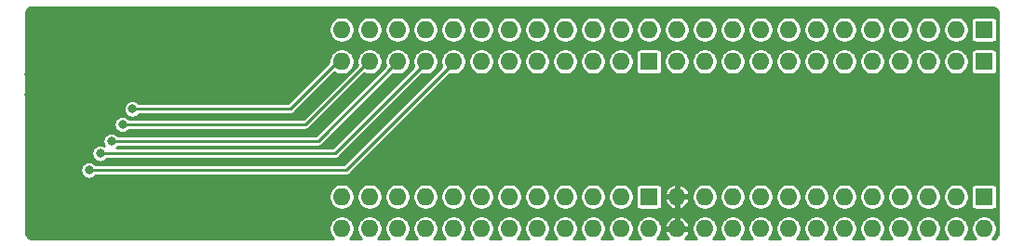
<source format=gbr>
G04 #@! TF.GenerationSoftware,KiCad,Pcbnew,(5.1.12)-1*
G04 #@! TF.CreationDate,2021-12-05T17:59:35+00:00*
G04 #@! TF.ProjectId,RGBtoHDMI Amiga Denise DIP Breakout FFC - CDTV,52474274-6f48-4444-9d49-20416d696761,CDTV*
G04 #@! TF.SameCoordinates,Original*
G04 #@! TF.FileFunction,Copper,L2,Bot*
G04 #@! TF.FilePolarity,Positive*
%FSLAX46Y46*%
G04 Gerber Fmt 4.6, Leading zero omitted, Abs format (unit mm)*
G04 Created by KiCad (PCBNEW (5.1.12)-1) date 2021-12-05 17:59:35*
%MOMM*%
%LPD*%
G01*
G04 APERTURE LIST*
G04 #@! TA.AperFunction,ComponentPad*
%ADD10O,1.600000X1.600000*%
G04 #@! TD*
G04 #@! TA.AperFunction,ComponentPad*
%ADD11R,1.600000X1.600000*%
G04 #@! TD*
G04 #@! TA.AperFunction,ViaPad*
%ADD12C,0.800000*%
G04 #@! TD*
G04 #@! TA.AperFunction,Conductor*
%ADD13C,0.250000*%
G04 #@! TD*
G04 #@! TA.AperFunction,Conductor*
%ADD14C,0.254000*%
G04 #@! TD*
G04 #@! TA.AperFunction,Conductor*
%ADD15C,0.100000*%
G04 #@! TD*
G04 APERTURE END LIST*
D10*
X103505000Y-85725000D03*
X106045000Y-85725000D03*
X108585000Y-85725000D03*
X111125000Y-85725000D03*
X113665000Y-85725000D03*
X116205000Y-85725000D03*
X118745000Y-85725000D03*
X121285000Y-85725000D03*
X123825000Y-85725000D03*
X126365000Y-85725000D03*
X128905000Y-85725000D03*
D11*
X131445000Y-85725000D03*
D10*
X133985000Y-85725000D03*
X136525000Y-85725000D03*
X139065000Y-85725000D03*
X141605000Y-85725000D03*
X144145000Y-85725000D03*
X146685000Y-85725000D03*
X149225000Y-85725000D03*
X151765000Y-85725000D03*
X154305000Y-85725000D03*
X156845000Y-85725000D03*
X159385000Y-85725000D03*
D11*
X161925000Y-85725000D03*
D10*
X103505000Y-70485000D03*
X106045000Y-70485000D03*
X108585000Y-70485000D03*
X111125000Y-70485000D03*
X113665000Y-70485000D03*
X116205000Y-70485000D03*
X118745000Y-70485000D03*
X121285000Y-70485000D03*
X123825000Y-70485000D03*
X126365000Y-70485000D03*
X128905000Y-70485000D03*
X131445000Y-70485000D03*
X133985000Y-70485000D03*
X136525000Y-70485000D03*
X139065000Y-70485000D03*
X141605000Y-70485000D03*
X144145000Y-70485000D03*
X146685000Y-70485000D03*
X149225000Y-70485000D03*
X151765000Y-70485000D03*
X154305000Y-70485000D03*
X156845000Y-70485000D03*
X159385000Y-70485000D03*
D11*
X161925000Y-70485000D03*
D10*
X161925000Y-88646000D03*
X133985000Y-73406000D03*
X159385000Y-88646000D03*
X136525000Y-73406000D03*
X156845000Y-88646000D03*
X139065000Y-73406000D03*
X154305000Y-88646000D03*
X141605000Y-73406000D03*
X151765000Y-88646000D03*
X144145000Y-73406000D03*
X149225000Y-88646000D03*
X146685000Y-73406000D03*
X146685000Y-88646000D03*
X149225000Y-73406000D03*
X144145000Y-88646000D03*
X151765000Y-73406000D03*
X141605000Y-88646000D03*
X154305000Y-73406000D03*
X139065000Y-88646000D03*
X156845000Y-73406000D03*
X136525000Y-88646000D03*
X159385000Y-73406000D03*
X133985000Y-88646000D03*
D11*
X161925000Y-73406000D03*
X131445000Y-73406000D03*
D10*
X103505000Y-88646000D03*
X128905000Y-73406000D03*
X106045000Y-88646000D03*
X126365000Y-73406000D03*
X108585000Y-88646000D03*
X123825000Y-73406000D03*
X111125000Y-88646000D03*
X121285000Y-73406000D03*
X113665000Y-88646000D03*
X118745000Y-73406000D03*
X116205000Y-88646000D03*
X116205000Y-73406000D03*
X118745000Y-88646000D03*
X113665000Y-73406000D03*
X121285000Y-88646000D03*
X111125000Y-73406000D03*
X123825000Y-88646000D03*
X108585000Y-73406000D03*
X126365000Y-88646000D03*
X106045000Y-73406000D03*
X128905000Y-88646000D03*
X103505000Y-73406000D03*
X131445000Y-88646000D03*
D12*
X97536000Y-76327000D03*
X98933000Y-76327000D03*
X98933000Y-74676000D03*
X97536000Y-74676000D03*
X75057000Y-76454000D03*
X76454000Y-76454000D03*
X76454000Y-74549000D03*
X75057000Y-74549000D03*
X92456000Y-74676000D03*
X92456000Y-71247000D03*
X94996000Y-74676000D03*
X94996000Y-71374000D03*
X84455000Y-77724000D03*
X83566000Y-79121000D03*
X82550004Y-80645000D03*
X81534000Y-81788000D03*
X80518006Y-83312000D03*
D13*
X98806000Y-77724000D02*
X84455000Y-77724000D01*
X103124000Y-73406000D02*
X98806000Y-77724000D01*
X103505000Y-73406000D02*
X103124000Y-73406000D01*
X106045000Y-73025000D02*
X106045000Y-73406000D01*
X100203000Y-79121000D02*
X83566000Y-79121000D01*
X105918000Y-73406000D02*
X100203000Y-79121000D01*
X106045000Y-73406000D02*
X105918000Y-73406000D01*
X101346000Y-80645000D02*
X82550004Y-80645000D01*
X108585000Y-73406000D02*
X101346000Y-80645000D01*
X108585000Y-73025000D02*
X108585000Y-73406000D01*
X102870000Y-81788000D02*
X81534000Y-81788000D01*
X111125000Y-73533000D02*
X102870000Y-81788000D01*
X111125000Y-73406000D02*
X111125000Y-73533000D01*
X103886000Y-83312000D02*
X80518006Y-83312000D01*
X113665000Y-73533000D02*
X103886000Y-83312000D01*
X113665000Y-73025000D02*
X113665000Y-73533000D01*
D14*
X162688135Y-68440870D02*
X162811388Y-68478082D01*
X162925068Y-68538526D01*
X163024841Y-68619899D01*
X163106911Y-68719105D01*
X163168147Y-68832357D01*
X163206220Y-68955352D01*
X163222000Y-69105492D01*
X163222001Y-88876470D01*
X163207130Y-89028135D01*
X163169918Y-89151388D01*
X163109474Y-89265067D01*
X163028097Y-89364845D01*
X162928897Y-89446910D01*
X162815640Y-89508148D01*
X162696004Y-89545181D01*
X162842342Y-89398843D01*
X162971588Y-89205413D01*
X163060614Y-88990485D01*
X163106000Y-88762318D01*
X163106000Y-88529682D01*
X163060614Y-88301515D01*
X162971588Y-88086587D01*
X162842342Y-87893157D01*
X162677843Y-87728658D01*
X162484413Y-87599412D01*
X162269485Y-87510386D01*
X162041318Y-87465000D01*
X161808682Y-87465000D01*
X161580515Y-87510386D01*
X161365587Y-87599412D01*
X161172157Y-87728658D01*
X161007658Y-87893157D01*
X160878412Y-88086587D01*
X160789386Y-88301515D01*
X160744000Y-88529682D01*
X160744000Y-88762318D01*
X160789386Y-88990485D01*
X160878412Y-89205413D01*
X161007658Y-89398843D01*
X161170815Y-89562000D01*
X160139185Y-89562000D01*
X160302342Y-89398843D01*
X160431588Y-89205413D01*
X160520614Y-88990485D01*
X160566000Y-88762318D01*
X160566000Y-88529682D01*
X160520614Y-88301515D01*
X160431588Y-88086587D01*
X160302342Y-87893157D01*
X160137843Y-87728658D01*
X159944413Y-87599412D01*
X159729485Y-87510386D01*
X159501318Y-87465000D01*
X159268682Y-87465000D01*
X159040515Y-87510386D01*
X158825587Y-87599412D01*
X158632157Y-87728658D01*
X158467658Y-87893157D01*
X158338412Y-88086587D01*
X158249386Y-88301515D01*
X158204000Y-88529682D01*
X158204000Y-88762318D01*
X158249386Y-88990485D01*
X158338412Y-89205413D01*
X158467658Y-89398843D01*
X158630815Y-89562000D01*
X157599185Y-89562000D01*
X157762342Y-89398843D01*
X157891588Y-89205413D01*
X157980614Y-88990485D01*
X158026000Y-88762318D01*
X158026000Y-88529682D01*
X157980614Y-88301515D01*
X157891588Y-88086587D01*
X157762342Y-87893157D01*
X157597843Y-87728658D01*
X157404413Y-87599412D01*
X157189485Y-87510386D01*
X156961318Y-87465000D01*
X156728682Y-87465000D01*
X156500515Y-87510386D01*
X156285587Y-87599412D01*
X156092157Y-87728658D01*
X155927658Y-87893157D01*
X155798412Y-88086587D01*
X155709386Y-88301515D01*
X155664000Y-88529682D01*
X155664000Y-88762318D01*
X155709386Y-88990485D01*
X155798412Y-89205413D01*
X155927658Y-89398843D01*
X156090815Y-89562000D01*
X155059185Y-89562000D01*
X155222342Y-89398843D01*
X155351588Y-89205413D01*
X155440614Y-88990485D01*
X155486000Y-88762318D01*
X155486000Y-88529682D01*
X155440614Y-88301515D01*
X155351588Y-88086587D01*
X155222342Y-87893157D01*
X155057843Y-87728658D01*
X154864413Y-87599412D01*
X154649485Y-87510386D01*
X154421318Y-87465000D01*
X154188682Y-87465000D01*
X153960515Y-87510386D01*
X153745587Y-87599412D01*
X153552157Y-87728658D01*
X153387658Y-87893157D01*
X153258412Y-88086587D01*
X153169386Y-88301515D01*
X153124000Y-88529682D01*
X153124000Y-88762318D01*
X153169386Y-88990485D01*
X153258412Y-89205413D01*
X153387658Y-89398843D01*
X153550815Y-89562000D01*
X152519185Y-89562000D01*
X152682342Y-89398843D01*
X152811588Y-89205413D01*
X152900614Y-88990485D01*
X152946000Y-88762318D01*
X152946000Y-88529682D01*
X152900614Y-88301515D01*
X152811588Y-88086587D01*
X152682342Y-87893157D01*
X152517843Y-87728658D01*
X152324413Y-87599412D01*
X152109485Y-87510386D01*
X151881318Y-87465000D01*
X151648682Y-87465000D01*
X151420515Y-87510386D01*
X151205587Y-87599412D01*
X151012157Y-87728658D01*
X150847658Y-87893157D01*
X150718412Y-88086587D01*
X150629386Y-88301515D01*
X150584000Y-88529682D01*
X150584000Y-88762318D01*
X150629386Y-88990485D01*
X150718412Y-89205413D01*
X150847658Y-89398843D01*
X151010815Y-89562000D01*
X149979185Y-89562000D01*
X150142342Y-89398843D01*
X150271588Y-89205413D01*
X150360614Y-88990485D01*
X150406000Y-88762318D01*
X150406000Y-88529682D01*
X150360614Y-88301515D01*
X150271588Y-88086587D01*
X150142342Y-87893157D01*
X149977843Y-87728658D01*
X149784413Y-87599412D01*
X149569485Y-87510386D01*
X149341318Y-87465000D01*
X149108682Y-87465000D01*
X148880515Y-87510386D01*
X148665587Y-87599412D01*
X148472157Y-87728658D01*
X148307658Y-87893157D01*
X148178412Y-88086587D01*
X148089386Y-88301515D01*
X148044000Y-88529682D01*
X148044000Y-88762318D01*
X148089386Y-88990485D01*
X148178412Y-89205413D01*
X148307658Y-89398843D01*
X148470815Y-89562000D01*
X147439185Y-89562000D01*
X147602342Y-89398843D01*
X147731588Y-89205413D01*
X147820614Y-88990485D01*
X147866000Y-88762318D01*
X147866000Y-88529682D01*
X147820614Y-88301515D01*
X147731588Y-88086587D01*
X147602342Y-87893157D01*
X147437843Y-87728658D01*
X147244413Y-87599412D01*
X147029485Y-87510386D01*
X146801318Y-87465000D01*
X146568682Y-87465000D01*
X146340515Y-87510386D01*
X146125587Y-87599412D01*
X145932157Y-87728658D01*
X145767658Y-87893157D01*
X145638412Y-88086587D01*
X145549386Y-88301515D01*
X145504000Y-88529682D01*
X145504000Y-88762318D01*
X145549386Y-88990485D01*
X145638412Y-89205413D01*
X145767658Y-89398843D01*
X145930815Y-89562000D01*
X144899185Y-89562000D01*
X145062342Y-89398843D01*
X145191588Y-89205413D01*
X145280614Y-88990485D01*
X145326000Y-88762318D01*
X145326000Y-88529682D01*
X145280614Y-88301515D01*
X145191588Y-88086587D01*
X145062342Y-87893157D01*
X144897843Y-87728658D01*
X144704413Y-87599412D01*
X144489485Y-87510386D01*
X144261318Y-87465000D01*
X144028682Y-87465000D01*
X143800515Y-87510386D01*
X143585587Y-87599412D01*
X143392157Y-87728658D01*
X143227658Y-87893157D01*
X143098412Y-88086587D01*
X143009386Y-88301515D01*
X142964000Y-88529682D01*
X142964000Y-88762318D01*
X143009386Y-88990485D01*
X143098412Y-89205413D01*
X143227658Y-89398843D01*
X143390815Y-89562000D01*
X142359185Y-89562000D01*
X142522342Y-89398843D01*
X142651588Y-89205413D01*
X142740614Y-88990485D01*
X142786000Y-88762318D01*
X142786000Y-88529682D01*
X142740614Y-88301515D01*
X142651588Y-88086587D01*
X142522342Y-87893157D01*
X142357843Y-87728658D01*
X142164413Y-87599412D01*
X141949485Y-87510386D01*
X141721318Y-87465000D01*
X141488682Y-87465000D01*
X141260515Y-87510386D01*
X141045587Y-87599412D01*
X140852157Y-87728658D01*
X140687658Y-87893157D01*
X140558412Y-88086587D01*
X140469386Y-88301515D01*
X140424000Y-88529682D01*
X140424000Y-88762318D01*
X140469386Y-88990485D01*
X140558412Y-89205413D01*
X140687658Y-89398843D01*
X140850815Y-89562000D01*
X139819185Y-89562000D01*
X139982342Y-89398843D01*
X140111588Y-89205413D01*
X140200614Y-88990485D01*
X140246000Y-88762318D01*
X140246000Y-88529682D01*
X140200614Y-88301515D01*
X140111588Y-88086587D01*
X139982342Y-87893157D01*
X139817843Y-87728658D01*
X139624413Y-87599412D01*
X139409485Y-87510386D01*
X139181318Y-87465000D01*
X138948682Y-87465000D01*
X138720515Y-87510386D01*
X138505587Y-87599412D01*
X138312157Y-87728658D01*
X138147658Y-87893157D01*
X138018412Y-88086587D01*
X137929386Y-88301515D01*
X137884000Y-88529682D01*
X137884000Y-88762318D01*
X137929386Y-88990485D01*
X138018412Y-89205413D01*
X138147658Y-89398843D01*
X138310815Y-89562000D01*
X137279185Y-89562000D01*
X137442342Y-89398843D01*
X137571588Y-89205413D01*
X137660614Y-88990485D01*
X137706000Y-88762318D01*
X137706000Y-88529682D01*
X137660614Y-88301515D01*
X137571588Y-88086587D01*
X137442342Y-87893157D01*
X137277843Y-87728658D01*
X137084413Y-87599412D01*
X136869485Y-87510386D01*
X136641318Y-87465000D01*
X136408682Y-87465000D01*
X136180515Y-87510386D01*
X135965587Y-87599412D01*
X135772157Y-87728658D01*
X135607658Y-87893157D01*
X135478412Y-88086587D01*
X135389386Y-88301515D01*
X135344000Y-88529682D01*
X135344000Y-88762318D01*
X135389386Y-88990485D01*
X135478412Y-89205413D01*
X135607658Y-89398843D01*
X135770815Y-89562000D01*
X134724878Y-89562000D01*
X134761003Y-89536278D01*
X134919777Y-89367781D01*
X135042628Y-89171546D01*
X135124835Y-88955115D01*
X135063908Y-88773000D01*
X134112000Y-88773000D01*
X134112000Y-88793000D01*
X133858000Y-88793000D01*
X133858000Y-88773000D01*
X132906092Y-88773000D01*
X132845165Y-88955115D01*
X132927372Y-89171546D01*
X133050223Y-89367781D01*
X133208997Y-89536278D01*
X133245122Y-89562000D01*
X132199185Y-89562000D01*
X132362342Y-89398843D01*
X132491588Y-89205413D01*
X132580614Y-88990485D01*
X132626000Y-88762318D01*
X132626000Y-88529682D01*
X132587650Y-88336885D01*
X132845165Y-88336885D01*
X132906092Y-88519000D01*
X133858000Y-88519000D01*
X133858000Y-87567703D01*
X134112000Y-87567703D01*
X134112000Y-88519000D01*
X135063908Y-88519000D01*
X135124835Y-88336885D01*
X135042628Y-88120454D01*
X134919777Y-87924219D01*
X134761003Y-87755722D01*
X134572408Y-87621438D01*
X134361239Y-87526527D01*
X134294114Y-87506171D01*
X134112000Y-87567703D01*
X133858000Y-87567703D01*
X133675886Y-87506171D01*
X133608761Y-87526527D01*
X133397592Y-87621438D01*
X133208997Y-87755722D01*
X133050223Y-87924219D01*
X132927372Y-88120454D01*
X132845165Y-88336885D01*
X132587650Y-88336885D01*
X132580614Y-88301515D01*
X132491588Y-88086587D01*
X132362342Y-87893157D01*
X132197843Y-87728658D01*
X132004413Y-87599412D01*
X131789485Y-87510386D01*
X131561318Y-87465000D01*
X131328682Y-87465000D01*
X131100515Y-87510386D01*
X130885587Y-87599412D01*
X130692157Y-87728658D01*
X130527658Y-87893157D01*
X130398412Y-88086587D01*
X130309386Y-88301515D01*
X130264000Y-88529682D01*
X130264000Y-88762318D01*
X130309386Y-88990485D01*
X130398412Y-89205413D01*
X130527658Y-89398843D01*
X130690815Y-89562000D01*
X129659185Y-89562000D01*
X129822342Y-89398843D01*
X129951588Y-89205413D01*
X130040614Y-88990485D01*
X130086000Y-88762318D01*
X130086000Y-88529682D01*
X130040614Y-88301515D01*
X129951588Y-88086587D01*
X129822342Y-87893157D01*
X129657843Y-87728658D01*
X129464413Y-87599412D01*
X129249485Y-87510386D01*
X129021318Y-87465000D01*
X128788682Y-87465000D01*
X128560515Y-87510386D01*
X128345587Y-87599412D01*
X128152157Y-87728658D01*
X127987658Y-87893157D01*
X127858412Y-88086587D01*
X127769386Y-88301515D01*
X127724000Y-88529682D01*
X127724000Y-88762318D01*
X127769386Y-88990485D01*
X127858412Y-89205413D01*
X127987658Y-89398843D01*
X128150815Y-89562000D01*
X127119185Y-89562000D01*
X127282342Y-89398843D01*
X127411588Y-89205413D01*
X127500614Y-88990485D01*
X127546000Y-88762318D01*
X127546000Y-88529682D01*
X127500614Y-88301515D01*
X127411588Y-88086587D01*
X127282342Y-87893157D01*
X127117843Y-87728658D01*
X126924413Y-87599412D01*
X126709485Y-87510386D01*
X126481318Y-87465000D01*
X126248682Y-87465000D01*
X126020515Y-87510386D01*
X125805587Y-87599412D01*
X125612157Y-87728658D01*
X125447658Y-87893157D01*
X125318412Y-88086587D01*
X125229386Y-88301515D01*
X125184000Y-88529682D01*
X125184000Y-88762318D01*
X125229386Y-88990485D01*
X125318412Y-89205413D01*
X125447658Y-89398843D01*
X125610815Y-89562000D01*
X124579185Y-89562000D01*
X124742342Y-89398843D01*
X124871588Y-89205413D01*
X124960614Y-88990485D01*
X125006000Y-88762318D01*
X125006000Y-88529682D01*
X124960614Y-88301515D01*
X124871588Y-88086587D01*
X124742342Y-87893157D01*
X124577843Y-87728658D01*
X124384413Y-87599412D01*
X124169485Y-87510386D01*
X123941318Y-87465000D01*
X123708682Y-87465000D01*
X123480515Y-87510386D01*
X123265587Y-87599412D01*
X123072157Y-87728658D01*
X122907658Y-87893157D01*
X122778412Y-88086587D01*
X122689386Y-88301515D01*
X122644000Y-88529682D01*
X122644000Y-88762318D01*
X122689386Y-88990485D01*
X122778412Y-89205413D01*
X122907658Y-89398843D01*
X123070815Y-89562000D01*
X122039185Y-89562000D01*
X122202342Y-89398843D01*
X122331588Y-89205413D01*
X122420614Y-88990485D01*
X122466000Y-88762318D01*
X122466000Y-88529682D01*
X122420614Y-88301515D01*
X122331588Y-88086587D01*
X122202342Y-87893157D01*
X122037843Y-87728658D01*
X121844413Y-87599412D01*
X121629485Y-87510386D01*
X121401318Y-87465000D01*
X121168682Y-87465000D01*
X120940515Y-87510386D01*
X120725587Y-87599412D01*
X120532157Y-87728658D01*
X120367658Y-87893157D01*
X120238412Y-88086587D01*
X120149386Y-88301515D01*
X120104000Y-88529682D01*
X120104000Y-88762318D01*
X120149386Y-88990485D01*
X120238412Y-89205413D01*
X120367658Y-89398843D01*
X120530815Y-89562000D01*
X119499185Y-89562000D01*
X119662342Y-89398843D01*
X119791588Y-89205413D01*
X119880614Y-88990485D01*
X119926000Y-88762318D01*
X119926000Y-88529682D01*
X119880614Y-88301515D01*
X119791588Y-88086587D01*
X119662342Y-87893157D01*
X119497843Y-87728658D01*
X119304413Y-87599412D01*
X119089485Y-87510386D01*
X118861318Y-87465000D01*
X118628682Y-87465000D01*
X118400515Y-87510386D01*
X118185587Y-87599412D01*
X117992157Y-87728658D01*
X117827658Y-87893157D01*
X117698412Y-88086587D01*
X117609386Y-88301515D01*
X117564000Y-88529682D01*
X117564000Y-88762318D01*
X117609386Y-88990485D01*
X117698412Y-89205413D01*
X117827658Y-89398843D01*
X117990815Y-89562000D01*
X116959185Y-89562000D01*
X117122342Y-89398843D01*
X117251588Y-89205413D01*
X117340614Y-88990485D01*
X117386000Y-88762318D01*
X117386000Y-88529682D01*
X117340614Y-88301515D01*
X117251588Y-88086587D01*
X117122342Y-87893157D01*
X116957843Y-87728658D01*
X116764413Y-87599412D01*
X116549485Y-87510386D01*
X116321318Y-87465000D01*
X116088682Y-87465000D01*
X115860515Y-87510386D01*
X115645587Y-87599412D01*
X115452157Y-87728658D01*
X115287658Y-87893157D01*
X115158412Y-88086587D01*
X115069386Y-88301515D01*
X115024000Y-88529682D01*
X115024000Y-88762318D01*
X115069386Y-88990485D01*
X115158412Y-89205413D01*
X115287658Y-89398843D01*
X115450815Y-89562000D01*
X114419185Y-89562000D01*
X114582342Y-89398843D01*
X114711588Y-89205413D01*
X114800614Y-88990485D01*
X114846000Y-88762318D01*
X114846000Y-88529682D01*
X114800614Y-88301515D01*
X114711588Y-88086587D01*
X114582342Y-87893157D01*
X114417843Y-87728658D01*
X114224413Y-87599412D01*
X114009485Y-87510386D01*
X113781318Y-87465000D01*
X113548682Y-87465000D01*
X113320515Y-87510386D01*
X113105587Y-87599412D01*
X112912157Y-87728658D01*
X112747658Y-87893157D01*
X112618412Y-88086587D01*
X112529386Y-88301515D01*
X112484000Y-88529682D01*
X112484000Y-88762318D01*
X112529386Y-88990485D01*
X112618412Y-89205413D01*
X112747658Y-89398843D01*
X112910815Y-89562000D01*
X111879185Y-89562000D01*
X112042342Y-89398843D01*
X112171588Y-89205413D01*
X112260614Y-88990485D01*
X112306000Y-88762318D01*
X112306000Y-88529682D01*
X112260614Y-88301515D01*
X112171588Y-88086587D01*
X112042342Y-87893157D01*
X111877843Y-87728658D01*
X111684413Y-87599412D01*
X111469485Y-87510386D01*
X111241318Y-87465000D01*
X111008682Y-87465000D01*
X110780515Y-87510386D01*
X110565587Y-87599412D01*
X110372157Y-87728658D01*
X110207658Y-87893157D01*
X110078412Y-88086587D01*
X109989386Y-88301515D01*
X109944000Y-88529682D01*
X109944000Y-88762318D01*
X109989386Y-88990485D01*
X110078412Y-89205413D01*
X110207658Y-89398843D01*
X110370815Y-89562000D01*
X109339185Y-89562000D01*
X109502342Y-89398843D01*
X109631588Y-89205413D01*
X109720614Y-88990485D01*
X109766000Y-88762318D01*
X109766000Y-88529682D01*
X109720614Y-88301515D01*
X109631588Y-88086587D01*
X109502342Y-87893157D01*
X109337843Y-87728658D01*
X109144413Y-87599412D01*
X108929485Y-87510386D01*
X108701318Y-87465000D01*
X108468682Y-87465000D01*
X108240515Y-87510386D01*
X108025587Y-87599412D01*
X107832157Y-87728658D01*
X107667658Y-87893157D01*
X107538412Y-88086587D01*
X107449386Y-88301515D01*
X107404000Y-88529682D01*
X107404000Y-88762318D01*
X107449386Y-88990485D01*
X107538412Y-89205413D01*
X107667658Y-89398843D01*
X107830815Y-89562000D01*
X106799185Y-89562000D01*
X106962342Y-89398843D01*
X107091588Y-89205413D01*
X107180614Y-88990485D01*
X107226000Y-88762318D01*
X107226000Y-88529682D01*
X107180614Y-88301515D01*
X107091588Y-88086587D01*
X106962342Y-87893157D01*
X106797843Y-87728658D01*
X106604413Y-87599412D01*
X106389485Y-87510386D01*
X106161318Y-87465000D01*
X105928682Y-87465000D01*
X105700515Y-87510386D01*
X105485587Y-87599412D01*
X105292157Y-87728658D01*
X105127658Y-87893157D01*
X104998412Y-88086587D01*
X104909386Y-88301515D01*
X104864000Y-88529682D01*
X104864000Y-88762318D01*
X104909386Y-88990485D01*
X104998412Y-89205413D01*
X105127658Y-89398843D01*
X105290815Y-89562000D01*
X104259185Y-89562000D01*
X104422342Y-89398843D01*
X104551588Y-89205413D01*
X104640614Y-88990485D01*
X104686000Y-88762318D01*
X104686000Y-88529682D01*
X104640614Y-88301515D01*
X104551588Y-88086587D01*
X104422342Y-87893157D01*
X104257843Y-87728658D01*
X104064413Y-87599412D01*
X103849485Y-87510386D01*
X103621318Y-87465000D01*
X103388682Y-87465000D01*
X103160515Y-87510386D01*
X102945587Y-87599412D01*
X102752157Y-87728658D01*
X102587658Y-87893157D01*
X102458412Y-88086587D01*
X102369386Y-88301515D01*
X102324000Y-88529682D01*
X102324000Y-88762318D01*
X102369386Y-88990485D01*
X102458412Y-89205413D01*
X102587658Y-89398843D01*
X102750815Y-89562000D01*
X75461520Y-89562000D01*
X75309865Y-89547130D01*
X75186612Y-89509918D01*
X75072933Y-89449474D01*
X74973155Y-89368097D01*
X74891090Y-89268897D01*
X74829852Y-89155640D01*
X74791780Y-89032648D01*
X74776000Y-88882508D01*
X74776000Y-85608682D01*
X102324000Y-85608682D01*
X102324000Y-85841318D01*
X102369386Y-86069485D01*
X102458412Y-86284413D01*
X102587658Y-86477843D01*
X102752157Y-86642342D01*
X102945587Y-86771588D01*
X103160515Y-86860614D01*
X103388682Y-86906000D01*
X103621318Y-86906000D01*
X103849485Y-86860614D01*
X104064413Y-86771588D01*
X104257843Y-86642342D01*
X104422342Y-86477843D01*
X104551588Y-86284413D01*
X104640614Y-86069485D01*
X104686000Y-85841318D01*
X104686000Y-85608682D01*
X104864000Y-85608682D01*
X104864000Y-85841318D01*
X104909386Y-86069485D01*
X104998412Y-86284413D01*
X105127658Y-86477843D01*
X105292157Y-86642342D01*
X105485587Y-86771588D01*
X105700515Y-86860614D01*
X105928682Y-86906000D01*
X106161318Y-86906000D01*
X106389485Y-86860614D01*
X106604413Y-86771588D01*
X106797843Y-86642342D01*
X106962342Y-86477843D01*
X107091588Y-86284413D01*
X107180614Y-86069485D01*
X107226000Y-85841318D01*
X107226000Y-85608682D01*
X107404000Y-85608682D01*
X107404000Y-85841318D01*
X107449386Y-86069485D01*
X107538412Y-86284413D01*
X107667658Y-86477843D01*
X107832157Y-86642342D01*
X108025587Y-86771588D01*
X108240515Y-86860614D01*
X108468682Y-86906000D01*
X108701318Y-86906000D01*
X108929485Y-86860614D01*
X109144413Y-86771588D01*
X109337843Y-86642342D01*
X109502342Y-86477843D01*
X109631588Y-86284413D01*
X109720614Y-86069485D01*
X109766000Y-85841318D01*
X109766000Y-85608682D01*
X109944000Y-85608682D01*
X109944000Y-85841318D01*
X109989386Y-86069485D01*
X110078412Y-86284413D01*
X110207658Y-86477843D01*
X110372157Y-86642342D01*
X110565587Y-86771588D01*
X110780515Y-86860614D01*
X111008682Y-86906000D01*
X111241318Y-86906000D01*
X111469485Y-86860614D01*
X111684413Y-86771588D01*
X111877843Y-86642342D01*
X112042342Y-86477843D01*
X112171588Y-86284413D01*
X112260614Y-86069485D01*
X112306000Y-85841318D01*
X112306000Y-85608682D01*
X112484000Y-85608682D01*
X112484000Y-85841318D01*
X112529386Y-86069485D01*
X112618412Y-86284413D01*
X112747658Y-86477843D01*
X112912157Y-86642342D01*
X113105587Y-86771588D01*
X113320515Y-86860614D01*
X113548682Y-86906000D01*
X113781318Y-86906000D01*
X114009485Y-86860614D01*
X114224413Y-86771588D01*
X114417843Y-86642342D01*
X114582342Y-86477843D01*
X114711588Y-86284413D01*
X114800614Y-86069485D01*
X114846000Y-85841318D01*
X114846000Y-85608682D01*
X115024000Y-85608682D01*
X115024000Y-85841318D01*
X115069386Y-86069485D01*
X115158412Y-86284413D01*
X115287658Y-86477843D01*
X115452157Y-86642342D01*
X115645587Y-86771588D01*
X115860515Y-86860614D01*
X116088682Y-86906000D01*
X116321318Y-86906000D01*
X116549485Y-86860614D01*
X116764413Y-86771588D01*
X116957843Y-86642342D01*
X117122342Y-86477843D01*
X117251588Y-86284413D01*
X117340614Y-86069485D01*
X117386000Y-85841318D01*
X117386000Y-85608682D01*
X117564000Y-85608682D01*
X117564000Y-85841318D01*
X117609386Y-86069485D01*
X117698412Y-86284413D01*
X117827658Y-86477843D01*
X117992157Y-86642342D01*
X118185587Y-86771588D01*
X118400515Y-86860614D01*
X118628682Y-86906000D01*
X118861318Y-86906000D01*
X119089485Y-86860614D01*
X119304413Y-86771588D01*
X119497843Y-86642342D01*
X119662342Y-86477843D01*
X119791588Y-86284413D01*
X119880614Y-86069485D01*
X119926000Y-85841318D01*
X119926000Y-85608682D01*
X120104000Y-85608682D01*
X120104000Y-85841318D01*
X120149386Y-86069485D01*
X120238412Y-86284413D01*
X120367658Y-86477843D01*
X120532157Y-86642342D01*
X120725587Y-86771588D01*
X120940515Y-86860614D01*
X121168682Y-86906000D01*
X121401318Y-86906000D01*
X121629485Y-86860614D01*
X121844413Y-86771588D01*
X122037843Y-86642342D01*
X122202342Y-86477843D01*
X122331588Y-86284413D01*
X122420614Y-86069485D01*
X122466000Y-85841318D01*
X122466000Y-85608682D01*
X122644000Y-85608682D01*
X122644000Y-85841318D01*
X122689386Y-86069485D01*
X122778412Y-86284413D01*
X122907658Y-86477843D01*
X123072157Y-86642342D01*
X123265587Y-86771588D01*
X123480515Y-86860614D01*
X123708682Y-86906000D01*
X123941318Y-86906000D01*
X124169485Y-86860614D01*
X124384413Y-86771588D01*
X124577843Y-86642342D01*
X124742342Y-86477843D01*
X124871588Y-86284413D01*
X124960614Y-86069485D01*
X125006000Y-85841318D01*
X125006000Y-85608682D01*
X125184000Y-85608682D01*
X125184000Y-85841318D01*
X125229386Y-86069485D01*
X125318412Y-86284413D01*
X125447658Y-86477843D01*
X125612157Y-86642342D01*
X125805587Y-86771588D01*
X126020515Y-86860614D01*
X126248682Y-86906000D01*
X126481318Y-86906000D01*
X126709485Y-86860614D01*
X126924413Y-86771588D01*
X127117843Y-86642342D01*
X127282342Y-86477843D01*
X127411588Y-86284413D01*
X127500614Y-86069485D01*
X127546000Y-85841318D01*
X127546000Y-85608682D01*
X127724000Y-85608682D01*
X127724000Y-85841318D01*
X127769386Y-86069485D01*
X127858412Y-86284413D01*
X127987658Y-86477843D01*
X128152157Y-86642342D01*
X128345587Y-86771588D01*
X128560515Y-86860614D01*
X128788682Y-86906000D01*
X129021318Y-86906000D01*
X129249485Y-86860614D01*
X129464413Y-86771588D01*
X129657843Y-86642342D01*
X129822342Y-86477843D01*
X129951588Y-86284413D01*
X130040614Y-86069485D01*
X130086000Y-85841318D01*
X130086000Y-85608682D01*
X130040614Y-85380515D01*
X129951588Y-85165587D01*
X129822342Y-84972157D01*
X129775185Y-84925000D01*
X130262157Y-84925000D01*
X130262157Y-86525000D01*
X130269513Y-86599689D01*
X130291299Y-86671508D01*
X130326678Y-86737696D01*
X130374289Y-86795711D01*
X130432304Y-86843322D01*
X130498492Y-86878701D01*
X130570311Y-86900487D01*
X130645000Y-86907843D01*
X132245000Y-86907843D01*
X132319689Y-86900487D01*
X132391508Y-86878701D01*
X132457696Y-86843322D01*
X132515711Y-86795711D01*
X132563322Y-86737696D01*
X132598701Y-86671508D01*
X132620487Y-86599689D01*
X132627843Y-86525000D01*
X132627843Y-86034115D01*
X132845165Y-86034115D01*
X132927372Y-86250546D01*
X133050223Y-86446781D01*
X133208997Y-86615278D01*
X133397592Y-86749562D01*
X133608761Y-86844473D01*
X133675886Y-86864829D01*
X133858000Y-86803297D01*
X133858000Y-85852000D01*
X134112000Y-85852000D01*
X134112000Y-86803297D01*
X134294114Y-86864829D01*
X134361239Y-86844473D01*
X134572408Y-86749562D01*
X134761003Y-86615278D01*
X134919777Y-86446781D01*
X135042628Y-86250546D01*
X135124835Y-86034115D01*
X135063908Y-85852000D01*
X134112000Y-85852000D01*
X133858000Y-85852000D01*
X132906092Y-85852000D01*
X132845165Y-86034115D01*
X132627843Y-86034115D01*
X132627843Y-85608682D01*
X135344000Y-85608682D01*
X135344000Y-85841318D01*
X135389386Y-86069485D01*
X135478412Y-86284413D01*
X135607658Y-86477843D01*
X135772157Y-86642342D01*
X135965587Y-86771588D01*
X136180515Y-86860614D01*
X136408682Y-86906000D01*
X136641318Y-86906000D01*
X136869485Y-86860614D01*
X137084413Y-86771588D01*
X137277843Y-86642342D01*
X137442342Y-86477843D01*
X137571588Y-86284413D01*
X137660614Y-86069485D01*
X137706000Y-85841318D01*
X137706000Y-85608682D01*
X137884000Y-85608682D01*
X137884000Y-85841318D01*
X137929386Y-86069485D01*
X138018412Y-86284413D01*
X138147658Y-86477843D01*
X138312157Y-86642342D01*
X138505587Y-86771588D01*
X138720515Y-86860614D01*
X138948682Y-86906000D01*
X139181318Y-86906000D01*
X139409485Y-86860614D01*
X139624413Y-86771588D01*
X139817843Y-86642342D01*
X139982342Y-86477843D01*
X140111588Y-86284413D01*
X140200614Y-86069485D01*
X140246000Y-85841318D01*
X140246000Y-85608682D01*
X140424000Y-85608682D01*
X140424000Y-85841318D01*
X140469386Y-86069485D01*
X140558412Y-86284413D01*
X140687658Y-86477843D01*
X140852157Y-86642342D01*
X141045587Y-86771588D01*
X141260515Y-86860614D01*
X141488682Y-86906000D01*
X141721318Y-86906000D01*
X141949485Y-86860614D01*
X142164413Y-86771588D01*
X142357843Y-86642342D01*
X142522342Y-86477843D01*
X142651588Y-86284413D01*
X142740614Y-86069485D01*
X142786000Y-85841318D01*
X142786000Y-85608682D01*
X142964000Y-85608682D01*
X142964000Y-85841318D01*
X143009386Y-86069485D01*
X143098412Y-86284413D01*
X143227658Y-86477843D01*
X143392157Y-86642342D01*
X143585587Y-86771588D01*
X143800515Y-86860614D01*
X144028682Y-86906000D01*
X144261318Y-86906000D01*
X144489485Y-86860614D01*
X144704413Y-86771588D01*
X144897843Y-86642342D01*
X145062342Y-86477843D01*
X145191588Y-86284413D01*
X145280614Y-86069485D01*
X145326000Y-85841318D01*
X145326000Y-85608682D01*
X145504000Y-85608682D01*
X145504000Y-85841318D01*
X145549386Y-86069485D01*
X145638412Y-86284413D01*
X145767658Y-86477843D01*
X145932157Y-86642342D01*
X146125587Y-86771588D01*
X146340515Y-86860614D01*
X146568682Y-86906000D01*
X146801318Y-86906000D01*
X147029485Y-86860614D01*
X147244413Y-86771588D01*
X147437843Y-86642342D01*
X147602342Y-86477843D01*
X147731588Y-86284413D01*
X147820614Y-86069485D01*
X147866000Y-85841318D01*
X147866000Y-85608682D01*
X148044000Y-85608682D01*
X148044000Y-85841318D01*
X148089386Y-86069485D01*
X148178412Y-86284413D01*
X148307658Y-86477843D01*
X148472157Y-86642342D01*
X148665587Y-86771588D01*
X148880515Y-86860614D01*
X149108682Y-86906000D01*
X149341318Y-86906000D01*
X149569485Y-86860614D01*
X149784413Y-86771588D01*
X149977843Y-86642342D01*
X150142342Y-86477843D01*
X150271588Y-86284413D01*
X150360614Y-86069485D01*
X150406000Y-85841318D01*
X150406000Y-85608682D01*
X150584000Y-85608682D01*
X150584000Y-85841318D01*
X150629386Y-86069485D01*
X150718412Y-86284413D01*
X150847658Y-86477843D01*
X151012157Y-86642342D01*
X151205587Y-86771588D01*
X151420515Y-86860614D01*
X151648682Y-86906000D01*
X151881318Y-86906000D01*
X152109485Y-86860614D01*
X152324413Y-86771588D01*
X152517843Y-86642342D01*
X152682342Y-86477843D01*
X152811588Y-86284413D01*
X152900614Y-86069485D01*
X152946000Y-85841318D01*
X152946000Y-85608682D01*
X153124000Y-85608682D01*
X153124000Y-85841318D01*
X153169386Y-86069485D01*
X153258412Y-86284413D01*
X153387658Y-86477843D01*
X153552157Y-86642342D01*
X153745587Y-86771588D01*
X153960515Y-86860614D01*
X154188682Y-86906000D01*
X154421318Y-86906000D01*
X154649485Y-86860614D01*
X154864413Y-86771588D01*
X155057843Y-86642342D01*
X155222342Y-86477843D01*
X155351588Y-86284413D01*
X155440614Y-86069485D01*
X155486000Y-85841318D01*
X155486000Y-85608682D01*
X155664000Y-85608682D01*
X155664000Y-85841318D01*
X155709386Y-86069485D01*
X155798412Y-86284413D01*
X155927658Y-86477843D01*
X156092157Y-86642342D01*
X156285587Y-86771588D01*
X156500515Y-86860614D01*
X156728682Y-86906000D01*
X156961318Y-86906000D01*
X157189485Y-86860614D01*
X157404413Y-86771588D01*
X157597843Y-86642342D01*
X157762342Y-86477843D01*
X157891588Y-86284413D01*
X157980614Y-86069485D01*
X158026000Y-85841318D01*
X158026000Y-85608682D01*
X158204000Y-85608682D01*
X158204000Y-85841318D01*
X158249386Y-86069485D01*
X158338412Y-86284413D01*
X158467658Y-86477843D01*
X158632157Y-86642342D01*
X158825587Y-86771588D01*
X159040515Y-86860614D01*
X159268682Y-86906000D01*
X159501318Y-86906000D01*
X159729485Y-86860614D01*
X159944413Y-86771588D01*
X160137843Y-86642342D01*
X160302342Y-86477843D01*
X160431588Y-86284413D01*
X160520614Y-86069485D01*
X160566000Y-85841318D01*
X160566000Y-85608682D01*
X160520614Y-85380515D01*
X160431588Y-85165587D01*
X160302342Y-84972157D01*
X160255185Y-84925000D01*
X160742157Y-84925000D01*
X160742157Y-86525000D01*
X160749513Y-86599689D01*
X160771299Y-86671508D01*
X160806678Y-86737696D01*
X160854289Y-86795711D01*
X160912304Y-86843322D01*
X160978492Y-86878701D01*
X161050311Y-86900487D01*
X161125000Y-86907843D01*
X162725000Y-86907843D01*
X162799689Y-86900487D01*
X162871508Y-86878701D01*
X162937696Y-86843322D01*
X162995711Y-86795711D01*
X163043322Y-86737696D01*
X163078701Y-86671508D01*
X163100487Y-86599689D01*
X163107843Y-86525000D01*
X163107843Y-84925000D01*
X163100487Y-84850311D01*
X163078701Y-84778492D01*
X163043322Y-84712304D01*
X162995711Y-84654289D01*
X162937696Y-84606678D01*
X162871508Y-84571299D01*
X162799689Y-84549513D01*
X162725000Y-84542157D01*
X161125000Y-84542157D01*
X161050311Y-84549513D01*
X160978492Y-84571299D01*
X160912304Y-84606678D01*
X160854289Y-84654289D01*
X160806678Y-84712304D01*
X160771299Y-84778492D01*
X160749513Y-84850311D01*
X160742157Y-84925000D01*
X160255185Y-84925000D01*
X160137843Y-84807658D01*
X159944413Y-84678412D01*
X159729485Y-84589386D01*
X159501318Y-84544000D01*
X159268682Y-84544000D01*
X159040515Y-84589386D01*
X158825587Y-84678412D01*
X158632157Y-84807658D01*
X158467658Y-84972157D01*
X158338412Y-85165587D01*
X158249386Y-85380515D01*
X158204000Y-85608682D01*
X158026000Y-85608682D01*
X157980614Y-85380515D01*
X157891588Y-85165587D01*
X157762342Y-84972157D01*
X157597843Y-84807658D01*
X157404413Y-84678412D01*
X157189485Y-84589386D01*
X156961318Y-84544000D01*
X156728682Y-84544000D01*
X156500515Y-84589386D01*
X156285587Y-84678412D01*
X156092157Y-84807658D01*
X155927658Y-84972157D01*
X155798412Y-85165587D01*
X155709386Y-85380515D01*
X155664000Y-85608682D01*
X155486000Y-85608682D01*
X155440614Y-85380515D01*
X155351588Y-85165587D01*
X155222342Y-84972157D01*
X155057843Y-84807658D01*
X154864413Y-84678412D01*
X154649485Y-84589386D01*
X154421318Y-84544000D01*
X154188682Y-84544000D01*
X153960515Y-84589386D01*
X153745587Y-84678412D01*
X153552157Y-84807658D01*
X153387658Y-84972157D01*
X153258412Y-85165587D01*
X153169386Y-85380515D01*
X153124000Y-85608682D01*
X152946000Y-85608682D01*
X152900614Y-85380515D01*
X152811588Y-85165587D01*
X152682342Y-84972157D01*
X152517843Y-84807658D01*
X152324413Y-84678412D01*
X152109485Y-84589386D01*
X151881318Y-84544000D01*
X151648682Y-84544000D01*
X151420515Y-84589386D01*
X151205587Y-84678412D01*
X151012157Y-84807658D01*
X150847658Y-84972157D01*
X150718412Y-85165587D01*
X150629386Y-85380515D01*
X150584000Y-85608682D01*
X150406000Y-85608682D01*
X150360614Y-85380515D01*
X150271588Y-85165587D01*
X150142342Y-84972157D01*
X149977843Y-84807658D01*
X149784413Y-84678412D01*
X149569485Y-84589386D01*
X149341318Y-84544000D01*
X149108682Y-84544000D01*
X148880515Y-84589386D01*
X148665587Y-84678412D01*
X148472157Y-84807658D01*
X148307658Y-84972157D01*
X148178412Y-85165587D01*
X148089386Y-85380515D01*
X148044000Y-85608682D01*
X147866000Y-85608682D01*
X147820614Y-85380515D01*
X147731588Y-85165587D01*
X147602342Y-84972157D01*
X147437843Y-84807658D01*
X147244413Y-84678412D01*
X147029485Y-84589386D01*
X146801318Y-84544000D01*
X146568682Y-84544000D01*
X146340515Y-84589386D01*
X146125587Y-84678412D01*
X145932157Y-84807658D01*
X145767658Y-84972157D01*
X145638412Y-85165587D01*
X145549386Y-85380515D01*
X145504000Y-85608682D01*
X145326000Y-85608682D01*
X145280614Y-85380515D01*
X145191588Y-85165587D01*
X145062342Y-84972157D01*
X144897843Y-84807658D01*
X144704413Y-84678412D01*
X144489485Y-84589386D01*
X144261318Y-84544000D01*
X144028682Y-84544000D01*
X143800515Y-84589386D01*
X143585587Y-84678412D01*
X143392157Y-84807658D01*
X143227658Y-84972157D01*
X143098412Y-85165587D01*
X143009386Y-85380515D01*
X142964000Y-85608682D01*
X142786000Y-85608682D01*
X142740614Y-85380515D01*
X142651588Y-85165587D01*
X142522342Y-84972157D01*
X142357843Y-84807658D01*
X142164413Y-84678412D01*
X141949485Y-84589386D01*
X141721318Y-84544000D01*
X141488682Y-84544000D01*
X141260515Y-84589386D01*
X141045587Y-84678412D01*
X140852157Y-84807658D01*
X140687658Y-84972157D01*
X140558412Y-85165587D01*
X140469386Y-85380515D01*
X140424000Y-85608682D01*
X140246000Y-85608682D01*
X140200614Y-85380515D01*
X140111588Y-85165587D01*
X139982342Y-84972157D01*
X139817843Y-84807658D01*
X139624413Y-84678412D01*
X139409485Y-84589386D01*
X139181318Y-84544000D01*
X138948682Y-84544000D01*
X138720515Y-84589386D01*
X138505587Y-84678412D01*
X138312157Y-84807658D01*
X138147658Y-84972157D01*
X138018412Y-85165587D01*
X137929386Y-85380515D01*
X137884000Y-85608682D01*
X137706000Y-85608682D01*
X137660614Y-85380515D01*
X137571588Y-85165587D01*
X137442342Y-84972157D01*
X137277843Y-84807658D01*
X137084413Y-84678412D01*
X136869485Y-84589386D01*
X136641318Y-84544000D01*
X136408682Y-84544000D01*
X136180515Y-84589386D01*
X135965587Y-84678412D01*
X135772157Y-84807658D01*
X135607658Y-84972157D01*
X135478412Y-85165587D01*
X135389386Y-85380515D01*
X135344000Y-85608682D01*
X132627843Y-85608682D01*
X132627843Y-85415885D01*
X132845165Y-85415885D01*
X132906092Y-85598000D01*
X133858000Y-85598000D01*
X133858000Y-84646703D01*
X134112000Y-84646703D01*
X134112000Y-85598000D01*
X135063908Y-85598000D01*
X135124835Y-85415885D01*
X135042628Y-85199454D01*
X134919777Y-85003219D01*
X134761003Y-84834722D01*
X134572408Y-84700438D01*
X134361239Y-84605527D01*
X134294114Y-84585171D01*
X134112000Y-84646703D01*
X133858000Y-84646703D01*
X133675886Y-84585171D01*
X133608761Y-84605527D01*
X133397592Y-84700438D01*
X133208997Y-84834722D01*
X133050223Y-85003219D01*
X132927372Y-85199454D01*
X132845165Y-85415885D01*
X132627843Y-85415885D01*
X132627843Y-84925000D01*
X132620487Y-84850311D01*
X132598701Y-84778492D01*
X132563322Y-84712304D01*
X132515711Y-84654289D01*
X132457696Y-84606678D01*
X132391508Y-84571299D01*
X132319689Y-84549513D01*
X132245000Y-84542157D01*
X130645000Y-84542157D01*
X130570311Y-84549513D01*
X130498492Y-84571299D01*
X130432304Y-84606678D01*
X130374289Y-84654289D01*
X130326678Y-84712304D01*
X130291299Y-84778492D01*
X130269513Y-84850311D01*
X130262157Y-84925000D01*
X129775185Y-84925000D01*
X129657843Y-84807658D01*
X129464413Y-84678412D01*
X129249485Y-84589386D01*
X129021318Y-84544000D01*
X128788682Y-84544000D01*
X128560515Y-84589386D01*
X128345587Y-84678412D01*
X128152157Y-84807658D01*
X127987658Y-84972157D01*
X127858412Y-85165587D01*
X127769386Y-85380515D01*
X127724000Y-85608682D01*
X127546000Y-85608682D01*
X127500614Y-85380515D01*
X127411588Y-85165587D01*
X127282342Y-84972157D01*
X127117843Y-84807658D01*
X126924413Y-84678412D01*
X126709485Y-84589386D01*
X126481318Y-84544000D01*
X126248682Y-84544000D01*
X126020515Y-84589386D01*
X125805587Y-84678412D01*
X125612157Y-84807658D01*
X125447658Y-84972157D01*
X125318412Y-85165587D01*
X125229386Y-85380515D01*
X125184000Y-85608682D01*
X125006000Y-85608682D01*
X124960614Y-85380515D01*
X124871588Y-85165587D01*
X124742342Y-84972157D01*
X124577843Y-84807658D01*
X124384413Y-84678412D01*
X124169485Y-84589386D01*
X123941318Y-84544000D01*
X123708682Y-84544000D01*
X123480515Y-84589386D01*
X123265587Y-84678412D01*
X123072157Y-84807658D01*
X122907658Y-84972157D01*
X122778412Y-85165587D01*
X122689386Y-85380515D01*
X122644000Y-85608682D01*
X122466000Y-85608682D01*
X122420614Y-85380515D01*
X122331588Y-85165587D01*
X122202342Y-84972157D01*
X122037843Y-84807658D01*
X121844413Y-84678412D01*
X121629485Y-84589386D01*
X121401318Y-84544000D01*
X121168682Y-84544000D01*
X120940515Y-84589386D01*
X120725587Y-84678412D01*
X120532157Y-84807658D01*
X120367658Y-84972157D01*
X120238412Y-85165587D01*
X120149386Y-85380515D01*
X120104000Y-85608682D01*
X119926000Y-85608682D01*
X119880614Y-85380515D01*
X119791588Y-85165587D01*
X119662342Y-84972157D01*
X119497843Y-84807658D01*
X119304413Y-84678412D01*
X119089485Y-84589386D01*
X118861318Y-84544000D01*
X118628682Y-84544000D01*
X118400515Y-84589386D01*
X118185587Y-84678412D01*
X117992157Y-84807658D01*
X117827658Y-84972157D01*
X117698412Y-85165587D01*
X117609386Y-85380515D01*
X117564000Y-85608682D01*
X117386000Y-85608682D01*
X117340614Y-85380515D01*
X117251588Y-85165587D01*
X117122342Y-84972157D01*
X116957843Y-84807658D01*
X116764413Y-84678412D01*
X116549485Y-84589386D01*
X116321318Y-84544000D01*
X116088682Y-84544000D01*
X115860515Y-84589386D01*
X115645587Y-84678412D01*
X115452157Y-84807658D01*
X115287658Y-84972157D01*
X115158412Y-85165587D01*
X115069386Y-85380515D01*
X115024000Y-85608682D01*
X114846000Y-85608682D01*
X114800614Y-85380515D01*
X114711588Y-85165587D01*
X114582342Y-84972157D01*
X114417843Y-84807658D01*
X114224413Y-84678412D01*
X114009485Y-84589386D01*
X113781318Y-84544000D01*
X113548682Y-84544000D01*
X113320515Y-84589386D01*
X113105587Y-84678412D01*
X112912157Y-84807658D01*
X112747658Y-84972157D01*
X112618412Y-85165587D01*
X112529386Y-85380515D01*
X112484000Y-85608682D01*
X112306000Y-85608682D01*
X112260614Y-85380515D01*
X112171588Y-85165587D01*
X112042342Y-84972157D01*
X111877843Y-84807658D01*
X111684413Y-84678412D01*
X111469485Y-84589386D01*
X111241318Y-84544000D01*
X111008682Y-84544000D01*
X110780515Y-84589386D01*
X110565587Y-84678412D01*
X110372157Y-84807658D01*
X110207658Y-84972157D01*
X110078412Y-85165587D01*
X109989386Y-85380515D01*
X109944000Y-85608682D01*
X109766000Y-85608682D01*
X109720614Y-85380515D01*
X109631588Y-85165587D01*
X109502342Y-84972157D01*
X109337843Y-84807658D01*
X109144413Y-84678412D01*
X108929485Y-84589386D01*
X108701318Y-84544000D01*
X108468682Y-84544000D01*
X108240515Y-84589386D01*
X108025587Y-84678412D01*
X107832157Y-84807658D01*
X107667658Y-84972157D01*
X107538412Y-85165587D01*
X107449386Y-85380515D01*
X107404000Y-85608682D01*
X107226000Y-85608682D01*
X107180614Y-85380515D01*
X107091588Y-85165587D01*
X106962342Y-84972157D01*
X106797843Y-84807658D01*
X106604413Y-84678412D01*
X106389485Y-84589386D01*
X106161318Y-84544000D01*
X105928682Y-84544000D01*
X105700515Y-84589386D01*
X105485587Y-84678412D01*
X105292157Y-84807658D01*
X105127658Y-84972157D01*
X104998412Y-85165587D01*
X104909386Y-85380515D01*
X104864000Y-85608682D01*
X104686000Y-85608682D01*
X104640614Y-85380515D01*
X104551588Y-85165587D01*
X104422342Y-84972157D01*
X104257843Y-84807658D01*
X104064413Y-84678412D01*
X103849485Y-84589386D01*
X103621318Y-84544000D01*
X103388682Y-84544000D01*
X103160515Y-84589386D01*
X102945587Y-84678412D01*
X102752157Y-84807658D01*
X102587658Y-84972157D01*
X102458412Y-85165587D01*
X102369386Y-85380515D01*
X102324000Y-85608682D01*
X74776000Y-85608682D01*
X74776000Y-83235078D01*
X79737006Y-83235078D01*
X79737006Y-83388922D01*
X79767019Y-83539809D01*
X79825893Y-83681942D01*
X79911364Y-83809859D01*
X80020147Y-83918642D01*
X80148064Y-84004113D01*
X80290197Y-84062987D01*
X80441084Y-84093000D01*
X80594928Y-84093000D01*
X80745815Y-84062987D01*
X80887948Y-84004113D01*
X81015865Y-83918642D01*
X81116507Y-83818000D01*
X103861154Y-83818000D01*
X103886000Y-83820447D01*
X103910846Y-83818000D01*
X103910854Y-83818000D01*
X103985193Y-83810678D01*
X104080575Y-83781745D01*
X104168479Y-83734759D01*
X104245527Y-83671527D01*
X104261376Y-83652215D01*
X113363440Y-74550152D01*
X113548682Y-74587000D01*
X113781318Y-74587000D01*
X114009485Y-74541614D01*
X114224413Y-74452588D01*
X114417843Y-74323342D01*
X114582342Y-74158843D01*
X114711588Y-73965413D01*
X114800614Y-73750485D01*
X114846000Y-73522318D01*
X114846000Y-73289682D01*
X115024000Y-73289682D01*
X115024000Y-73522318D01*
X115069386Y-73750485D01*
X115158412Y-73965413D01*
X115287658Y-74158843D01*
X115452157Y-74323342D01*
X115645587Y-74452588D01*
X115860515Y-74541614D01*
X116088682Y-74587000D01*
X116321318Y-74587000D01*
X116549485Y-74541614D01*
X116764413Y-74452588D01*
X116957843Y-74323342D01*
X117122342Y-74158843D01*
X117251588Y-73965413D01*
X117340614Y-73750485D01*
X117386000Y-73522318D01*
X117386000Y-73289682D01*
X117564000Y-73289682D01*
X117564000Y-73522318D01*
X117609386Y-73750485D01*
X117698412Y-73965413D01*
X117827658Y-74158843D01*
X117992157Y-74323342D01*
X118185587Y-74452588D01*
X118400515Y-74541614D01*
X118628682Y-74587000D01*
X118861318Y-74587000D01*
X119089485Y-74541614D01*
X119304413Y-74452588D01*
X119497843Y-74323342D01*
X119662342Y-74158843D01*
X119791588Y-73965413D01*
X119880614Y-73750485D01*
X119926000Y-73522318D01*
X119926000Y-73289682D01*
X120104000Y-73289682D01*
X120104000Y-73522318D01*
X120149386Y-73750485D01*
X120238412Y-73965413D01*
X120367658Y-74158843D01*
X120532157Y-74323342D01*
X120725587Y-74452588D01*
X120940515Y-74541614D01*
X121168682Y-74587000D01*
X121401318Y-74587000D01*
X121629485Y-74541614D01*
X121844413Y-74452588D01*
X122037843Y-74323342D01*
X122202342Y-74158843D01*
X122331588Y-73965413D01*
X122420614Y-73750485D01*
X122466000Y-73522318D01*
X122466000Y-73289682D01*
X122644000Y-73289682D01*
X122644000Y-73522318D01*
X122689386Y-73750485D01*
X122778412Y-73965413D01*
X122907658Y-74158843D01*
X123072157Y-74323342D01*
X123265587Y-74452588D01*
X123480515Y-74541614D01*
X123708682Y-74587000D01*
X123941318Y-74587000D01*
X124169485Y-74541614D01*
X124384413Y-74452588D01*
X124577843Y-74323342D01*
X124742342Y-74158843D01*
X124871588Y-73965413D01*
X124960614Y-73750485D01*
X125006000Y-73522318D01*
X125006000Y-73289682D01*
X125184000Y-73289682D01*
X125184000Y-73522318D01*
X125229386Y-73750485D01*
X125318412Y-73965413D01*
X125447658Y-74158843D01*
X125612157Y-74323342D01*
X125805587Y-74452588D01*
X126020515Y-74541614D01*
X126248682Y-74587000D01*
X126481318Y-74587000D01*
X126709485Y-74541614D01*
X126924413Y-74452588D01*
X127117843Y-74323342D01*
X127282342Y-74158843D01*
X127411588Y-73965413D01*
X127500614Y-73750485D01*
X127546000Y-73522318D01*
X127546000Y-73289682D01*
X127724000Y-73289682D01*
X127724000Y-73522318D01*
X127769386Y-73750485D01*
X127858412Y-73965413D01*
X127987658Y-74158843D01*
X128152157Y-74323342D01*
X128345587Y-74452588D01*
X128560515Y-74541614D01*
X128788682Y-74587000D01*
X129021318Y-74587000D01*
X129249485Y-74541614D01*
X129464413Y-74452588D01*
X129657843Y-74323342D01*
X129822342Y-74158843D01*
X129951588Y-73965413D01*
X130040614Y-73750485D01*
X130086000Y-73522318D01*
X130086000Y-73289682D01*
X130040614Y-73061515D01*
X129951588Y-72846587D01*
X129822342Y-72653157D01*
X129775185Y-72606000D01*
X130262157Y-72606000D01*
X130262157Y-74206000D01*
X130269513Y-74280689D01*
X130291299Y-74352508D01*
X130326678Y-74418696D01*
X130374289Y-74476711D01*
X130432304Y-74524322D01*
X130498492Y-74559701D01*
X130570311Y-74581487D01*
X130645000Y-74588843D01*
X132245000Y-74588843D01*
X132319689Y-74581487D01*
X132391508Y-74559701D01*
X132457696Y-74524322D01*
X132515711Y-74476711D01*
X132563322Y-74418696D01*
X132598701Y-74352508D01*
X132620487Y-74280689D01*
X132627843Y-74206000D01*
X132627843Y-73289682D01*
X132804000Y-73289682D01*
X132804000Y-73522318D01*
X132849386Y-73750485D01*
X132938412Y-73965413D01*
X133067658Y-74158843D01*
X133232157Y-74323342D01*
X133425587Y-74452588D01*
X133640515Y-74541614D01*
X133868682Y-74587000D01*
X134101318Y-74587000D01*
X134329485Y-74541614D01*
X134544413Y-74452588D01*
X134737843Y-74323342D01*
X134902342Y-74158843D01*
X135031588Y-73965413D01*
X135120614Y-73750485D01*
X135166000Y-73522318D01*
X135166000Y-73289682D01*
X135344000Y-73289682D01*
X135344000Y-73522318D01*
X135389386Y-73750485D01*
X135478412Y-73965413D01*
X135607658Y-74158843D01*
X135772157Y-74323342D01*
X135965587Y-74452588D01*
X136180515Y-74541614D01*
X136408682Y-74587000D01*
X136641318Y-74587000D01*
X136869485Y-74541614D01*
X137084413Y-74452588D01*
X137277843Y-74323342D01*
X137442342Y-74158843D01*
X137571588Y-73965413D01*
X137660614Y-73750485D01*
X137706000Y-73522318D01*
X137706000Y-73289682D01*
X137884000Y-73289682D01*
X137884000Y-73522318D01*
X137929386Y-73750485D01*
X138018412Y-73965413D01*
X138147658Y-74158843D01*
X138312157Y-74323342D01*
X138505587Y-74452588D01*
X138720515Y-74541614D01*
X138948682Y-74587000D01*
X139181318Y-74587000D01*
X139409485Y-74541614D01*
X139624413Y-74452588D01*
X139817843Y-74323342D01*
X139982342Y-74158843D01*
X140111588Y-73965413D01*
X140200614Y-73750485D01*
X140246000Y-73522318D01*
X140246000Y-73289682D01*
X140424000Y-73289682D01*
X140424000Y-73522318D01*
X140469386Y-73750485D01*
X140558412Y-73965413D01*
X140687658Y-74158843D01*
X140852157Y-74323342D01*
X141045587Y-74452588D01*
X141260515Y-74541614D01*
X141488682Y-74587000D01*
X141721318Y-74587000D01*
X141949485Y-74541614D01*
X142164413Y-74452588D01*
X142357843Y-74323342D01*
X142522342Y-74158843D01*
X142651588Y-73965413D01*
X142740614Y-73750485D01*
X142786000Y-73522318D01*
X142786000Y-73289682D01*
X142964000Y-73289682D01*
X142964000Y-73522318D01*
X143009386Y-73750485D01*
X143098412Y-73965413D01*
X143227658Y-74158843D01*
X143392157Y-74323342D01*
X143585587Y-74452588D01*
X143800515Y-74541614D01*
X144028682Y-74587000D01*
X144261318Y-74587000D01*
X144489485Y-74541614D01*
X144704413Y-74452588D01*
X144897843Y-74323342D01*
X145062342Y-74158843D01*
X145191588Y-73965413D01*
X145280614Y-73750485D01*
X145326000Y-73522318D01*
X145326000Y-73289682D01*
X145504000Y-73289682D01*
X145504000Y-73522318D01*
X145549386Y-73750485D01*
X145638412Y-73965413D01*
X145767658Y-74158843D01*
X145932157Y-74323342D01*
X146125587Y-74452588D01*
X146340515Y-74541614D01*
X146568682Y-74587000D01*
X146801318Y-74587000D01*
X147029485Y-74541614D01*
X147244413Y-74452588D01*
X147437843Y-74323342D01*
X147602342Y-74158843D01*
X147731588Y-73965413D01*
X147820614Y-73750485D01*
X147866000Y-73522318D01*
X147866000Y-73289682D01*
X148044000Y-73289682D01*
X148044000Y-73522318D01*
X148089386Y-73750485D01*
X148178412Y-73965413D01*
X148307658Y-74158843D01*
X148472157Y-74323342D01*
X148665587Y-74452588D01*
X148880515Y-74541614D01*
X149108682Y-74587000D01*
X149341318Y-74587000D01*
X149569485Y-74541614D01*
X149784413Y-74452588D01*
X149977843Y-74323342D01*
X150142342Y-74158843D01*
X150271588Y-73965413D01*
X150360614Y-73750485D01*
X150406000Y-73522318D01*
X150406000Y-73289682D01*
X150584000Y-73289682D01*
X150584000Y-73522318D01*
X150629386Y-73750485D01*
X150718412Y-73965413D01*
X150847658Y-74158843D01*
X151012157Y-74323342D01*
X151205587Y-74452588D01*
X151420515Y-74541614D01*
X151648682Y-74587000D01*
X151881318Y-74587000D01*
X152109485Y-74541614D01*
X152324413Y-74452588D01*
X152517843Y-74323342D01*
X152682342Y-74158843D01*
X152811588Y-73965413D01*
X152900614Y-73750485D01*
X152946000Y-73522318D01*
X152946000Y-73289682D01*
X153124000Y-73289682D01*
X153124000Y-73522318D01*
X153169386Y-73750485D01*
X153258412Y-73965413D01*
X153387658Y-74158843D01*
X153552157Y-74323342D01*
X153745587Y-74452588D01*
X153960515Y-74541614D01*
X154188682Y-74587000D01*
X154421318Y-74587000D01*
X154649485Y-74541614D01*
X154864413Y-74452588D01*
X155057843Y-74323342D01*
X155222342Y-74158843D01*
X155351588Y-73965413D01*
X155440614Y-73750485D01*
X155486000Y-73522318D01*
X155486000Y-73289682D01*
X155664000Y-73289682D01*
X155664000Y-73522318D01*
X155709386Y-73750485D01*
X155798412Y-73965413D01*
X155927658Y-74158843D01*
X156092157Y-74323342D01*
X156285587Y-74452588D01*
X156500515Y-74541614D01*
X156728682Y-74587000D01*
X156961318Y-74587000D01*
X157189485Y-74541614D01*
X157404413Y-74452588D01*
X157597843Y-74323342D01*
X157762342Y-74158843D01*
X157891588Y-73965413D01*
X157980614Y-73750485D01*
X158026000Y-73522318D01*
X158026000Y-73289682D01*
X158204000Y-73289682D01*
X158204000Y-73522318D01*
X158249386Y-73750485D01*
X158338412Y-73965413D01*
X158467658Y-74158843D01*
X158632157Y-74323342D01*
X158825587Y-74452588D01*
X159040515Y-74541614D01*
X159268682Y-74587000D01*
X159501318Y-74587000D01*
X159729485Y-74541614D01*
X159944413Y-74452588D01*
X160137843Y-74323342D01*
X160302342Y-74158843D01*
X160431588Y-73965413D01*
X160520614Y-73750485D01*
X160566000Y-73522318D01*
X160566000Y-73289682D01*
X160520614Y-73061515D01*
X160431588Y-72846587D01*
X160302342Y-72653157D01*
X160255185Y-72606000D01*
X160742157Y-72606000D01*
X160742157Y-74206000D01*
X160749513Y-74280689D01*
X160771299Y-74352508D01*
X160806678Y-74418696D01*
X160854289Y-74476711D01*
X160912304Y-74524322D01*
X160978492Y-74559701D01*
X161050311Y-74581487D01*
X161125000Y-74588843D01*
X162725000Y-74588843D01*
X162799689Y-74581487D01*
X162871508Y-74559701D01*
X162937696Y-74524322D01*
X162995711Y-74476711D01*
X163043322Y-74418696D01*
X163078701Y-74352508D01*
X163100487Y-74280689D01*
X163107843Y-74206000D01*
X163107843Y-72606000D01*
X163100487Y-72531311D01*
X163078701Y-72459492D01*
X163043322Y-72393304D01*
X162995711Y-72335289D01*
X162937696Y-72287678D01*
X162871508Y-72252299D01*
X162799689Y-72230513D01*
X162725000Y-72223157D01*
X161125000Y-72223157D01*
X161050311Y-72230513D01*
X160978492Y-72252299D01*
X160912304Y-72287678D01*
X160854289Y-72335289D01*
X160806678Y-72393304D01*
X160771299Y-72459492D01*
X160749513Y-72531311D01*
X160742157Y-72606000D01*
X160255185Y-72606000D01*
X160137843Y-72488658D01*
X159944413Y-72359412D01*
X159729485Y-72270386D01*
X159501318Y-72225000D01*
X159268682Y-72225000D01*
X159040515Y-72270386D01*
X158825587Y-72359412D01*
X158632157Y-72488658D01*
X158467658Y-72653157D01*
X158338412Y-72846587D01*
X158249386Y-73061515D01*
X158204000Y-73289682D01*
X158026000Y-73289682D01*
X157980614Y-73061515D01*
X157891588Y-72846587D01*
X157762342Y-72653157D01*
X157597843Y-72488658D01*
X157404413Y-72359412D01*
X157189485Y-72270386D01*
X156961318Y-72225000D01*
X156728682Y-72225000D01*
X156500515Y-72270386D01*
X156285587Y-72359412D01*
X156092157Y-72488658D01*
X155927658Y-72653157D01*
X155798412Y-72846587D01*
X155709386Y-73061515D01*
X155664000Y-73289682D01*
X155486000Y-73289682D01*
X155440614Y-73061515D01*
X155351588Y-72846587D01*
X155222342Y-72653157D01*
X155057843Y-72488658D01*
X154864413Y-72359412D01*
X154649485Y-72270386D01*
X154421318Y-72225000D01*
X154188682Y-72225000D01*
X153960515Y-72270386D01*
X153745587Y-72359412D01*
X153552157Y-72488658D01*
X153387658Y-72653157D01*
X153258412Y-72846587D01*
X153169386Y-73061515D01*
X153124000Y-73289682D01*
X152946000Y-73289682D01*
X152900614Y-73061515D01*
X152811588Y-72846587D01*
X152682342Y-72653157D01*
X152517843Y-72488658D01*
X152324413Y-72359412D01*
X152109485Y-72270386D01*
X151881318Y-72225000D01*
X151648682Y-72225000D01*
X151420515Y-72270386D01*
X151205587Y-72359412D01*
X151012157Y-72488658D01*
X150847658Y-72653157D01*
X150718412Y-72846587D01*
X150629386Y-73061515D01*
X150584000Y-73289682D01*
X150406000Y-73289682D01*
X150360614Y-73061515D01*
X150271588Y-72846587D01*
X150142342Y-72653157D01*
X149977843Y-72488658D01*
X149784413Y-72359412D01*
X149569485Y-72270386D01*
X149341318Y-72225000D01*
X149108682Y-72225000D01*
X148880515Y-72270386D01*
X148665587Y-72359412D01*
X148472157Y-72488658D01*
X148307658Y-72653157D01*
X148178412Y-72846587D01*
X148089386Y-73061515D01*
X148044000Y-73289682D01*
X147866000Y-73289682D01*
X147820614Y-73061515D01*
X147731588Y-72846587D01*
X147602342Y-72653157D01*
X147437843Y-72488658D01*
X147244413Y-72359412D01*
X147029485Y-72270386D01*
X146801318Y-72225000D01*
X146568682Y-72225000D01*
X146340515Y-72270386D01*
X146125587Y-72359412D01*
X145932157Y-72488658D01*
X145767658Y-72653157D01*
X145638412Y-72846587D01*
X145549386Y-73061515D01*
X145504000Y-73289682D01*
X145326000Y-73289682D01*
X145280614Y-73061515D01*
X145191588Y-72846587D01*
X145062342Y-72653157D01*
X144897843Y-72488658D01*
X144704413Y-72359412D01*
X144489485Y-72270386D01*
X144261318Y-72225000D01*
X144028682Y-72225000D01*
X143800515Y-72270386D01*
X143585587Y-72359412D01*
X143392157Y-72488658D01*
X143227658Y-72653157D01*
X143098412Y-72846587D01*
X143009386Y-73061515D01*
X142964000Y-73289682D01*
X142786000Y-73289682D01*
X142740614Y-73061515D01*
X142651588Y-72846587D01*
X142522342Y-72653157D01*
X142357843Y-72488658D01*
X142164413Y-72359412D01*
X141949485Y-72270386D01*
X141721318Y-72225000D01*
X141488682Y-72225000D01*
X141260515Y-72270386D01*
X141045587Y-72359412D01*
X140852157Y-72488658D01*
X140687658Y-72653157D01*
X140558412Y-72846587D01*
X140469386Y-73061515D01*
X140424000Y-73289682D01*
X140246000Y-73289682D01*
X140200614Y-73061515D01*
X140111588Y-72846587D01*
X139982342Y-72653157D01*
X139817843Y-72488658D01*
X139624413Y-72359412D01*
X139409485Y-72270386D01*
X139181318Y-72225000D01*
X138948682Y-72225000D01*
X138720515Y-72270386D01*
X138505587Y-72359412D01*
X138312157Y-72488658D01*
X138147658Y-72653157D01*
X138018412Y-72846587D01*
X137929386Y-73061515D01*
X137884000Y-73289682D01*
X137706000Y-73289682D01*
X137660614Y-73061515D01*
X137571588Y-72846587D01*
X137442342Y-72653157D01*
X137277843Y-72488658D01*
X137084413Y-72359412D01*
X136869485Y-72270386D01*
X136641318Y-72225000D01*
X136408682Y-72225000D01*
X136180515Y-72270386D01*
X135965587Y-72359412D01*
X135772157Y-72488658D01*
X135607658Y-72653157D01*
X135478412Y-72846587D01*
X135389386Y-73061515D01*
X135344000Y-73289682D01*
X135166000Y-73289682D01*
X135120614Y-73061515D01*
X135031588Y-72846587D01*
X134902342Y-72653157D01*
X134737843Y-72488658D01*
X134544413Y-72359412D01*
X134329485Y-72270386D01*
X134101318Y-72225000D01*
X133868682Y-72225000D01*
X133640515Y-72270386D01*
X133425587Y-72359412D01*
X133232157Y-72488658D01*
X133067658Y-72653157D01*
X132938412Y-72846587D01*
X132849386Y-73061515D01*
X132804000Y-73289682D01*
X132627843Y-73289682D01*
X132627843Y-72606000D01*
X132620487Y-72531311D01*
X132598701Y-72459492D01*
X132563322Y-72393304D01*
X132515711Y-72335289D01*
X132457696Y-72287678D01*
X132391508Y-72252299D01*
X132319689Y-72230513D01*
X132245000Y-72223157D01*
X130645000Y-72223157D01*
X130570311Y-72230513D01*
X130498492Y-72252299D01*
X130432304Y-72287678D01*
X130374289Y-72335289D01*
X130326678Y-72393304D01*
X130291299Y-72459492D01*
X130269513Y-72531311D01*
X130262157Y-72606000D01*
X129775185Y-72606000D01*
X129657843Y-72488658D01*
X129464413Y-72359412D01*
X129249485Y-72270386D01*
X129021318Y-72225000D01*
X128788682Y-72225000D01*
X128560515Y-72270386D01*
X128345587Y-72359412D01*
X128152157Y-72488658D01*
X127987658Y-72653157D01*
X127858412Y-72846587D01*
X127769386Y-73061515D01*
X127724000Y-73289682D01*
X127546000Y-73289682D01*
X127500614Y-73061515D01*
X127411588Y-72846587D01*
X127282342Y-72653157D01*
X127117843Y-72488658D01*
X126924413Y-72359412D01*
X126709485Y-72270386D01*
X126481318Y-72225000D01*
X126248682Y-72225000D01*
X126020515Y-72270386D01*
X125805587Y-72359412D01*
X125612157Y-72488658D01*
X125447658Y-72653157D01*
X125318412Y-72846587D01*
X125229386Y-73061515D01*
X125184000Y-73289682D01*
X125006000Y-73289682D01*
X124960614Y-73061515D01*
X124871588Y-72846587D01*
X124742342Y-72653157D01*
X124577843Y-72488658D01*
X124384413Y-72359412D01*
X124169485Y-72270386D01*
X123941318Y-72225000D01*
X123708682Y-72225000D01*
X123480515Y-72270386D01*
X123265587Y-72359412D01*
X123072157Y-72488658D01*
X122907658Y-72653157D01*
X122778412Y-72846587D01*
X122689386Y-73061515D01*
X122644000Y-73289682D01*
X122466000Y-73289682D01*
X122420614Y-73061515D01*
X122331588Y-72846587D01*
X122202342Y-72653157D01*
X122037843Y-72488658D01*
X121844413Y-72359412D01*
X121629485Y-72270386D01*
X121401318Y-72225000D01*
X121168682Y-72225000D01*
X120940515Y-72270386D01*
X120725587Y-72359412D01*
X120532157Y-72488658D01*
X120367658Y-72653157D01*
X120238412Y-72846587D01*
X120149386Y-73061515D01*
X120104000Y-73289682D01*
X119926000Y-73289682D01*
X119880614Y-73061515D01*
X119791588Y-72846587D01*
X119662342Y-72653157D01*
X119497843Y-72488658D01*
X119304413Y-72359412D01*
X119089485Y-72270386D01*
X118861318Y-72225000D01*
X118628682Y-72225000D01*
X118400515Y-72270386D01*
X118185587Y-72359412D01*
X117992157Y-72488658D01*
X117827658Y-72653157D01*
X117698412Y-72846587D01*
X117609386Y-73061515D01*
X117564000Y-73289682D01*
X117386000Y-73289682D01*
X117340614Y-73061515D01*
X117251588Y-72846587D01*
X117122342Y-72653157D01*
X116957843Y-72488658D01*
X116764413Y-72359412D01*
X116549485Y-72270386D01*
X116321318Y-72225000D01*
X116088682Y-72225000D01*
X115860515Y-72270386D01*
X115645587Y-72359412D01*
X115452157Y-72488658D01*
X115287658Y-72653157D01*
X115158412Y-72846587D01*
X115069386Y-73061515D01*
X115024000Y-73289682D01*
X114846000Y-73289682D01*
X114800614Y-73061515D01*
X114711588Y-72846587D01*
X114582342Y-72653157D01*
X114417843Y-72488658D01*
X114224413Y-72359412D01*
X114009485Y-72270386D01*
X113781318Y-72225000D01*
X113548682Y-72225000D01*
X113320515Y-72270386D01*
X113105587Y-72359412D01*
X112912157Y-72488658D01*
X112747658Y-72653157D01*
X112618412Y-72846587D01*
X112529386Y-73061515D01*
X112484000Y-73289682D01*
X112484000Y-73522318D01*
X112529386Y-73750485D01*
X112588708Y-73893700D01*
X103676409Y-82806000D01*
X81116507Y-82806000D01*
X81015865Y-82705358D01*
X80887948Y-82619887D01*
X80745815Y-82561013D01*
X80594928Y-82531000D01*
X80441084Y-82531000D01*
X80290197Y-82561013D01*
X80148064Y-82619887D01*
X80020147Y-82705358D01*
X79911364Y-82814141D01*
X79825893Y-82942058D01*
X79767019Y-83084191D01*
X79737006Y-83235078D01*
X74776000Y-83235078D01*
X74776000Y-81711078D01*
X80753000Y-81711078D01*
X80753000Y-81864922D01*
X80783013Y-82015809D01*
X80841887Y-82157942D01*
X80927358Y-82285859D01*
X81036141Y-82394642D01*
X81164058Y-82480113D01*
X81306191Y-82538987D01*
X81457078Y-82569000D01*
X81610922Y-82569000D01*
X81761809Y-82538987D01*
X81903942Y-82480113D01*
X82031859Y-82394642D01*
X82132501Y-82294000D01*
X102845154Y-82294000D01*
X102870000Y-82296447D01*
X102894846Y-82294000D01*
X102894854Y-82294000D01*
X102969193Y-82286678D01*
X103064575Y-82257745D01*
X103152479Y-82210759D01*
X103229527Y-82147527D01*
X103245376Y-82128215D01*
X110823440Y-74550152D01*
X111008682Y-74587000D01*
X111241318Y-74587000D01*
X111469485Y-74541614D01*
X111684413Y-74452588D01*
X111877843Y-74323342D01*
X112042342Y-74158843D01*
X112171588Y-73965413D01*
X112260614Y-73750485D01*
X112306000Y-73522318D01*
X112306000Y-73289682D01*
X112260614Y-73061515D01*
X112171588Y-72846587D01*
X112042342Y-72653157D01*
X111877843Y-72488658D01*
X111684413Y-72359412D01*
X111469485Y-72270386D01*
X111241318Y-72225000D01*
X111008682Y-72225000D01*
X110780515Y-72270386D01*
X110565587Y-72359412D01*
X110372157Y-72488658D01*
X110207658Y-72653157D01*
X110078412Y-72846587D01*
X109989386Y-73061515D01*
X109944000Y-73289682D01*
X109944000Y-73522318D01*
X109989386Y-73750485D01*
X110048708Y-73893700D01*
X102660409Y-81282000D01*
X83002429Y-81282000D01*
X83047863Y-81251642D01*
X83148505Y-81151000D01*
X101321154Y-81151000D01*
X101346000Y-81153447D01*
X101370846Y-81151000D01*
X101370854Y-81151000D01*
X101445193Y-81143678D01*
X101540575Y-81114745D01*
X101628479Y-81067759D01*
X101705527Y-81004527D01*
X101721376Y-80985215D01*
X108187102Y-74519490D01*
X108240515Y-74541614D01*
X108468682Y-74587000D01*
X108701318Y-74587000D01*
X108929485Y-74541614D01*
X109144413Y-74452588D01*
X109337843Y-74323342D01*
X109502342Y-74158843D01*
X109631588Y-73965413D01*
X109720614Y-73750485D01*
X109766000Y-73522318D01*
X109766000Y-73289682D01*
X109720614Y-73061515D01*
X109631588Y-72846587D01*
X109502342Y-72653157D01*
X109337843Y-72488658D01*
X109144413Y-72359412D01*
X108929485Y-72270386D01*
X108701318Y-72225000D01*
X108468682Y-72225000D01*
X108240515Y-72270386D01*
X108025587Y-72359412D01*
X107832157Y-72488658D01*
X107667658Y-72653157D01*
X107538412Y-72846587D01*
X107449386Y-73061515D01*
X107404000Y-73289682D01*
X107404000Y-73522318D01*
X107449386Y-73750485D01*
X107471510Y-73803898D01*
X101136409Y-80139000D01*
X83148505Y-80139000D01*
X83047863Y-80038358D01*
X82919946Y-79952887D01*
X82777813Y-79894013D01*
X82626926Y-79864000D01*
X82473082Y-79864000D01*
X82322195Y-79894013D01*
X82180062Y-79952887D01*
X82052145Y-80038358D01*
X81943362Y-80147141D01*
X81857891Y-80275058D01*
X81799017Y-80417191D01*
X81769004Y-80568078D01*
X81769004Y-80721922D01*
X81799017Y-80872809D01*
X81857891Y-81014942D01*
X81918457Y-81105585D01*
X81903942Y-81095887D01*
X81761809Y-81037013D01*
X81610922Y-81007000D01*
X81457078Y-81007000D01*
X81306191Y-81037013D01*
X81164058Y-81095887D01*
X81036141Y-81181358D01*
X80927358Y-81290141D01*
X80841887Y-81418058D01*
X80783013Y-81560191D01*
X80753000Y-81711078D01*
X74776000Y-81711078D01*
X74776000Y-79044078D01*
X82785000Y-79044078D01*
X82785000Y-79197922D01*
X82815013Y-79348809D01*
X82873887Y-79490942D01*
X82959358Y-79618859D01*
X83068141Y-79727642D01*
X83196058Y-79813113D01*
X83338191Y-79871987D01*
X83489078Y-79902000D01*
X83642922Y-79902000D01*
X83793809Y-79871987D01*
X83935942Y-79813113D01*
X84063859Y-79727642D01*
X84164501Y-79627000D01*
X100178154Y-79627000D01*
X100203000Y-79629447D01*
X100227846Y-79627000D01*
X100227854Y-79627000D01*
X100302193Y-79619678D01*
X100397575Y-79590745D01*
X100485479Y-79543759D01*
X100562527Y-79480527D01*
X100578376Y-79461215D01*
X105557300Y-74482292D01*
X105700515Y-74541614D01*
X105928682Y-74587000D01*
X106161318Y-74587000D01*
X106389485Y-74541614D01*
X106604413Y-74452588D01*
X106797843Y-74323342D01*
X106962342Y-74158843D01*
X107091588Y-73965413D01*
X107180614Y-73750485D01*
X107226000Y-73522318D01*
X107226000Y-73289682D01*
X107180614Y-73061515D01*
X107091588Y-72846587D01*
X106962342Y-72653157D01*
X106797843Y-72488658D01*
X106604413Y-72359412D01*
X106389485Y-72270386D01*
X106161318Y-72225000D01*
X105928682Y-72225000D01*
X105700515Y-72270386D01*
X105485587Y-72359412D01*
X105292157Y-72488658D01*
X105127658Y-72653157D01*
X104998412Y-72846587D01*
X104909386Y-73061515D01*
X104864000Y-73289682D01*
X104864000Y-73522318D01*
X104900848Y-73707560D01*
X99993409Y-78615000D01*
X84164501Y-78615000D01*
X84063859Y-78514358D01*
X83935942Y-78428887D01*
X83793809Y-78370013D01*
X83642922Y-78340000D01*
X83489078Y-78340000D01*
X83338191Y-78370013D01*
X83196058Y-78428887D01*
X83068141Y-78514358D01*
X82959358Y-78623141D01*
X82873887Y-78751058D01*
X82815013Y-78893191D01*
X82785000Y-79044078D01*
X74776000Y-79044078D01*
X74776000Y-77647078D01*
X83674000Y-77647078D01*
X83674000Y-77800922D01*
X83704013Y-77951809D01*
X83762887Y-78093942D01*
X83848358Y-78221859D01*
X83957141Y-78330642D01*
X84085058Y-78416113D01*
X84227191Y-78474987D01*
X84378078Y-78505000D01*
X84531922Y-78505000D01*
X84682809Y-78474987D01*
X84824942Y-78416113D01*
X84952859Y-78330642D01*
X85053501Y-78230000D01*
X98781154Y-78230000D01*
X98806000Y-78232447D01*
X98830846Y-78230000D01*
X98830854Y-78230000D01*
X98905193Y-78222678D01*
X99000575Y-78193745D01*
X99088479Y-78146759D01*
X99165527Y-78083527D01*
X99181376Y-78064215D01*
X102854120Y-74391472D01*
X102945587Y-74452588D01*
X103160515Y-74541614D01*
X103388682Y-74587000D01*
X103621318Y-74587000D01*
X103849485Y-74541614D01*
X104064413Y-74452588D01*
X104257843Y-74323342D01*
X104422342Y-74158843D01*
X104551588Y-73965413D01*
X104640614Y-73750485D01*
X104686000Y-73522318D01*
X104686000Y-73289682D01*
X104640614Y-73061515D01*
X104551588Y-72846587D01*
X104422342Y-72653157D01*
X104257843Y-72488658D01*
X104064413Y-72359412D01*
X103849485Y-72270386D01*
X103621318Y-72225000D01*
X103388682Y-72225000D01*
X103160515Y-72270386D01*
X102945587Y-72359412D01*
X102752157Y-72488658D01*
X102587658Y-72653157D01*
X102458412Y-72846587D01*
X102369386Y-73061515D01*
X102324000Y-73289682D01*
X102324000Y-73490408D01*
X98596409Y-77218000D01*
X85053501Y-77218000D01*
X84952859Y-77117358D01*
X84824942Y-77031887D01*
X84682809Y-76973013D01*
X84531922Y-76943000D01*
X84378078Y-76943000D01*
X84227191Y-76973013D01*
X84085058Y-77031887D01*
X83957141Y-77117358D01*
X83848358Y-77226141D01*
X83762887Y-77354058D01*
X83704013Y-77496191D01*
X83674000Y-77647078D01*
X74776000Y-77647078D01*
X74776000Y-70368682D01*
X102324000Y-70368682D01*
X102324000Y-70601318D01*
X102369386Y-70829485D01*
X102458412Y-71044413D01*
X102587658Y-71237843D01*
X102752157Y-71402342D01*
X102945587Y-71531588D01*
X103160515Y-71620614D01*
X103388682Y-71666000D01*
X103621318Y-71666000D01*
X103849485Y-71620614D01*
X104064413Y-71531588D01*
X104257843Y-71402342D01*
X104422342Y-71237843D01*
X104551588Y-71044413D01*
X104640614Y-70829485D01*
X104686000Y-70601318D01*
X104686000Y-70368682D01*
X104864000Y-70368682D01*
X104864000Y-70601318D01*
X104909386Y-70829485D01*
X104998412Y-71044413D01*
X105127658Y-71237843D01*
X105292157Y-71402342D01*
X105485587Y-71531588D01*
X105700515Y-71620614D01*
X105928682Y-71666000D01*
X106161318Y-71666000D01*
X106389485Y-71620614D01*
X106604413Y-71531588D01*
X106797843Y-71402342D01*
X106962342Y-71237843D01*
X107091588Y-71044413D01*
X107180614Y-70829485D01*
X107226000Y-70601318D01*
X107226000Y-70368682D01*
X107404000Y-70368682D01*
X107404000Y-70601318D01*
X107449386Y-70829485D01*
X107538412Y-71044413D01*
X107667658Y-71237843D01*
X107832157Y-71402342D01*
X108025587Y-71531588D01*
X108240515Y-71620614D01*
X108468682Y-71666000D01*
X108701318Y-71666000D01*
X108929485Y-71620614D01*
X109144413Y-71531588D01*
X109337843Y-71402342D01*
X109502342Y-71237843D01*
X109631588Y-71044413D01*
X109720614Y-70829485D01*
X109766000Y-70601318D01*
X109766000Y-70368682D01*
X109944000Y-70368682D01*
X109944000Y-70601318D01*
X109989386Y-70829485D01*
X110078412Y-71044413D01*
X110207658Y-71237843D01*
X110372157Y-71402342D01*
X110565587Y-71531588D01*
X110780515Y-71620614D01*
X111008682Y-71666000D01*
X111241318Y-71666000D01*
X111469485Y-71620614D01*
X111684413Y-71531588D01*
X111877843Y-71402342D01*
X112042342Y-71237843D01*
X112171588Y-71044413D01*
X112260614Y-70829485D01*
X112306000Y-70601318D01*
X112306000Y-70368682D01*
X112484000Y-70368682D01*
X112484000Y-70601318D01*
X112529386Y-70829485D01*
X112618412Y-71044413D01*
X112747658Y-71237843D01*
X112912157Y-71402342D01*
X113105587Y-71531588D01*
X113320515Y-71620614D01*
X113548682Y-71666000D01*
X113781318Y-71666000D01*
X114009485Y-71620614D01*
X114224413Y-71531588D01*
X114417843Y-71402342D01*
X114582342Y-71237843D01*
X114711588Y-71044413D01*
X114800614Y-70829485D01*
X114846000Y-70601318D01*
X114846000Y-70368682D01*
X115024000Y-70368682D01*
X115024000Y-70601318D01*
X115069386Y-70829485D01*
X115158412Y-71044413D01*
X115287658Y-71237843D01*
X115452157Y-71402342D01*
X115645587Y-71531588D01*
X115860515Y-71620614D01*
X116088682Y-71666000D01*
X116321318Y-71666000D01*
X116549485Y-71620614D01*
X116764413Y-71531588D01*
X116957843Y-71402342D01*
X117122342Y-71237843D01*
X117251588Y-71044413D01*
X117340614Y-70829485D01*
X117386000Y-70601318D01*
X117386000Y-70368682D01*
X117564000Y-70368682D01*
X117564000Y-70601318D01*
X117609386Y-70829485D01*
X117698412Y-71044413D01*
X117827658Y-71237843D01*
X117992157Y-71402342D01*
X118185587Y-71531588D01*
X118400515Y-71620614D01*
X118628682Y-71666000D01*
X118861318Y-71666000D01*
X119089485Y-71620614D01*
X119304413Y-71531588D01*
X119497843Y-71402342D01*
X119662342Y-71237843D01*
X119791588Y-71044413D01*
X119880614Y-70829485D01*
X119926000Y-70601318D01*
X119926000Y-70368682D01*
X120104000Y-70368682D01*
X120104000Y-70601318D01*
X120149386Y-70829485D01*
X120238412Y-71044413D01*
X120367658Y-71237843D01*
X120532157Y-71402342D01*
X120725587Y-71531588D01*
X120940515Y-71620614D01*
X121168682Y-71666000D01*
X121401318Y-71666000D01*
X121629485Y-71620614D01*
X121844413Y-71531588D01*
X122037843Y-71402342D01*
X122202342Y-71237843D01*
X122331588Y-71044413D01*
X122420614Y-70829485D01*
X122466000Y-70601318D01*
X122466000Y-70368682D01*
X122644000Y-70368682D01*
X122644000Y-70601318D01*
X122689386Y-70829485D01*
X122778412Y-71044413D01*
X122907658Y-71237843D01*
X123072157Y-71402342D01*
X123265587Y-71531588D01*
X123480515Y-71620614D01*
X123708682Y-71666000D01*
X123941318Y-71666000D01*
X124169485Y-71620614D01*
X124384413Y-71531588D01*
X124577843Y-71402342D01*
X124742342Y-71237843D01*
X124871588Y-71044413D01*
X124960614Y-70829485D01*
X125006000Y-70601318D01*
X125006000Y-70368682D01*
X125184000Y-70368682D01*
X125184000Y-70601318D01*
X125229386Y-70829485D01*
X125318412Y-71044413D01*
X125447658Y-71237843D01*
X125612157Y-71402342D01*
X125805587Y-71531588D01*
X126020515Y-71620614D01*
X126248682Y-71666000D01*
X126481318Y-71666000D01*
X126709485Y-71620614D01*
X126924413Y-71531588D01*
X127117843Y-71402342D01*
X127282342Y-71237843D01*
X127411588Y-71044413D01*
X127500614Y-70829485D01*
X127546000Y-70601318D01*
X127546000Y-70368682D01*
X127724000Y-70368682D01*
X127724000Y-70601318D01*
X127769386Y-70829485D01*
X127858412Y-71044413D01*
X127987658Y-71237843D01*
X128152157Y-71402342D01*
X128345587Y-71531588D01*
X128560515Y-71620614D01*
X128788682Y-71666000D01*
X129021318Y-71666000D01*
X129249485Y-71620614D01*
X129464413Y-71531588D01*
X129657843Y-71402342D01*
X129822342Y-71237843D01*
X129951588Y-71044413D01*
X130040614Y-70829485D01*
X130086000Y-70601318D01*
X130086000Y-70368682D01*
X130264000Y-70368682D01*
X130264000Y-70601318D01*
X130309386Y-70829485D01*
X130398412Y-71044413D01*
X130527658Y-71237843D01*
X130692157Y-71402342D01*
X130885587Y-71531588D01*
X131100515Y-71620614D01*
X131328682Y-71666000D01*
X131561318Y-71666000D01*
X131789485Y-71620614D01*
X132004413Y-71531588D01*
X132197843Y-71402342D01*
X132362342Y-71237843D01*
X132491588Y-71044413D01*
X132580614Y-70829485D01*
X132626000Y-70601318D01*
X132626000Y-70368682D01*
X132804000Y-70368682D01*
X132804000Y-70601318D01*
X132849386Y-70829485D01*
X132938412Y-71044413D01*
X133067658Y-71237843D01*
X133232157Y-71402342D01*
X133425587Y-71531588D01*
X133640515Y-71620614D01*
X133868682Y-71666000D01*
X134101318Y-71666000D01*
X134329485Y-71620614D01*
X134544413Y-71531588D01*
X134737843Y-71402342D01*
X134902342Y-71237843D01*
X135031588Y-71044413D01*
X135120614Y-70829485D01*
X135166000Y-70601318D01*
X135166000Y-70368682D01*
X135344000Y-70368682D01*
X135344000Y-70601318D01*
X135389386Y-70829485D01*
X135478412Y-71044413D01*
X135607658Y-71237843D01*
X135772157Y-71402342D01*
X135965587Y-71531588D01*
X136180515Y-71620614D01*
X136408682Y-71666000D01*
X136641318Y-71666000D01*
X136869485Y-71620614D01*
X137084413Y-71531588D01*
X137277843Y-71402342D01*
X137442342Y-71237843D01*
X137571588Y-71044413D01*
X137660614Y-70829485D01*
X137706000Y-70601318D01*
X137706000Y-70368682D01*
X137884000Y-70368682D01*
X137884000Y-70601318D01*
X137929386Y-70829485D01*
X138018412Y-71044413D01*
X138147658Y-71237843D01*
X138312157Y-71402342D01*
X138505587Y-71531588D01*
X138720515Y-71620614D01*
X138948682Y-71666000D01*
X139181318Y-71666000D01*
X139409485Y-71620614D01*
X139624413Y-71531588D01*
X139817843Y-71402342D01*
X139982342Y-71237843D01*
X140111588Y-71044413D01*
X140200614Y-70829485D01*
X140246000Y-70601318D01*
X140246000Y-70368682D01*
X140424000Y-70368682D01*
X140424000Y-70601318D01*
X140469386Y-70829485D01*
X140558412Y-71044413D01*
X140687658Y-71237843D01*
X140852157Y-71402342D01*
X141045587Y-71531588D01*
X141260515Y-71620614D01*
X141488682Y-71666000D01*
X141721318Y-71666000D01*
X141949485Y-71620614D01*
X142164413Y-71531588D01*
X142357843Y-71402342D01*
X142522342Y-71237843D01*
X142651588Y-71044413D01*
X142740614Y-70829485D01*
X142786000Y-70601318D01*
X142786000Y-70368682D01*
X142964000Y-70368682D01*
X142964000Y-70601318D01*
X143009386Y-70829485D01*
X143098412Y-71044413D01*
X143227658Y-71237843D01*
X143392157Y-71402342D01*
X143585587Y-71531588D01*
X143800515Y-71620614D01*
X144028682Y-71666000D01*
X144261318Y-71666000D01*
X144489485Y-71620614D01*
X144704413Y-71531588D01*
X144897843Y-71402342D01*
X145062342Y-71237843D01*
X145191588Y-71044413D01*
X145280614Y-70829485D01*
X145326000Y-70601318D01*
X145326000Y-70368682D01*
X145504000Y-70368682D01*
X145504000Y-70601318D01*
X145549386Y-70829485D01*
X145638412Y-71044413D01*
X145767658Y-71237843D01*
X145932157Y-71402342D01*
X146125587Y-71531588D01*
X146340515Y-71620614D01*
X146568682Y-71666000D01*
X146801318Y-71666000D01*
X147029485Y-71620614D01*
X147244413Y-71531588D01*
X147437843Y-71402342D01*
X147602342Y-71237843D01*
X147731588Y-71044413D01*
X147820614Y-70829485D01*
X147866000Y-70601318D01*
X147866000Y-70368682D01*
X148044000Y-70368682D01*
X148044000Y-70601318D01*
X148089386Y-70829485D01*
X148178412Y-71044413D01*
X148307658Y-71237843D01*
X148472157Y-71402342D01*
X148665587Y-71531588D01*
X148880515Y-71620614D01*
X149108682Y-71666000D01*
X149341318Y-71666000D01*
X149569485Y-71620614D01*
X149784413Y-71531588D01*
X149977843Y-71402342D01*
X150142342Y-71237843D01*
X150271588Y-71044413D01*
X150360614Y-70829485D01*
X150406000Y-70601318D01*
X150406000Y-70368682D01*
X150584000Y-70368682D01*
X150584000Y-70601318D01*
X150629386Y-70829485D01*
X150718412Y-71044413D01*
X150847658Y-71237843D01*
X151012157Y-71402342D01*
X151205587Y-71531588D01*
X151420515Y-71620614D01*
X151648682Y-71666000D01*
X151881318Y-71666000D01*
X152109485Y-71620614D01*
X152324413Y-71531588D01*
X152517843Y-71402342D01*
X152682342Y-71237843D01*
X152811588Y-71044413D01*
X152900614Y-70829485D01*
X152946000Y-70601318D01*
X152946000Y-70368682D01*
X153124000Y-70368682D01*
X153124000Y-70601318D01*
X153169386Y-70829485D01*
X153258412Y-71044413D01*
X153387658Y-71237843D01*
X153552157Y-71402342D01*
X153745587Y-71531588D01*
X153960515Y-71620614D01*
X154188682Y-71666000D01*
X154421318Y-71666000D01*
X154649485Y-71620614D01*
X154864413Y-71531588D01*
X155057843Y-71402342D01*
X155222342Y-71237843D01*
X155351588Y-71044413D01*
X155440614Y-70829485D01*
X155486000Y-70601318D01*
X155486000Y-70368682D01*
X155664000Y-70368682D01*
X155664000Y-70601318D01*
X155709386Y-70829485D01*
X155798412Y-71044413D01*
X155927658Y-71237843D01*
X156092157Y-71402342D01*
X156285587Y-71531588D01*
X156500515Y-71620614D01*
X156728682Y-71666000D01*
X156961318Y-71666000D01*
X157189485Y-71620614D01*
X157404413Y-71531588D01*
X157597843Y-71402342D01*
X157762342Y-71237843D01*
X157891588Y-71044413D01*
X157980614Y-70829485D01*
X158026000Y-70601318D01*
X158026000Y-70368682D01*
X158204000Y-70368682D01*
X158204000Y-70601318D01*
X158249386Y-70829485D01*
X158338412Y-71044413D01*
X158467658Y-71237843D01*
X158632157Y-71402342D01*
X158825587Y-71531588D01*
X159040515Y-71620614D01*
X159268682Y-71666000D01*
X159501318Y-71666000D01*
X159729485Y-71620614D01*
X159944413Y-71531588D01*
X160137843Y-71402342D01*
X160302342Y-71237843D01*
X160431588Y-71044413D01*
X160520614Y-70829485D01*
X160566000Y-70601318D01*
X160566000Y-70368682D01*
X160520614Y-70140515D01*
X160431588Y-69925587D01*
X160302342Y-69732157D01*
X160255185Y-69685000D01*
X160742157Y-69685000D01*
X160742157Y-71285000D01*
X160749513Y-71359689D01*
X160771299Y-71431508D01*
X160806678Y-71497696D01*
X160854289Y-71555711D01*
X160912304Y-71603322D01*
X160978492Y-71638701D01*
X161050311Y-71660487D01*
X161125000Y-71667843D01*
X162725000Y-71667843D01*
X162799689Y-71660487D01*
X162871508Y-71638701D01*
X162937696Y-71603322D01*
X162995711Y-71555711D01*
X163043322Y-71497696D01*
X163078701Y-71431508D01*
X163100487Y-71359689D01*
X163107843Y-71285000D01*
X163107843Y-69685000D01*
X163100487Y-69610311D01*
X163078701Y-69538492D01*
X163043322Y-69472304D01*
X162995711Y-69414289D01*
X162937696Y-69366678D01*
X162871508Y-69331299D01*
X162799689Y-69309513D01*
X162725000Y-69302157D01*
X161125000Y-69302157D01*
X161050311Y-69309513D01*
X160978492Y-69331299D01*
X160912304Y-69366678D01*
X160854289Y-69414289D01*
X160806678Y-69472304D01*
X160771299Y-69538492D01*
X160749513Y-69610311D01*
X160742157Y-69685000D01*
X160255185Y-69685000D01*
X160137843Y-69567658D01*
X159944413Y-69438412D01*
X159729485Y-69349386D01*
X159501318Y-69304000D01*
X159268682Y-69304000D01*
X159040515Y-69349386D01*
X158825587Y-69438412D01*
X158632157Y-69567658D01*
X158467658Y-69732157D01*
X158338412Y-69925587D01*
X158249386Y-70140515D01*
X158204000Y-70368682D01*
X158026000Y-70368682D01*
X157980614Y-70140515D01*
X157891588Y-69925587D01*
X157762342Y-69732157D01*
X157597843Y-69567658D01*
X157404413Y-69438412D01*
X157189485Y-69349386D01*
X156961318Y-69304000D01*
X156728682Y-69304000D01*
X156500515Y-69349386D01*
X156285587Y-69438412D01*
X156092157Y-69567658D01*
X155927658Y-69732157D01*
X155798412Y-69925587D01*
X155709386Y-70140515D01*
X155664000Y-70368682D01*
X155486000Y-70368682D01*
X155440614Y-70140515D01*
X155351588Y-69925587D01*
X155222342Y-69732157D01*
X155057843Y-69567658D01*
X154864413Y-69438412D01*
X154649485Y-69349386D01*
X154421318Y-69304000D01*
X154188682Y-69304000D01*
X153960515Y-69349386D01*
X153745587Y-69438412D01*
X153552157Y-69567658D01*
X153387658Y-69732157D01*
X153258412Y-69925587D01*
X153169386Y-70140515D01*
X153124000Y-70368682D01*
X152946000Y-70368682D01*
X152900614Y-70140515D01*
X152811588Y-69925587D01*
X152682342Y-69732157D01*
X152517843Y-69567658D01*
X152324413Y-69438412D01*
X152109485Y-69349386D01*
X151881318Y-69304000D01*
X151648682Y-69304000D01*
X151420515Y-69349386D01*
X151205587Y-69438412D01*
X151012157Y-69567658D01*
X150847658Y-69732157D01*
X150718412Y-69925587D01*
X150629386Y-70140515D01*
X150584000Y-70368682D01*
X150406000Y-70368682D01*
X150360614Y-70140515D01*
X150271588Y-69925587D01*
X150142342Y-69732157D01*
X149977843Y-69567658D01*
X149784413Y-69438412D01*
X149569485Y-69349386D01*
X149341318Y-69304000D01*
X149108682Y-69304000D01*
X148880515Y-69349386D01*
X148665587Y-69438412D01*
X148472157Y-69567658D01*
X148307658Y-69732157D01*
X148178412Y-69925587D01*
X148089386Y-70140515D01*
X148044000Y-70368682D01*
X147866000Y-70368682D01*
X147820614Y-70140515D01*
X147731588Y-69925587D01*
X147602342Y-69732157D01*
X147437843Y-69567658D01*
X147244413Y-69438412D01*
X147029485Y-69349386D01*
X146801318Y-69304000D01*
X146568682Y-69304000D01*
X146340515Y-69349386D01*
X146125587Y-69438412D01*
X145932157Y-69567658D01*
X145767658Y-69732157D01*
X145638412Y-69925587D01*
X145549386Y-70140515D01*
X145504000Y-70368682D01*
X145326000Y-70368682D01*
X145280614Y-70140515D01*
X145191588Y-69925587D01*
X145062342Y-69732157D01*
X144897843Y-69567658D01*
X144704413Y-69438412D01*
X144489485Y-69349386D01*
X144261318Y-69304000D01*
X144028682Y-69304000D01*
X143800515Y-69349386D01*
X143585587Y-69438412D01*
X143392157Y-69567658D01*
X143227658Y-69732157D01*
X143098412Y-69925587D01*
X143009386Y-70140515D01*
X142964000Y-70368682D01*
X142786000Y-70368682D01*
X142740614Y-70140515D01*
X142651588Y-69925587D01*
X142522342Y-69732157D01*
X142357843Y-69567658D01*
X142164413Y-69438412D01*
X141949485Y-69349386D01*
X141721318Y-69304000D01*
X141488682Y-69304000D01*
X141260515Y-69349386D01*
X141045587Y-69438412D01*
X140852157Y-69567658D01*
X140687658Y-69732157D01*
X140558412Y-69925587D01*
X140469386Y-70140515D01*
X140424000Y-70368682D01*
X140246000Y-70368682D01*
X140200614Y-70140515D01*
X140111588Y-69925587D01*
X139982342Y-69732157D01*
X139817843Y-69567658D01*
X139624413Y-69438412D01*
X139409485Y-69349386D01*
X139181318Y-69304000D01*
X138948682Y-69304000D01*
X138720515Y-69349386D01*
X138505587Y-69438412D01*
X138312157Y-69567658D01*
X138147658Y-69732157D01*
X138018412Y-69925587D01*
X137929386Y-70140515D01*
X137884000Y-70368682D01*
X137706000Y-70368682D01*
X137660614Y-70140515D01*
X137571588Y-69925587D01*
X137442342Y-69732157D01*
X137277843Y-69567658D01*
X137084413Y-69438412D01*
X136869485Y-69349386D01*
X136641318Y-69304000D01*
X136408682Y-69304000D01*
X136180515Y-69349386D01*
X135965587Y-69438412D01*
X135772157Y-69567658D01*
X135607658Y-69732157D01*
X135478412Y-69925587D01*
X135389386Y-70140515D01*
X135344000Y-70368682D01*
X135166000Y-70368682D01*
X135120614Y-70140515D01*
X135031588Y-69925587D01*
X134902342Y-69732157D01*
X134737843Y-69567658D01*
X134544413Y-69438412D01*
X134329485Y-69349386D01*
X134101318Y-69304000D01*
X133868682Y-69304000D01*
X133640515Y-69349386D01*
X133425587Y-69438412D01*
X133232157Y-69567658D01*
X133067658Y-69732157D01*
X132938412Y-69925587D01*
X132849386Y-70140515D01*
X132804000Y-70368682D01*
X132626000Y-70368682D01*
X132580614Y-70140515D01*
X132491588Y-69925587D01*
X132362342Y-69732157D01*
X132197843Y-69567658D01*
X132004413Y-69438412D01*
X131789485Y-69349386D01*
X131561318Y-69304000D01*
X131328682Y-69304000D01*
X131100515Y-69349386D01*
X130885587Y-69438412D01*
X130692157Y-69567658D01*
X130527658Y-69732157D01*
X130398412Y-69925587D01*
X130309386Y-70140515D01*
X130264000Y-70368682D01*
X130086000Y-70368682D01*
X130040614Y-70140515D01*
X129951588Y-69925587D01*
X129822342Y-69732157D01*
X129657843Y-69567658D01*
X129464413Y-69438412D01*
X129249485Y-69349386D01*
X129021318Y-69304000D01*
X128788682Y-69304000D01*
X128560515Y-69349386D01*
X128345587Y-69438412D01*
X128152157Y-69567658D01*
X127987658Y-69732157D01*
X127858412Y-69925587D01*
X127769386Y-70140515D01*
X127724000Y-70368682D01*
X127546000Y-70368682D01*
X127500614Y-70140515D01*
X127411588Y-69925587D01*
X127282342Y-69732157D01*
X127117843Y-69567658D01*
X126924413Y-69438412D01*
X126709485Y-69349386D01*
X126481318Y-69304000D01*
X126248682Y-69304000D01*
X126020515Y-69349386D01*
X125805587Y-69438412D01*
X125612157Y-69567658D01*
X125447658Y-69732157D01*
X125318412Y-69925587D01*
X125229386Y-70140515D01*
X125184000Y-70368682D01*
X125006000Y-70368682D01*
X124960614Y-70140515D01*
X124871588Y-69925587D01*
X124742342Y-69732157D01*
X124577843Y-69567658D01*
X124384413Y-69438412D01*
X124169485Y-69349386D01*
X123941318Y-69304000D01*
X123708682Y-69304000D01*
X123480515Y-69349386D01*
X123265587Y-69438412D01*
X123072157Y-69567658D01*
X122907658Y-69732157D01*
X122778412Y-69925587D01*
X122689386Y-70140515D01*
X122644000Y-70368682D01*
X122466000Y-70368682D01*
X122420614Y-70140515D01*
X122331588Y-69925587D01*
X122202342Y-69732157D01*
X122037843Y-69567658D01*
X121844413Y-69438412D01*
X121629485Y-69349386D01*
X121401318Y-69304000D01*
X121168682Y-69304000D01*
X120940515Y-69349386D01*
X120725587Y-69438412D01*
X120532157Y-69567658D01*
X120367658Y-69732157D01*
X120238412Y-69925587D01*
X120149386Y-70140515D01*
X120104000Y-70368682D01*
X119926000Y-70368682D01*
X119880614Y-70140515D01*
X119791588Y-69925587D01*
X119662342Y-69732157D01*
X119497843Y-69567658D01*
X119304413Y-69438412D01*
X119089485Y-69349386D01*
X118861318Y-69304000D01*
X118628682Y-69304000D01*
X118400515Y-69349386D01*
X118185587Y-69438412D01*
X117992157Y-69567658D01*
X117827658Y-69732157D01*
X117698412Y-69925587D01*
X117609386Y-70140515D01*
X117564000Y-70368682D01*
X117386000Y-70368682D01*
X117340614Y-70140515D01*
X117251588Y-69925587D01*
X117122342Y-69732157D01*
X116957843Y-69567658D01*
X116764413Y-69438412D01*
X116549485Y-69349386D01*
X116321318Y-69304000D01*
X116088682Y-69304000D01*
X115860515Y-69349386D01*
X115645587Y-69438412D01*
X115452157Y-69567658D01*
X115287658Y-69732157D01*
X115158412Y-69925587D01*
X115069386Y-70140515D01*
X115024000Y-70368682D01*
X114846000Y-70368682D01*
X114800614Y-70140515D01*
X114711588Y-69925587D01*
X114582342Y-69732157D01*
X114417843Y-69567658D01*
X114224413Y-69438412D01*
X114009485Y-69349386D01*
X113781318Y-69304000D01*
X113548682Y-69304000D01*
X113320515Y-69349386D01*
X113105587Y-69438412D01*
X112912157Y-69567658D01*
X112747658Y-69732157D01*
X112618412Y-69925587D01*
X112529386Y-70140515D01*
X112484000Y-70368682D01*
X112306000Y-70368682D01*
X112260614Y-70140515D01*
X112171588Y-69925587D01*
X112042342Y-69732157D01*
X111877843Y-69567658D01*
X111684413Y-69438412D01*
X111469485Y-69349386D01*
X111241318Y-69304000D01*
X111008682Y-69304000D01*
X110780515Y-69349386D01*
X110565587Y-69438412D01*
X110372157Y-69567658D01*
X110207658Y-69732157D01*
X110078412Y-69925587D01*
X109989386Y-70140515D01*
X109944000Y-70368682D01*
X109766000Y-70368682D01*
X109720614Y-70140515D01*
X109631588Y-69925587D01*
X109502342Y-69732157D01*
X109337843Y-69567658D01*
X109144413Y-69438412D01*
X108929485Y-69349386D01*
X108701318Y-69304000D01*
X108468682Y-69304000D01*
X108240515Y-69349386D01*
X108025587Y-69438412D01*
X107832157Y-69567658D01*
X107667658Y-69732157D01*
X107538412Y-69925587D01*
X107449386Y-70140515D01*
X107404000Y-70368682D01*
X107226000Y-70368682D01*
X107180614Y-70140515D01*
X107091588Y-69925587D01*
X106962342Y-69732157D01*
X106797843Y-69567658D01*
X106604413Y-69438412D01*
X106389485Y-69349386D01*
X106161318Y-69304000D01*
X105928682Y-69304000D01*
X105700515Y-69349386D01*
X105485587Y-69438412D01*
X105292157Y-69567658D01*
X105127658Y-69732157D01*
X104998412Y-69925587D01*
X104909386Y-70140515D01*
X104864000Y-70368682D01*
X104686000Y-70368682D01*
X104640614Y-70140515D01*
X104551588Y-69925587D01*
X104422342Y-69732157D01*
X104257843Y-69567658D01*
X104064413Y-69438412D01*
X103849485Y-69349386D01*
X103621318Y-69304000D01*
X103388682Y-69304000D01*
X103160515Y-69349386D01*
X102945587Y-69438412D01*
X102752157Y-69567658D01*
X102587658Y-69732157D01*
X102458412Y-69925587D01*
X102369386Y-70140515D01*
X102324000Y-70368682D01*
X74776000Y-70368682D01*
X74776000Y-69111520D01*
X74790870Y-68959865D01*
X74828082Y-68836612D01*
X74888526Y-68722932D01*
X74969899Y-68623159D01*
X75069105Y-68541089D01*
X75182357Y-68479853D01*
X75305352Y-68441780D01*
X75455492Y-68426000D01*
X162536480Y-68426000D01*
X162688135Y-68440870D01*
G04 #@! TA.AperFunction,Conductor*
D15*
G36*
X162688135Y-68440870D02*
G01*
X162811388Y-68478082D01*
X162925068Y-68538526D01*
X163024841Y-68619899D01*
X163106911Y-68719105D01*
X163168147Y-68832357D01*
X163206220Y-68955352D01*
X163222000Y-69105492D01*
X163222001Y-88876470D01*
X163207130Y-89028135D01*
X163169918Y-89151388D01*
X163109474Y-89265067D01*
X163028097Y-89364845D01*
X162928897Y-89446910D01*
X162815640Y-89508148D01*
X162696004Y-89545181D01*
X162842342Y-89398843D01*
X162971588Y-89205413D01*
X163060614Y-88990485D01*
X163106000Y-88762318D01*
X163106000Y-88529682D01*
X163060614Y-88301515D01*
X162971588Y-88086587D01*
X162842342Y-87893157D01*
X162677843Y-87728658D01*
X162484413Y-87599412D01*
X162269485Y-87510386D01*
X162041318Y-87465000D01*
X161808682Y-87465000D01*
X161580515Y-87510386D01*
X161365587Y-87599412D01*
X161172157Y-87728658D01*
X161007658Y-87893157D01*
X160878412Y-88086587D01*
X160789386Y-88301515D01*
X160744000Y-88529682D01*
X160744000Y-88762318D01*
X160789386Y-88990485D01*
X160878412Y-89205413D01*
X161007658Y-89398843D01*
X161170815Y-89562000D01*
X160139185Y-89562000D01*
X160302342Y-89398843D01*
X160431588Y-89205413D01*
X160520614Y-88990485D01*
X160566000Y-88762318D01*
X160566000Y-88529682D01*
X160520614Y-88301515D01*
X160431588Y-88086587D01*
X160302342Y-87893157D01*
X160137843Y-87728658D01*
X159944413Y-87599412D01*
X159729485Y-87510386D01*
X159501318Y-87465000D01*
X159268682Y-87465000D01*
X159040515Y-87510386D01*
X158825587Y-87599412D01*
X158632157Y-87728658D01*
X158467658Y-87893157D01*
X158338412Y-88086587D01*
X158249386Y-88301515D01*
X158204000Y-88529682D01*
X158204000Y-88762318D01*
X158249386Y-88990485D01*
X158338412Y-89205413D01*
X158467658Y-89398843D01*
X158630815Y-89562000D01*
X157599185Y-89562000D01*
X157762342Y-89398843D01*
X157891588Y-89205413D01*
X157980614Y-88990485D01*
X158026000Y-88762318D01*
X158026000Y-88529682D01*
X157980614Y-88301515D01*
X157891588Y-88086587D01*
X157762342Y-87893157D01*
X157597843Y-87728658D01*
X157404413Y-87599412D01*
X157189485Y-87510386D01*
X156961318Y-87465000D01*
X156728682Y-87465000D01*
X156500515Y-87510386D01*
X156285587Y-87599412D01*
X156092157Y-87728658D01*
X155927658Y-87893157D01*
X155798412Y-88086587D01*
X155709386Y-88301515D01*
X155664000Y-88529682D01*
X155664000Y-88762318D01*
X155709386Y-88990485D01*
X155798412Y-89205413D01*
X155927658Y-89398843D01*
X156090815Y-89562000D01*
X155059185Y-89562000D01*
X155222342Y-89398843D01*
X155351588Y-89205413D01*
X155440614Y-88990485D01*
X155486000Y-88762318D01*
X155486000Y-88529682D01*
X155440614Y-88301515D01*
X155351588Y-88086587D01*
X155222342Y-87893157D01*
X155057843Y-87728658D01*
X154864413Y-87599412D01*
X154649485Y-87510386D01*
X154421318Y-87465000D01*
X154188682Y-87465000D01*
X153960515Y-87510386D01*
X153745587Y-87599412D01*
X153552157Y-87728658D01*
X153387658Y-87893157D01*
X153258412Y-88086587D01*
X153169386Y-88301515D01*
X153124000Y-88529682D01*
X153124000Y-88762318D01*
X153169386Y-88990485D01*
X153258412Y-89205413D01*
X153387658Y-89398843D01*
X153550815Y-89562000D01*
X152519185Y-89562000D01*
X152682342Y-89398843D01*
X152811588Y-89205413D01*
X152900614Y-88990485D01*
X152946000Y-88762318D01*
X152946000Y-88529682D01*
X152900614Y-88301515D01*
X152811588Y-88086587D01*
X152682342Y-87893157D01*
X152517843Y-87728658D01*
X152324413Y-87599412D01*
X152109485Y-87510386D01*
X151881318Y-87465000D01*
X151648682Y-87465000D01*
X151420515Y-87510386D01*
X151205587Y-87599412D01*
X151012157Y-87728658D01*
X150847658Y-87893157D01*
X150718412Y-88086587D01*
X150629386Y-88301515D01*
X150584000Y-88529682D01*
X150584000Y-88762318D01*
X150629386Y-88990485D01*
X150718412Y-89205413D01*
X150847658Y-89398843D01*
X151010815Y-89562000D01*
X149979185Y-89562000D01*
X150142342Y-89398843D01*
X150271588Y-89205413D01*
X150360614Y-88990485D01*
X150406000Y-88762318D01*
X150406000Y-88529682D01*
X150360614Y-88301515D01*
X150271588Y-88086587D01*
X150142342Y-87893157D01*
X149977843Y-87728658D01*
X149784413Y-87599412D01*
X149569485Y-87510386D01*
X149341318Y-87465000D01*
X149108682Y-87465000D01*
X148880515Y-87510386D01*
X148665587Y-87599412D01*
X148472157Y-87728658D01*
X148307658Y-87893157D01*
X148178412Y-88086587D01*
X148089386Y-88301515D01*
X148044000Y-88529682D01*
X148044000Y-88762318D01*
X148089386Y-88990485D01*
X148178412Y-89205413D01*
X148307658Y-89398843D01*
X148470815Y-89562000D01*
X147439185Y-89562000D01*
X147602342Y-89398843D01*
X147731588Y-89205413D01*
X147820614Y-88990485D01*
X147866000Y-88762318D01*
X147866000Y-88529682D01*
X147820614Y-88301515D01*
X147731588Y-88086587D01*
X147602342Y-87893157D01*
X147437843Y-87728658D01*
X147244413Y-87599412D01*
X147029485Y-87510386D01*
X146801318Y-87465000D01*
X146568682Y-87465000D01*
X146340515Y-87510386D01*
X146125587Y-87599412D01*
X145932157Y-87728658D01*
X145767658Y-87893157D01*
X145638412Y-88086587D01*
X145549386Y-88301515D01*
X145504000Y-88529682D01*
X145504000Y-88762318D01*
X145549386Y-88990485D01*
X145638412Y-89205413D01*
X145767658Y-89398843D01*
X145930815Y-89562000D01*
X144899185Y-89562000D01*
X145062342Y-89398843D01*
X145191588Y-89205413D01*
X145280614Y-88990485D01*
X145326000Y-88762318D01*
X145326000Y-88529682D01*
X145280614Y-88301515D01*
X145191588Y-88086587D01*
X145062342Y-87893157D01*
X144897843Y-87728658D01*
X144704413Y-87599412D01*
X144489485Y-87510386D01*
X144261318Y-87465000D01*
X144028682Y-87465000D01*
X143800515Y-87510386D01*
X143585587Y-87599412D01*
X143392157Y-87728658D01*
X143227658Y-87893157D01*
X143098412Y-88086587D01*
X143009386Y-88301515D01*
X142964000Y-88529682D01*
X142964000Y-88762318D01*
X143009386Y-88990485D01*
X143098412Y-89205413D01*
X143227658Y-89398843D01*
X143390815Y-89562000D01*
X142359185Y-89562000D01*
X142522342Y-89398843D01*
X142651588Y-89205413D01*
X142740614Y-88990485D01*
X142786000Y-88762318D01*
X142786000Y-88529682D01*
X142740614Y-88301515D01*
X142651588Y-88086587D01*
X142522342Y-87893157D01*
X142357843Y-87728658D01*
X142164413Y-87599412D01*
X141949485Y-87510386D01*
X141721318Y-87465000D01*
X141488682Y-87465000D01*
X141260515Y-87510386D01*
X141045587Y-87599412D01*
X140852157Y-87728658D01*
X140687658Y-87893157D01*
X140558412Y-88086587D01*
X140469386Y-88301515D01*
X140424000Y-88529682D01*
X140424000Y-88762318D01*
X140469386Y-88990485D01*
X140558412Y-89205413D01*
X140687658Y-89398843D01*
X140850815Y-89562000D01*
X139819185Y-89562000D01*
X139982342Y-89398843D01*
X140111588Y-89205413D01*
X140200614Y-88990485D01*
X140246000Y-88762318D01*
X140246000Y-88529682D01*
X140200614Y-88301515D01*
X140111588Y-88086587D01*
X139982342Y-87893157D01*
X139817843Y-87728658D01*
X139624413Y-87599412D01*
X139409485Y-87510386D01*
X139181318Y-87465000D01*
X138948682Y-87465000D01*
X138720515Y-87510386D01*
X138505587Y-87599412D01*
X138312157Y-87728658D01*
X138147658Y-87893157D01*
X138018412Y-88086587D01*
X137929386Y-88301515D01*
X137884000Y-88529682D01*
X137884000Y-88762318D01*
X137929386Y-88990485D01*
X138018412Y-89205413D01*
X138147658Y-89398843D01*
X138310815Y-89562000D01*
X137279185Y-89562000D01*
X137442342Y-89398843D01*
X137571588Y-89205413D01*
X137660614Y-88990485D01*
X137706000Y-88762318D01*
X137706000Y-88529682D01*
X137660614Y-88301515D01*
X137571588Y-88086587D01*
X137442342Y-87893157D01*
X137277843Y-87728658D01*
X137084413Y-87599412D01*
X136869485Y-87510386D01*
X136641318Y-87465000D01*
X136408682Y-87465000D01*
X136180515Y-87510386D01*
X135965587Y-87599412D01*
X135772157Y-87728658D01*
X135607658Y-87893157D01*
X135478412Y-88086587D01*
X135389386Y-88301515D01*
X135344000Y-88529682D01*
X135344000Y-88762318D01*
X135389386Y-88990485D01*
X135478412Y-89205413D01*
X135607658Y-89398843D01*
X135770815Y-89562000D01*
X134724878Y-89562000D01*
X134761003Y-89536278D01*
X134919777Y-89367781D01*
X135042628Y-89171546D01*
X135124835Y-88955115D01*
X135063908Y-88773000D01*
X134112000Y-88773000D01*
X134112000Y-88793000D01*
X133858000Y-88793000D01*
X133858000Y-88773000D01*
X132906092Y-88773000D01*
X132845165Y-88955115D01*
X132927372Y-89171546D01*
X133050223Y-89367781D01*
X133208997Y-89536278D01*
X133245122Y-89562000D01*
X132199185Y-89562000D01*
X132362342Y-89398843D01*
X132491588Y-89205413D01*
X132580614Y-88990485D01*
X132626000Y-88762318D01*
X132626000Y-88529682D01*
X132587650Y-88336885D01*
X132845165Y-88336885D01*
X132906092Y-88519000D01*
X133858000Y-88519000D01*
X133858000Y-87567703D01*
X134112000Y-87567703D01*
X134112000Y-88519000D01*
X135063908Y-88519000D01*
X135124835Y-88336885D01*
X135042628Y-88120454D01*
X134919777Y-87924219D01*
X134761003Y-87755722D01*
X134572408Y-87621438D01*
X134361239Y-87526527D01*
X134294114Y-87506171D01*
X134112000Y-87567703D01*
X133858000Y-87567703D01*
X133675886Y-87506171D01*
X133608761Y-87526527D01*
X133397592Y-87621438D01*
X133208997Y-87755722D01*
X133050223Y-87924219D01*
X132927372Y-88120454D01*
X132845165Y-88336885D01*
X132587650Y-88336885D01*
X132580614Y-88301515D01*
X132491588Y-88086587D01*
X132362342Y-87893157D01*
X132197843Y-87728658D01*
X132004413Y-87599412D01*
X131789485Y-87510386D01*
X131561318Y-87465000D01*
X131328682Y-87465000D01*
X131100515Y-87510386D01*
X130885587Y-87599412D01*
X130692157Y-87728658D01*
X130527658Y-87893157D01*
X130398412Y-88086587D01*
X130309386Y-88301515D01*
X130264000Y-88529682D01*
X130264000Y-88762318D01*
X130309386Y-88990485D01*
X130398412Y-89205413D01*
X130527658Y-89398843D01*
X130690815Y-89562000D01*
X129659185Y-89562000D01*
X129822342Y-89398843D01*
X129951588Y-89205413D01*
X130040614Y-88990485D01*
X130086000Y-88762318D01*
X130086000Y-88529682D01*
X130040614Y-88301515D01*
X129951588Y-88086587D01*
X129822342Y-87893157D01*
X129657843Y-87728658D01*
X129464413Y-87599412D01*
X129249485Y-87510386D01*
X129021318Y-87465000D01*
X128788682Y-87465000D01*
X128560515Y-87510386D01*
X128345587Y-87599412D01*
X128152157Y-87728658D01*
X127987658Y-87893157D01*
X127858412Y-88086587D01*
X127769386Y-88301515D01*
X127724000Y-88529682D01*
X127724000Y-88762318D01*
X127769386Y-88990485D01*
X127858412Y-89205413D01*
X127987658Y-89398843D01*
X128150815Y-89562000D01*
X127119185Y-89562000D01*
X127282342Y-89398843D01*
X127411588Y-89205413D01*
X127500614Y-88990485D01*
X127546000Y-88762318D01*
X127546000Y-88529682D01*
X127500614Y-88301515D01*
X127411588Y-88086587D01*
X127282342Y-87893157D01*
X127117843Y-87728658D01*
X126924413Y-87599412D01*
X126709485Y-87510386D01*
X126481318Y-87465000D01*
X126248682Y-87465000D01*
X126020515Y-87510386D01*
X125805587Y-87599412D01*
X125612157Y-87728658D01*
X125447658Y-87893157D01*
X125318412Y-88086587D01*
X125229386Y-88301515D01*
X125184000Y-88529682D01*
X125184000Y-88762318D01*
X125229386Y-88990485D01*
X125318412Y-89205413D01*
X125447658Y-89398843D01*
X125610815Y-89562000D01*
X124579185Y-89562000D01*
X124742342Y-89398843D01*
X124871588Y-89205413D01*
X124960614Y-88990485D01*
X125006000Y-88762318D01*
X125006000Y-88529682D01*
X124960614Y-88301515D01*
X124871588Y-88086587D01*
X124742342Y-87893157D01*
X124577843Y-87728658D01*
X124384413Y-87599412D01*
X124169485Y-87510386D01*
X123941318Y-87465000D01*
X123708682Y-87465000D01*
X123480515Y-87510386D01*
X123265587Y-87599412D01*
X123072157Y-87728658D01*
X122907658Y-87893157D01*
X122778412Y-88086587D01*
X122689386Y-88301515D01*
X122644000Y-88529682D01*
X122644000Y-88762318D01*
X122689386Y-88990485D01*
X122778412Y-89205413D01*
X122907658Y-89398843D01*
X123070815Y-89562000D01*
X122039185Y-89562000D01*
X122202342Y-89398843D01*
X122331588Y-89205413D01*
X122420614Y-88990485D01*
X122466000Y-88762318D01*
X122466000Y-88529682D01*
X122420614Y-88301515D01*
X122331588Y-88086587D01*
X122202342Y-87893157D01*
X122037843Y-87728658D01*
X121844413Y-87599412D01*
X121629485Y-87510386D01*
X121401318Y-87465000D01*
X121168682Y-87465000D01*
X120940515Y-87510386D01*
X120725587Y-87599412D01*
X120532157Y-87728658D01*
X120367658Y-87893157D01*
X120238412Y-88086587D01*
X120149386Y-88301515D01*
X120104000Y-88529682D01*
X120104000Y-88762318D01*
X120149386Y-88990485D01*
X120238412Y-89205413D01*
X120367658Y-89398843D01*
X120530815Y-89562000D01*
X119499185Y-89562000D01*
X119662342Y-89398843D01*
X119791588Y-89205413D01*
X119880614Y-88990485D01*
X119926000Y-88762318D01*
X119926000Y-88529682D01*
X119880614Y-88301515D01*
X119791588Y-88086587D01*
X119662342Y-87893157D01*
X119497843Y-87728658D01*
X119304413Y-87599412D01*
X119089485Y-87510386D01*
X118861318Y-87465000D01*
X118628682Y-87465000D01*
X118400515Y-87510386D01*
X118185587Y-87599412D01*
X117992157Y-87728658D01*
X117827658Y-87893157D01*
X117698412Y-88086587D01*
X117609386Y-88301515D01*
X117564000Y-88529682D01*
X117564000Y-88762318D01*
X117609386Y-88990485D01*
X117698412Y-89205413D01*
X117827658Y-89398843D01*
X117990815Y-89562000D01*
X116959185Y-89562000D01*
X117122342Y-89398843D01*
X117251588Y-89205413D01*
X117340614Y-88990485D01*
X117386000Y-88762318D01*
X117386000Y-88529682D01*
X117340614Y-88301515D01*
X117251588Y-88086587D01*
X117122342Y-87893157D01*
X116957843Y-87728658D01*
X116764413Y-87599412D01*
X116549485Y-87510386D01*
X116321318Y-87465000D01*
X116088682Y-87465000D01*
X115860515Y-87510386D01*
X115645587Y-87599412D01*
X115452157Y-87728658D01*
X115287658Y-87893157D01*
X115158412Y-88086587D01*
X115069386Y-88301515D01*
X115024000Y-88529682D01*
X115024000Y-88762318D01*
X115069386Y-88990485D01*
X115158412Y-89205413D01*
X115287658Y-89398843D01*
X115450815Y-89562000D01*
X114419185Y-89562000D01*
X114582342Y-89398843D01*
X114711588Y-89205413D01*
X114800614Y-88990485D01*
X114846000Y-88762318D01*
X114846000Y-88529682D01*
X114800614Y-88301515D01*
X114711588Y-88086587D01*
X114582342Y-87893157D01*
X114417843Y-87728658D01*
X114224413Y-87599412D01*
X114009485Y-87510386D01*
X113781318Y-87465000D01*
X113548682Y-87465000D01*
X113320515Y-87510386D01*
X113105587Y-87599412D01*
X112912157Y-87728658D01*
X112747658Y-87893157D01*
X112618412Y-88086587D01*
X112529386Y-88301515D01*
X112484000Y-88529682D01*
X112484000Y-88762318D01*
X112529386Y-88990485D01*
X112618412Y-89205413D01*
X112747658Y-89398843D01*
X112910815Y-89562000D01*
X111879185Y-89562000D01*
X112042342Y-89398843D01*
X112171588Y-89205413D01*
X112260614Y-88990485D01*
X112306000Y-88762318D01*
X112306000Y-88529682D01*
X112260614Y-88301515D01*
X112171588Y-88086587D01*
X112042342Y-87893157D01*
X111877843Y-87728658D01*
X111684413Y-87599412D01*
X111469485Y-87510386D01*
X111241318Y-87465000D01*
X111008682Y-87465000D01*
X110780515Y-87510386D01*
X110565587Y-87599412D01*
X110372157Y-87728658D01*
X110207658Y-87893157D01*
X110078412Y-88086587D01*
X109989386Y-88301515D01*
X109944000Y-88529682D01*
X109944000Y-88762318D01*
X109989386Y-88990485D01*
X110078412Y-89205413D01*
X110207658Y-89398843D01*
X110370815Y-89562000D01*
X109339185Y-89562000D01*
X109502342Y-89398843D01*
X109631588Y-89205413D01*
X109720614Y-88990485D01*
X109766000Y-88762318D01*
X109766000Y-88529682D01*
X109720614Y-88301515D01*
X109631588Y-88086587D01*
X109502342Y-87893157D01*
X109337843Y-87728658D01*
X109144413Y-87599412D01*
X108929485Y-87510386D01*
X108701318Y-87465000D01*
X108468682Y-87465000D01*
X108240515Y-87510386D01*
X108025587Y-87599412D01*
X107832157Y-87728658D01*
X107667658Y-87893157D01*
X107538412Y-88086587D01*
X107449386Y-88301515D01*
X107404000Y-88529682D01*
X107404000Y-88762318D01*
X107449386Y-88990485D01*
X107538412Y-89205413D01*
X107667658Y-89398843D01*
X107830815Y-89562000D01*
X106799185Y-89562000D01*
X106962342Y-89398843D01*
X107091588Y-89205413D01*
X107180614Y-88990485D01*
X107226000Y-88762318D01*
X107226000Y-88529682D01*
X107180614Y-88301515D01*
X107091588Y-88086587D01*
X106962342Y-87893157D01*
X106797843Y-87728658D01*
X106604413Y-87599412D01*
X106389485Y-87510386D01*
X106161318Y-87465000D01*
X105928682Y-87465000D01*
X105700515Y-87510386D01*
X105485587Y-87599412D01*
X105292157Y-87728658D01*
X105127658Y-87893157D01*
X104998412Y-88086587D01*
X104909386Y-88301515D01*
X104864000Y-88529682D01*
X104864000Y-88762318D01*
X104909386Y-88990485D01*
X104998412Y-89205413D01*
X105127658Y-89398843D01*
X105290815Y-89562000D01*
X104259185Y-89562000D01*
X104422342Y-89398843D01*
X104551588Y-89205413D01*
X104640614Y-88990485D01*
X104686000Y-88762318D01*
X104686000Y-88529682D01*
X104640614Y-88301515D01*
X104551588Y-88086587D01*
X104422342Y-87893157D01*
X104257843Y-87728658D01*
X104064413Y-87599412D01*
X103849485Y-87510386D01*
X103621318Y-87465000D01*
X103388682Y-87465000D01*
X103160515Y-87510386D01*
X102945587Y-87599412D01*
X102752157Y-87728658D01*
X102587658Y-87893157D01*
X102458412Y-88086587D01*
X102369386Y-88301515D01*
X102324000Y-88529682D01*
X102324000Y-88762318D01*
X102369386Y-88990485D01*
X102458412Y-89205413D01*
X102587658Y-89398843D01*
X102750815Y-89562000D01*
X75461520Y-89562000D01*
X75309865Y-89547130D01*
X75186612Y-89509918D01*
X75072933Y-89449474D01*
X74973155Y-89368097D01*
X74891090Y-89268897D01*
X74829852Y-89155640D01*
X74791780Y-89032648D01*
X74776000Y-88882508D01*
X74776000Y-85608682D01*
X102324000Y-85608682D01*
X102324000Y-85841318D01*
X102369386Y-86069485D01*
X102458412Y-86284413D01*
X102587658Y-86477843D01*
X102752157Y-86642342D01*
X102945587Y-86771588D01*
X103160515Y-86860614D01*
X103388682Y-86906000D01*
X103621318Y-86906000D01*
X103849485Y-86860614D01*
X104064413Y-86771588D01*
X104257843Y-86642342D01*
X104422342Y-86477843D01*
X104551588Y-86284413D01*
X104640614Y-86069485D01*
X104686000Y-85841318D01*
X104686000Y-85608682D01*
X104864000Y-85608682D01*
X104864000Y-85841318D01*
X104909386Y-86069485D01*
X104998412Y-86284413D01*
X105127658Y-86477843D01*
X105292157Y-86642342D01*
X105485587Y-86771588D01*
X105700515Y-86860614D01*
X105928682Y-86906000D01*
X106161318Y-86906000D01*
X106389485Y-86860614D01*
X106604413Y-86771588D01*
X106797843Y-86642342D01*
X106962342Y-86477843D01*
X107091588Y-86284413D01*
X107180614Y-86069485D01*
X107226000Y-85841318D01*
X107226000Y-85608682D01*
X107404000Y-85608682D01*
X107404000Y-85841318D01*
X107449386Y-86069485D01*
X107538412Y-86284413D01*
X107667658Y-86477843D01*
X107832157Y-86642342D01*
X108025587Y-86771588D01*
X108240515Y-86860614D01*
X108468682Y-86906000D01*
X108701318Y-86906000D01*
X108929485Y-86860614D01*
X109144413Y-86771588D01*
X109337843Y-86642342D01*
X109502342Y-86477843D01*
X109631588Y-86284413D01*
X109720614Y-86069485D01*
X109766000Y-85841318D01*
X109766000Y-85608682D01*
X109944000Y-85608682D01*
X109944000Y-85841318D01*
X109989386Y-86069485D01*
X110078412Y-86284413D01*
X110207658Y-86477843D01*
X110372157Y-86642342D01*
X110565587Y-86771588D01*
X110780515Y-86860614D01*
X111008682Y-86906000D01*
X111241318Y-86906000D01*
X111469485Y-86860614D01*
X111684413Y-86771588D01*
X111877843Y-86642342D01*
X112042342Y-86477843D01*
X112171588Y-86284413D01*
X112260614Y-86069485D01*
X112306000Y-85841318D01*
X112306000Y-85608682D01*
X112484000Y-85608682D01*
X112484000Y-85841318D01*
X112529386Y-86069485D01*
X112618412Y-86284413D01*
X112747658Y-86477843D01*
X112912157Y-86642342D01*
X113105587Y-86771588D01*
X113320515Y-86860614D01*
X113548682Y-86906000D01*
X113781318Y-86906000D01*
X114009485Y-86860614D01*
X114224413Y-86771588D01*
X114417843Y-86642342D01*
X114582342Y-86477843D01*
X114711588Y-86284413D01*
X114800614Y-86069485D01*
X114846000Y-85841318D01*
X114846000Y-85608682D01*
X115024000Y-85608682D01*
X115024000Y-85841318D01*
X115069386Y-86069485D01*
X115158412Y-86284413D01*
X115287658Y-86477843D01*
X115452157Y-86642342D01*
X115645587Y-86771588D01*
X115860515Y-86860614D01*
X116088682Y-86906000D01*
X116321318Y-86906000D01*
X116549485Y-86860614D01*
X116764413Y-86771588D01*
X116957843Y-86642342D01*
X117122342Y-86477843D01*
X117251588Y-86284413D01*
X117340614Y-86069485D01*
X117386000Y-85841318D01*
X117386000Y-85608682D01*
X117564000Y-85608682D01*
X117564000Y-85841318D01*
X117609386Y-86069485D01*
X117698412Y-86284413D01*
X117827658Y-86477843D01*
X117992157Y-86642342D01*
X118185587Y-86771588D01*
X118400515Y-86860614D01*
X118628682Y-86906000D01*
X118861318Y-86906000D01*
X119089485Y-86860614D01*
X119304413Y-86771588D01*
X119497843Y-86642342D01*
X119662342Y-86477843D01*
X119791588Y-86284413D01*
X119880614Y-86069485D01*
X119926000Y-85841318D01*
X119926000Y-85608682D01*
X120104000Y-85608682D01*
X120104000Y-85841318D01*
X120149386Y-86069485D01*
X120238412Y-86284413D01*
X120367658Y-86477843D01*
X120532157Y-86642342D01*
X120725587Y-86771588D01*
X120940515Y-86860614D01*
X121168682Y-86906000D01*
X121401318Y-86906000D01*
X121629485Y-86860614D01*
X121844413Y-86771588D01*
X122037843Y-86642342D01*
X122202342Y-86477843D01*
X122331588Y-86284413D01*
X122420614Y-86069485D01*
X122466000Y-85841318D01*
X122466000Y-85608682D01*
X122644000Y-85608682D01*
X122644000Y-85841318D01*
X122689386Y-86069485D01*
X122778412Y-86284413D01*
X122907658Y-86477843D01*
X123072157Y-86642342D01*
X123265587Y-86771588D01*
X123480515Y-86860614D01*
X123708682Y-86906000D01*
X123941318Y-86906000D01*
X124169485Y-86860614D01*
X124384413Y-86771588D01*
X124577843Y-86642342D01*
X124742342Y-86477843D01*
X124871588Y-86284413D01*
X124960614Y-86069485D01*
X125006000Y-85841318D01*
X125006000Y-85608682D01*
X125184000Y-85608682D01*
X125184000Y-85841318D01*
X125229386Y-86069485D01*
X125318412Y-86284413D01*
X125447658Y-86477843D01*
X125612157Y-86642342D01*
X125805587Y-86771588D01*
X126020515Y-86860614D01*
X126248682Y-86906000D01*
X126481318Y-86906000D01*
X126709485Y-86860614D01*
X126924413Y-86771588D01*
X127117843Y-86642342D01*
X127282342Y-86477843D01*
X127411588Y-86284413D01*
X127500614Y-86069485D01*
X127546000Y-85841318D01*
X127546000Y-85608682D01*
X127724000Y-85608682D01*
X127724000Y-85841318D01*
X127769386Y-86069485D01*
X127858412Y-86284413D01*
X127987658Y-86477843D01*
X128152157Y-86642342D01*
X128345587Y-86771588D01*
X128560515Y-86860614D01*
X128788682Y-86906000D01*
X129021318Y-86906000D01*
X129249485Y-86860614D01*
X129464413Y-86771588D01*
X129657843Y-86642342D01*
X129822342Y-86477843D01*
X129951588Y-86284413D01*
X130040614Y-86069485D01*
X130086000Y-85841318D01*
X130086000Y-85608682D01*
X130040614Y-85380515D01*
X129951588Y-85165587D01*
X129822342Y-84972157D01*
X129775185Y-84925000D01*
X130262157Y-84925000D01*
X130262157Y-86525000D01*
X130269513Y-86599689D01*
X130291299Y-86671508D01*
X130326678Y-86737696D01*
X130374289Y-86795711D01*
X130432304Y-86843322D01*
X130498492Y-86878701D01*
X130570311Y-86900487D01*
X130645000Y-86907843D01*
X132245000Y-86907843D01*
X132319689Y-86900487D01*
X132391508Y-86878701D01*
X132457696Y-86843322D01*
X132515711Y-86795711D01*
X132563322Y-86737696D01*
X132598701Y-86671508D01*
X132620487Y-86599689D01*
X132627843Y-86525000D01*
X132627843Y-86034115D01*
X132845165Y-86034115D01*
X132927372Y-86250546D01*
X133050223Y-86446781D01*
X133208997Y-86615278D01*
X133397592Y-86749562D01*
X133608761Y-86844473D01*
X133675886Y-86864829D01*
X133858000Y-86803297D01*
X133858000Y-85852000D01*
X134112000Y-85852000D01*
X134112000Y-86803297D01*
X134294114Y-86864829D01*
X134361239Y-86844473D01*
X134572408Y-86749562D01*
X134761003Y-86615278D01*
X134919777Y-86446781D01*
X135042628Y-86250546D01*
X135124835Y-86034115D01*
X135063908Y-85852000D01*
X134112000Y-85852000D01*
X133858000Y-85852000D01*
X132906092Y-85852000D01*
X132845165Y-86034115D01*
X132627843Y-86034115D01*
X132627843Y-85608682D01*
X135344000Y-85608682D01*
X135344000Y-85841318D01*
X135389386Y-86069485D01*
X135478412Y-86284413D01*
X135607658Y-86477843D01*
X135772157Y-86642342D01*
X135965587Y-86771588D01*
X136180515Y-86860614D01*
X136408682Y-86906000D01*
X136641318Y-86906000D01*
X136869485Y-86860614D01*
X137084413Y-86771588D01*
X137277843Y-86642342D01*
X137442342Y-86477843D01*
X137571588Y-86284413D01*
X137660614Y-86069485D01*
X137706000Y-85841318D01*
X137706000Y-85608682D01*
X137884000Y-85608682D01*
X137884000Y-85841318D01*
X137929386Y-86069485D01*
X138018412Y-86284413D01*
X138147658Y-86477843D01*
X138312157Y-86642342D01*
X138505587Y-86771588D01*
X138720515Y-86860614D01*
X138948682Y-86906000D01*
X139181318Y-86906000D01*
X139409485Y-86860614D01*
X139624413Y-86771588D01*
X139817843Y-86642342D01*
X139982342Y-86477843D01*
X140111588Y-86284413D01*
X140200614Y-86069485D01*
X140246000Y-85841318D01*
X140246000Y-85608682D01*
X140424000Y-85608682D01*
X140424000Y-85841318D01*
X140469386Y-86069485D01*
X140558412Y-86284413D01*
X140687658Y-86477843D01*
X140852157Y-86642342D01*
X141045587Y-86771588D01*
X141260515Y-86860614D01*
X141488682Y-86906000D01*
X141721318Y-86906000D01*
X141949485Y-86860614D01*
X142164413Y-86771588D01*
X142357843Y-86642342D01*
X142522342Y-86477843D01*
X142651588Y-86284413D01*
X142740614Y-86069485D01*
X142786000Y-85841318D01*
X142786000Y-85608682D01*
X142964000Y-85608682D01*
X142964000Y-85841318D01*
X143009386Y-86069485D01*
X143098412Y-86284413D01*
X143227658Y-86477843D01*
X143392157Y-86642342D01*
X143585587Y-86771588D01*
X143800515Y-86860614D01*
X144028682Y-86906000D01*
X144261318Y-86906000D01*
X144489485Y-86860614D01*
X144704413Y-86771588D01*
X144897843Y-86642342D01*
X145062342Y-86477843D01*
X145191588Y-86284413D01*
X145280614Y-86069485D01*
X145326000Y-85841318D01*
X145326000Y-85608682D01*
X145504000Y-85608682D01*
X145504000Y-85841318D01*
X145549386Y-86069485D01*
X145638412Y-86284413D01*
X145767658Y-86477843D01*
X145932157Y-86642342D01*
X146125587Y-86771588D01*
X146340515Y-86860614D01*
X146568682Y-86906000D01*
X146801318Y-86906000D01*
X147029485Y-86860614D01*
X147244413Y-86771588D01*
X147437843Y-86642342D01*
X147602342Y-86477843D01*
X147731588Y-86284413D01*
X147820614Y-86069485D01*
X147866000Y-85841318D01*
X147866000Y-85608682D01*
X148044000Y-85608682D01*
X148044000Y-85841318D01*
X148089386Y-86069485D01*
X148178412Y-86284413D01*
X148307658Y-86477843D01*
X148472157Y-86642342D01*
X148665587Y-86771588D01*
X148880515Y-86860614D01*
X149108682Y-86906000D01*
X149341318Y-86906000D01*
X149569485Y-86860614D01*
X149784413Y-86771588D01*
X149977843Y-86642342D01*
X150142342Y-86477843D01*
X150271588Y-86284413D01*
X150360614Y-86069485D01*
X150406000Y-85841318D01*
X150406000Y-85608682D01*
X150584000Y-85608682D01*
X150584000Y-85841318D01*
X150629386Y-86069485D01*
X150718412Y-86284413D01*
X150847658Y-86477843D01*
X151012157Y-86642342D01*
X151205587Y-86771588D01*
X151420515Y-86860614D01*
X151648682Y-86906000D01*
X151881318Y-86906000D01*
X152109485Y-86860614D01*
X152324413Y-86771588D01*
X152517843Y-86642342D01*
X152682342Y-86477843D01*
X152811588Y-86284413D01*
X152900614Y-86069485D01*
X152946000Y-85841318D01*
X152946000Y-85608682D01*
X153124000Y-85608682D01*
X153124000Y-85841318D01*
X153169386Y-86069485D01*
X153258412Y-86284413D01*
X153387658Y-86477843D01*
X153552157Y-86642342D01*
X153745587Y-86771588D01*
X153960515Y-86860614D01*
X154188682Y-86906000D01*
X154421318Y-86906000D01*
X154649485Y-86860614D01*
X154864413Y-86771588D01*
X155057843Y-86642342D01*
X155222342Y-86477843D01*
X155351588Y-86284413D01*
X155440614Y-86069485D01*
X155486000Y-85841318D01*
X155486000Y-85608682D01*
X155664000Y-85608682D01*
X155664000Y-85841318D01*
X155709386Y-86069485D01*
X155798412Y-86284413D01*
X155927658Y-86477843D01*
X156092157Y-86642342D01*
X156285587Y-86771588D01*
X156500515Y-86860614D01*
X156728682Y-86906000D01*
X156961318Y-86906000D01*
X157189485Y-86860614D01*
X157404413Y-86771588D01*
X157597843Y-86642342D01*
X157762342Y-86477843D01*
X157891588Y-86284413D01*
X157980614Y-86069485D01*
X158026000Y-85841318D01*
X158026000Y-85608682D01*
X158204000Y-85608682D01*
X158204000Y-85841318D01*
X158249386Y-86069485D01*
X158338412Y-86284413D01*
X158467658Y-86477843D01*
X158632157Y-86642342D01*
X158825587Y-86771588D01*
X159040515Y-86860614D01*
X159268682Y-86906000D01*
X159501318Y-86906000D01*
X159729485Y-86860614D01*
X159944413Y-86771588D01*
X160137843Y-86642342D01*
X160302342Y-86477843D01*
X160431588Y-86284413D01*
X160520614Y-86069485D01*
X160566000Y-85841318D01*
X160566000Y-85608682D01*
X160520614Y-85380515D01*
X160431588Y-85165587D01*
X160302342Y-84972157D01*
X160255185Y-84925000D01*
X160742157Y-84925000D01*
X160742157Y-86525000D01*
X160749513Y-86599689D01*
X160771299Y-86671508D01*
X160806678Y-86737696D01*
X160854289Y-86795711D01*
X160912304Y-86843322D01*
X160978492Y-86878701D01*
X161050311Y-86900487D01*
X161125000Y-86907843D01*
X162725000Y-86907843D01*
X162799689Y-86900487D01*
X162871508Y-86878701D01*
X162937696Y-86843322D01*
X162995711Y-86795711D01*
X163043322Y-86737696D01*
X163078701Y-86671508D01*
X163100487Y-86599689D01*
X163107843Y-86525000D01*
X163107843Y-84925000D01*
X163100487Y-84850311D01*
X163078701Y-84778492D01*
X163043322Y-84712304D01*
X162995711Y-84654289D01*
X162937696Y-84606678D01*
X162871508Y-84571299D01*
X162799689Y-84549513D01*
X162725000Y-84542157D01*
X161125000Y-84542157D01*
X161050311Y-84549513D01*
X160978492Y-84571299D01*
X160912304Y-84606678D01*
X160854289Y-84654289D01*
X160806678Y-84712304D01*
X160771299Y-84778492D01*
X160749513Y-84850311D01*
X160742157Y-84925000D01*
X160255185Y-84925000D01*
X160137843Y-84807658D01*
X159944413Y-84678412D01*
X159729485Y-84589386D01*
X159501318Y-84544000D01*
X159268682Y-84544000D01*
X159040515Y-84589386D01*
X158825587Y-84678412D01*
X158632157Y-84807658D01*
X158467658Y-84972157D01*
X158338412Y-85165587D01*
X158249386Y-85380515D01*
X158204000Y-85608682D01*
X158026000Y-85608682D01*
X157980614Y-85380515D01*
X157891588Y-85165587D01*
X157762342Y-84972157D01*
X157597843Y-84807658D01*
X157404413Y-84678412D01*
X157189485Y-84589386D01*
X156961318Y-84544000D01*
X156728682Y-84544000D01*
X156500515Y-84589386D01*
X156285587Y-84678412D01*
X156092157Y-84807658D01*
X155927658Y-84972157D01*
X155798412Y-85165587D01*
X155709386Y-85380515D01*
X155664000Y-85608682D01*
X155486000Y-85608682D01*
X155440614Y-85380515D01*
X155351588Y-85165587D01*
X155222342Y-84972157D01*
X155057843Y-84807658D01*
X154864413Y-84678412D01*
X154649485Y-84589386D01*
X154421318Y-84544000D01*
X154188682Y-84544000D01*
X153960515Y-84589386D01*
X153745587Y-84678412D01*
X153552157Y-84807658D01*
X153387658Y-84972157D01*
X153258412Y-85165587D01*
X153169386Y-85380515D01*
X153124000Y-85608682D01*
X152946000Y-85608682D01*
X152900614Y-85380515D01*
X152811588Y-85165587D01*
X152682342Y-84972157D01*
X152517843Y-84807658D01*
X152324413Y-84678412D01*
X152109485Y-84589386D01*
X151881318Y-84544000D01*
X151648682Y-84544000D01*
X151420515Y-84589386D01*
X151205587Y-84678412D01*
X151012157Y-84807658D01*
X150847658Y-84972157D01*
X150718412Y-85165587D01*
X150629386Y-85380515D01*
X150584000Y-85608682D01*
X150406000Y-85608682D01*
X150360614Y-85380515D01*
X150271588Y-85165587D01*
X150142342Y-84972157D01*
X149977843Y-84807658D01*
X149784413Y-84678412D01*
X149569485Y-84589386D01*
X149341318Y-84544000D01*
X149108682Y-84544000D01*
X148880515Y-84589386D01*
X148665587Y-84678412D01*
X148472157Y-84807658D01*
X148307658Y-84972157D01*
X148178412Y-85165587D01*
X148089386Y-85380515D01*
X148044000Y-85608682D01*
X147866000Y-85608682D01*
X147820614Y-85380515D01*
X147731588Y-85165587D01*
X147602342Y-84972157D01*
X147437843Y-84807658D01*
X147244413Y-84678412D01*
X147029485Y-84589386D01*
X146801318Y-84544000D01*
X146568682Y-84544000D01*
X146340515Y-84589386D01*
X146125587Y-84678412D01*
X145932157Y-84807658D01*
X145767658Y-84972157D01*
X145638412Y-85165587D01*
X145549386Y-85380515D01*
X145504000Y-85608682D01*
X145326000Y-85608682D01*
X145280614Y-85380515D01*
X145191588Y-85165587D01*
X145062342Y-84972157D01*
X144897843Y-84807658D01*
X144704413Y-84678412D01*
X144489485Y-84589386D01*
X144261318Y-84544000D01*
X144028682Y-84544000D01*
X143800515Y-84589386D01*
X143585587Y-84678412D01*
X143392157Y-84807658D01*
X143227658Y-84972157D01*
X143098412Y-85165587D01*
X143009386Y-85380515D01*
X142964000Y-85608682D01*
X142786000Y-85608682D01*
X142740614Y-85380515D01*
X142651588Y-85165587D01*
X142522342Y-84972157D01*
X142357843Y-84807658D01*
X142164413Y-84678412D01*
X141949485Y-84589386D01*
X141721318Y-84544000D01*
X141488682Y-84544000D01*
X141260515Y-84589386D01*
X141045587Y-84678412D01*
X140852157Y-84807658D01*
X140687658Y-84972157D01*
X140558412Y-85165587D01*
X140469386Y-85380515D01*
X140424000Y-85608682D01*
X140246000Y-85608682D01*
X140200614Y-85380515D01*
X140111588Y-85165587D01*
X139982342Y-84972157D01*
X139817843Y-84807658D01*
X139624413Y-84678412D01*
X139409485Y-84589386D01*
X139181318Y-84544000D01*
X138948682Y-84544000D01*
X138720515Y-84589386D01*
X138505587Y-84678412D01*
X138312157Y-84807658D01*
X138147658Y-84972157D01*
X138018412Y-85165587D01*
X137929386Y-85380515D01*
X137884000Y-85608682D01*
X137706000Y-85608682D01*
X137660614Y-85380515D01*
X137571588Y-85165587D01*
X137442342Y-84972157D01*
X137277843Y-84807658D01*
X137084413Y-84678412D01*
X136869485Y-84589386D01*
X136641318Y-84544000D01*
X136408682Y-84544000D01*
X136180515Y-84589386D01*
X135965587Y-84678412D01*
X135772157Y-84807658D01*
X135607658Y-84972157D01*
X135478412Y-85165587D01*
X135389386Y-85380515D01*
X135344000Y-85608682D01*
X132627843Y-85608682D01*
X132627843Y-85415885D01*
X132845165Y-85415885D01*
X132906092Y-85598000D01*
X133858000Y-85598000D01*
X133858000Y-84646703D01*
X134112000Y-84646703D01*
X134112000Y-85598000D01*
X135063908Y-85598000D01*
X135124835Y-85415885D01*
X135042628Y-85199454D01*
X134919777Y-85003219D01*
X134761003Y-84834722D01*
X134572408Y-84700438D01*
X134361239Y-84605527D01*
X134294114Y-84585171D01*
X134112000Y-84646703D01*
X133858000Y-84646703D01*
X133675886Y-84585171D01*
X133608761Y-84605527D01*
X133397592Y-84700438D01*
X133208997Y-84834722D01*
X133050223Y-85003219D01*
X132927372Y-85199454D01*
X132845165Y-85415885D01*
X132627843Y-85415885D01*
X132627843Y-84925000D01*
X132620487Y-84850311D01*
X132598701Y-84778492D01*
X132563322Y-84712304D01*
X132515711Y-84654289D01*
X132457696Y-84606678D01*
X132391508Y-84571299D01*
X132319689Y-84549513D01*
X132245000Y-84542157D01*
X130645000Y-84542157D01*
X130570311Y-84549513D01*
X130498492Y-84571299D01*
X130432304Y-84606678D01*
X130374289Y-84654289D01*
X130326678Y-84712304D01*
X130291299Y-84778492D01*
X130269513Y-84850311D01*
X130262157Y-84925000D01*
X129775185Y-84925000D01*
X129657843Y-84807658D01*
X129464413Y-84678412D01*
X129249485Y-84589386D01*
X129021318Y-84544000D01*
X128788682Y-84544000D01*
X128560515Y-84589386D01*
X128345587Y-84678412D01*
X128152157Y-84807658D01*
X127987658Y-84972157D01*
X127858412Y-85165587D01*
X127769386Y-85380515D01*
X127724000Y-85608682D01*
X127546000Y-85608682D01*
X127500614Y-85380515D01*
X127411588Y-85165587D01*
X127282342Y-84972157D01*
X127117843Y-84807658D01*
X126924413Y-84678412D01*
X126709485Y-84589386D01*
X126481318Y-84544000D01*
X126248682Y-84544000D01*
X126020515Y-84589386D01*
X125805587Y-84678412D01*
X125612157Y-84807658D01*
X125447658Y-84972157D01*
X125318412Y-85165587D01*
X125229386Y-85380515D01*
X125184000Y-85608682D01*
X125006000Y-85608682D01*
X124960614Y-85380515D01*
X124871588Y-85165587D01*
X124742342Y-84972157D01*
X124577843Y-84807658D01*
X124384413Y-84678412D01*
X124169485Y-84589386D01*
X123941318Y-84544000D01*
X123708682Y-84544000D01*
X123480515Y-84589386D01*
X123265587Y-84678412D01*
X123072157Y-84807658D01*
X122907658Y-84972157D01*
X122778412Y-85165587D01*
X122689386Y-85380515D01*
X122644000Y-85608682D01*
X122466000Y-85608682D01*
X122420614Y-85380515D01*
X122331588Y-85165587D01*
X122202342Y-84972157D01*
X122037843Y-84807658D01*
X121844413Y-84678412D01*
X121629485Y-84589386D01*
X121401318Y-84544000D01*
X121168682Y-84544000D01*
X120940515Y-84589386D01*
X120725587Y-84678412D01*
X120532157Y-84807658D01*
X120367658Y-84972157D01*
X120238412Y-85165587D01*
X120149386Y-85380515D01*
X120104000Y-85608682D01*
X119926000Y-85608682D01*
X119880614Y-85380515D01*
X119791588Y-85165587D01*
X119662342Y-84972157D01*
X119497843Y-84807658D01*
X119304413Y-84678412D01*
X119089485Y-84589386D01*
X118861318Y-84544000D01*
X118628682Y-84544000D01*
X118400515Y-84589386D01*
X118185587Y-84678412D01*
X117992157Y-84807658D01*
X117827658Y-84972157D01*
X117698412Y-85165587D01*
X117609386Y-85380515D01*
X117564000Y-85608682D01*
X117386000Y-85608682D01*
X117340614Y-85380515D01*
X117251588Y-85165587D01*
X117122342Y-84972157D01*
X116957843Y-84807658D01*
X116764413Y-84678412D01*
X116549485Y-84589386D01*
X116321318Y-84544000D01*
X116088682Y-84544000D01*
X115860515Y-84589386D01*
X115645587Y-84678412D01*
X115452157Y-84807658D01*
X115287658Y-84972157D01*
X115158412Y-85165587D01*
X115069386Y-85380515D01*
X115024000Y-85608682D01*
X114846000Y-85608682D01*
X114800614Y-85380515D01*
X114711588Y-85165587D01*
X114582342Y-84972157D01*
X114417843Y-84807658D01*
X114224413Y-84678412D01*
X114009485Y-84589386D01*
X113781318Y-84544000D01*
X113548682Y-84544000D01*
X113320515Y-84589386D01*
X113105587Y-84678412D01*
X112912157Y-84807658D01*
X112747658Y-84972157D01*
X112618412Y-85165587D01*
X112529386Y-85380515D01*
X112484000Y-85608682D01*
X112306000Y-85608682D01*
X112260614Y-85380515D01*
X112171588Y-85165587D01*
X112042342Y-84972157D01*
X111877843Y-84807658D01*
X111684413Y-84678412D01*
X111469485Y-84589386D01*
X111241318Y-84544000D01*
X111008682Y-84544000D01*
X110780515Y-84589386D01*
X110565587Y-84678412D01*
X110372157Y-84807658D01*
X110207658Y-84972157D01*
X110078412Y-85165587D01*
X109989386Y-85380515D01*
X109944000Y-85608682D01*
X109766000Y-85608682D01*
X109720614Y-85380515D01*
X109631588Y-85165587D01*
X109502342Y-84972157D01*
X109337843Y-84807658D01*
X109144413Y-84678412D01*
X108929485Y-84589386D01*
X108701318Y-84544000D01*
X108468682Y-84544000D01*
X108240515Y-84589386D01*
X108025587Y-84678412D01*
X107832157Y-84807658D01*
X107667658Y-84972157D01*
X107538412Y-85165587D01*
X107449386Y-85380515D01*
X107404000Y-85608682D01*
X107226000Y-85608682D01*
X107180614Y-85380515D01*
X107091588Y-85165587D01*
X106962342Y-84972157D01*
X106797843Y-84807658D01*
X106604413Y-84678412D01*
X106389485Y-84589386D01*
X106161318Y-84544000D01*
X105928682Y-84544000D01*
X105700515Y-84589386D01*
X105485587Y-84678412D01*
X105292157Y-84807658D01*
X105127658Y-84972157D01*
X104998412Y-85165587D01*
X104909386Y-85380515D01*
X104864000Y-85608682D01*
X104686000Y-85608682D01*
X104640614Y-85380515D01*
X104551588Y-85165587D01*
X104422342Y-84972157D01*
X104257843Y-84807658D01*
X104064413Y-84678412D01*
X103849485Y-84589386D01*
X103621318Y-84544000D01*
X103388682Y-84544000D01*
X103160515Y-84589386D01*
X102945587Y-84678412D01*
X102752157Y-84807658D01*
X102587658Y-84972157D01*
X102458412Y-85165587D01*
X102369386Y-85380515D01*
X102324000Y-85608682D01*
X74776000Y-85608682D01*
X74776000Y-83235078D01*
X79737006Y-83235078D01*
X79737006Y-83388922D01*
X79767019Y-83539809D01*
X79825893Y-83681942D01*
X79911364Y-83809859D01*
X80020147Y-83918642D01*
X80148064Y-84004113D01*
X80290197Y-84062987D01*
X80441084Y-84093000D01*
X80594928Y-84093000D01*
X80745815Y-84062987D01*
X80887948Y-84004113D01*
X81015865Y-83918642D01*
X81116507Y-83818000D01*
X103861154Y-83818000D01*
X103886000Y-83820447D01*
X103910846Y-83818000D01*
X103910854Y-83818000D01*
X103985193Y-83810678D01*
X104080575Y-83781745D01*
X104168479Y-83734759D01*
X104245527Y-83671527D01*
X104261376Y-83652215D01*
X113363440Y-74550152D01*
X113548682Y-74587000D01*
X113781318Y-74587000D01*
X114009485Y-74541614D01*
X114224413Y-74452588D01*
X114417843Y-74323342D01*
X114582342Y-74158843D01*
X114711588Y-73965413D01*
X114800614Y-73750485D01*
X114846000Y-73522318D01*
X114846000Y-73289682D01*
X115024000Y-73289682D01*
X115024000Y-73522318D01*
X115069386Y-73750485D01*
X115158412Y-73965413D01*
X115287658Y-74158843D01*
X115452157Y-74323342D01*
X115645587Y-74452588D01*
X115860515Y-74541614D01*
X116088682Y-74587000D01*
X116321318Y-74587000D01*
X116549485Y-74541614D01*
X116764413Y-74452588D01*
X116957843Y-74323342D01*
X117122342Y-74158843D01*
X117251588Y-73965413D01*
X117340614Y-73750485D01*
X117386000Y-73522318D01*
X117386000Y-73289682D01*
X117564000Y-73289682D01*
X117564000Y-73522318D01*
X117609386Y-73750485D01*
X117698412Y-73965413D01*
X117827658Y-74158843D01*
X117992157Y-74323342D01*
X118185587Y-74452588D01*
X118400515Y-74541614D01*
X118628682Y-74587000D01*
X118861318Y-74587000D01*
X119089485Y-74541614D01*
X119304413Y-74452588D01*
X119497843Y-74323342D01*
X119662342Y-74158843D01*
X119791588Y-73965413D01*
X119880614Y-73750485D01*
X119926000Y-73522318D01*
X119926000Y-73289682D01*
X120104000Y-73289682D01*
X120104000Y-73522318D01*
X120149386Y-73750485D01*
X120238412Y-73965413D01*
X120367658Y-74158843D01*
X120532157Y-74323342D01*
X120725587Y-74452588D01*
X120940515Y-74541614D01*
X121168682Y-74587000D01*
X121401318Y-74587000D01*
X121629485Y-74541614D01*
X121844413Y-74452588D01*
X122037843Y-74323342D01*
X122202342Y-74158843D01*
X122331588Y-73965413D01*
X122420614Y-73750485D01*
X122466000Y-73522318D01*
X122466000Y-73289682D01*
X122644000Y-73289682D01*
X122644000Y-73522318D01*
X122689386Y-73750485D01*
X122778412Y-73965413D01*
X122907658Y-74158843D01*
X123072157Y-74323342D01*
X123265587Y-74452588D01*
X123480515Y-74541614D01*
X123708682Y-74587000D01*
X123941318Y-74587000D01*
X124169485Y-74541614D01*
X124384413Y-74452588D01*
X124577843Y-74323342D01*
X124742342Y-74158843D01*
X124871588Y-73965413D01*
X124960614Y-73750485D01*
X125006000Y-73522318D01*
X125006000Y-73289682D01*
X125184000Y-73289682D01*
X125184000Y-73522318D01*
X125229386Y-73750485D01*
X125318412Y-73965413D01*
X125447658Y-74158843D01*
X125612157Y-74323342D01*
X125805587Y-74452588D01*
X126020515Y-74541614D01*
X126248682Y-74587000D01*
X126481318Y-74587000D01*
X126709485Y-74541614D01*
X126924413Y-74452588D01*
X127117843Y-74323342D01*
X127282342Y-74158843D01*
X127411588Y-73965413D01*
X127500614Y-73750485D01*
X127546000Y-73522318D01*
X127546000Y-73289682D01*
X127724000Y-73289682D01*
X127724000Y-73522318D01*
X127769386Y-73750485D01*
X127858412Y-73965413D01*
X127987658Y-74158843D01*
X128152157Y-74323342D01*
X128345587Y-74452588D01*
X128560515Y-74541614D01*
X128788682Y-74587000D01*
X129021318Y-74587000D01*
X129249485Y-74541614D01*
X129464413Y-74452588D01*
X129657843Y-74323342D01*
X129822342Y-74158843D01*
X129951588Y-73965413D01*
X130040614Y-73750485D01*
X130086000Y-73522318D01*
X130086000Y-73289682D01*
X130040614Y-73061515D01*
X129951588Y-72846587D01*
X129822342Y-72653157D01*
X129775185Y-72606000D01*
X130262157Y-72606000D01*
X130262157Y-74206000D01*
X130269513Y-74280689D01*
X130291299Y-74352508D01*
X130326678Y-74418696D01*
X130374289Y-74476711D01*
X130432304Y-74524322D01*
X130498492Y-74559701D01*
X130570311Y-74581487D01*
X130645000Y-74588843D01*
X132245000Y-74588843D01*
X132319689Y-74581487D01*
X132391508Y-74559701D01*
X132457696Y-74524322D01*
X132515711Y-74476711D01*
X132563322Y-74418696D01*
X132598701Y-74352508D01*
X132620487Y-74280689D01*
X132627843Y-74206000D01*
X132627843Y-73289682D01*
X132804000Y-73289682D01*
X132804000Y-73522318D01*
X132849386Y-73750485D01*
X132938412Y-73965413D01*
X133067658Y-74158843D01*
X133232157Y-74323342D01*
X133425587Y-74452588D01*
X133640515Y-74541614D01*
X133868682Y-74587000D01*
X134101318Y-74587000D01*
X134329485Y-74541614D01*
X134544413Y-74452588D01*
X134737843Y-74323342D01*
X134902342Y-74158843D01*
X135031588Y-73965413D01*
X135120614Y-73750485D01*
X135166000Y-73522318D01*
X135166000Y-73289682D01*
X135344000Y-73289682D01*
X135344000Y-73522318D01*
X135389386Y-73750485D01*
X135478412Y-73965413D01*
X135607658Y-74158843D01*
X135772157Y-74323342D01*
X135965587Y-74452588D01*
X136180515Y-74541614D01*
X136408682Y-74587000D01*
X136641318Y-74587000D01*
X136869485Y-74541614D01*
X137084413Y-74452588D01*
X137277843Y-74323342D01*
X137442342Y-74158843D01*
X137571588Y-73965413D01*
X137660614Y-73750485D01*
X137706000Y-73522318D01*
X137706000Y-73289682D01*
X137884000Y-73289682D01*
X137884000Y-73522318D01*
X137929386Y-73750485D01*
X138018412Y-73965413D01*
X138147658Y-74158843D01*
X138312157Y-74323342D01*
X138505587Y-74452588D01*
X138720515Y-74541614D01*
X138948682Y-74587000D01*
X139181318Y-74587000D01*
X139409485Y-74541614D01*
X139624413Y-74452588D01*
X139817843Y-74323342D01*
X139982342Y-74158843D01*
X140111588Y-73965413D01*
X140200614Y-73750485D01*
X140246000Y-73522318D01*
X140246000Y-73289682D01*
X140424000Y-73289682D01*
X140424000Y-73522318D01*
X140469386Y-73750485D01*
X140558412Y-73965413D01*
X140687658Y-74158843D01*
X140852157Y-74323342D01*
X141045587Y-74452588D01*
X141260515Y-74541614D01*
X141488682Y-74587000D01*
X141721318Y-74587000D01*
X141949485Y-74541614D01*
X142164413Y-74452588D01*
X142357843Y-74323342D01*
X142522342Y-74158843D01*
X142651588Y-73965413D01*
X142740614Y-73750485D01*
X142786000Y-73522318D01*
X142786000Y-73289682D01*
X142964000Y-73289682D01*
X142964000Y-73522318D01*
X143009386Y-73750485D01*
X143098412Y-73965413D01*
X143227658Y-74158843D01*
X143392157Y-74323342D01*
X143585587Y-74452588D01*
X143800515Y-74541614D01*
X144028682Y-74587000D01*
X144261318Y-74587000D01*
X144489485Y-74541614D01*
X144704413Y-74452588D01*
X144897843Y-74323342D01*
X145062342Y-74158843D01*
X145191588Y-73965413D01*
X145280614Y-73750485D01*
X145326000Y-73522318D01*
X145326000Y-73289682D01*
X145504000Y-73289682D01*
X145504000Y-73522318D01*
X145549386Y-73750485D01*
X145638412Y-73965413D01*
X145767658Y-74158843D01*
X145932157Y-74323342D01*
X146125587Y-74452588D01*
X146340515Y-74541614D01*
X146568682Y-74587000D01*
X146801318Y-74587000D01*
X147029485Y-74541614D01*
X147244413Y-74452588D01*
X147437843Y-74323342D01*
X147602342Y-74158843D01*
X147731588Y-73965413D01*
X147820614Y-73750485D01*
X147866000Y-73522318D01*
X147866000Y-73289682D01*
X148044000Y-73289682D01*
X148044000Y-73522318D01*
X148089386Y-73750485D01*
X148178412Y-73965413D01*
X148307658Y-74158843D01*
X148472157Y-74323342D01*
X148665587Y-74452588D01*
X148880515Y-74541614D01*
X149108682Y-74587000D01*
X149341318Y-74587000D01*
X149569485Y-74541614D01*
X149784413Y-74452588D01*
X149977843Y-74323342D01*
X150142342Y-74158843D01*
X150271588Y-73965413D01*
X150360614Y-73750485D01*
X150406000Y-73522318D01*
X150406000Y-73289682D01*
X150584000Y-73289682D01*
X150584000Y-73522318D01*
X150629386Y-73750485D01*
X150718412Y-73965413D01*
X150847658Y-74158843D01*
X151012157Y-74323342D01*
X151205587Y-74452588D01*
X151420515Y-74541614D01*
X151648682Y-74587000D01*
X151881318Y-74587000D01*
X152109485Y-74541614D01*
X152324413Y-74452588D01*
X152517843Y-74323342D01*
X152682342Y-74158843D01*
X152811588Y-73965413D01*
X152900614Y-73750485D01*
X152946000Y-73522318D01*
X152946000Y-73289682D01*
X153124000Y-73289682D01*
X153124000Y-73522318D01*
X153169386Y-73750485D01*
X153258412Y-73965413D01*
X153387658Y-74158843D01*
X153552157Y-74323342D01*
X153745587Y-74452588D01*
X153960515Y-74541614D01*
X154188682Y-74587000D01*
X154421318Y-74587000D01*
X154649485Y-74541614D01*
X154864413Y-74452588D01*
X155057843Y-74323342D01*
X155222342Y-74158843D01*
X155351588Y-73965413D01*
X155440614Y-73750485D01*
X155486000Y-73522318D01*
X155486000Y-73289682D01*
X155664000Y-73289682D01*
X155664000Y-73522318D01*
X155709386Y-73750485D01*
X155798412Y-73965413D01*
X155927658Y-74158843D01*
X156092157Y-74323342D01*
X156285587Y-74452588D01*
X156500515Y-74541614D01*
X156728682Y-74587000D01*
X156961318Y-74587000D01*
X157189485Y-74541614D01*
X157404413Y-74452588D01*
X157597843Y-74323342D01*
X157762342Y-74158843D01*
X157891588Y-73965413D01*
X157980614Y-73750485D01*
X158026000Y-73522318D01*
X158026000Y-73289682D01*
X158204000Y-73289682D01*
X158204000Y-73522318D01*
X158249386Y-73750485D01*
X158338412Y-73965413D01*
X158467658Y-74158843D01*
X158632157Y-74323342D01*
X158825587Y-74452588D01*
X159040515Y-74541614D01*
X159268682Y-74587000D01*
X159501318Y-74587000D01*
X159729485Y-74541614D01*
X159944413Y-74452588D01*
X160137843Y-74323342D01*
X160302342Y-74158843D01*
X160431588Y-73965413D01*
X160520614Y-73750485D01*
X160566000Y-73522318D01*
X160566000Y-73289682D01*
X160520614Y-73061515D01*
X160431588Y-72846587D01*
X160302342Y-72653157D01*
X160255185Y-72606000D01*
X160742157Y-72606000D01*
X160742157Y-74206000D01*
X160749513Y-74280689D01*
X160771299Y-74352508D01*
X160806678Y-74418696D01*
X160854289Y-74476711D01*
X160912304Y-74524322D01*
X160978492Y-74559701D01*
X161050311Y-74581487D01*
X161125000Y-74588843D01*
X162725000Y-74588843D01*
X162799689Y-74581487D01*
X162871508Y-74559701D01*
X162937696Y-74524322D01*
X162995711Y-74476711D01*
X163043322Y-74418696D01*
X163078701Y-74352508D01*
X163100487Y-74280689D01*
X163107843Y-74206000D01*
X163107843Y-72606000D01*
X163100487Y-72531311D01*
X163078701Y-72459492D01*
X163043322Y-72393304D01*
X162995711Y-72335289D01*
X162937696Y-72287678D01*
X162871508Y-72252299D01*
X162799689Y-72230513D01*
X162725000Y-72223157D01*
X161125000Y-72223157D01*
X161050311Y-72230513D01*
X160978492Y-72252299D01*
X160912304Y-72287678D01*
X160854289Y-72335289D01*
X160806678Y-72393304D01*
X160771299Y-72459492D01*
X160749513Y-72531311D01*
X160742157Y-72606000D01*
X160255185Y-72606000D01*
X160137843Y-72488658D01*
X159944413Y-72359412D01*
X159729485Y-72270386D01*
X159501318Y-72225000D01*
X159268682Y-72225000D01*
X159040515Y-72270386D01*
X158825587Y-72359412D01*
X158632157Y-72488658D01*
X158467658Y-72653157D01*
X158338412Y-72846587D01*
X158249386Y-73061515D01*
X158204000Y-73289682D01*
X158026000Y-73289682D01*
X157980614Y-73061515D01*
X157891588Y-72846587D01*
X157762342Y-72653157D01*
X157597843Y-72488658D01*
X157404413Y-72359412D01*
X157189485Y-72270386D01*
X156961318Y-72225000D01*
X156728682Y-72225000D01*
X156500515Y-72270386D01*
X156285587Y-72359412D01*
X156092157Y-72488658D01*
X155927658Y-72653157D01*
X155798412Y-72846587D01*
X155709386Y-73061515D01*
X155664000Y-73289682D01*
X155486000Y-73289682D01*
X155440614Y-73061515D01*
X155351588Y-72846587D01*
X155222342Y-72653157D01*
X155057843Y-72488658D01*
X154864413Y-72359412D01*
X154649485Y-72270386D01*
X154421318Y-72225000D01*
X154188682Y-72225000D01*
X153960515Y-72270386D01*
X153745587Y-72359412D01*
X153552157Y-72488658D01*
X153387658Y-72653157D01*
X153258412Y-72846587D01*
X153169386Y-73061515D01*
X153124000Y-73289682D01*
X152946000Y-73289682D01*
X152900614Y-73061515D01*
X152811588Y-72846587D01*
X152682342Y-72653157D01*
X152517843Y-72488658D01*
X152324413Y-72359412D01*
X152109485Y-72270386D01*
X151881318Y-72225000D01*
X151648682Y-72225000D01*
X151420515Y-72270386D01*
X151205587Y-72359412D01*
X151012157Y-72488658D01*
X150847658Y-72653157D01*
X150718412Y-72846587D01*
X150629386Y-73061515D01*
X150584000Y-73289682D01*
X150406000Y-73289682D01*
X150360614Y-73061515D01*
X150271588Y-72846587D01*
X150142342Y-72653157D01*
X149977843Y-72488658D01*
X149784413Y-72359412D01*
X149569485Y-72270386D01*
X149341318Y-72225000D01*
X149108682Y-72225000D01*
X148880515Y-72270386D01*
X148665587Y-72359412D01*
X148472157Y-72488658D01*
X148307658Y-72653157D01*
X148178412Y-72846587D01*
X148089386Y-73061515D01*
X148044000Y-73289682D01*
X147866000Y-73289682D01*
X147820614Y-73061515D01*
X147731588Y-72846587D01*
X147602342Y-72653157D01*
X147437843Y-72488658D01*
X147244413Y-72359412D01*
X147029485Y-72270386D01*
X146801318Y-72225000D01*
X146568682Y-72225000D01*
X146340515Y-72270386D01*
X146125587Y-72359412D01*
X145932157Y-72488658D01*
X145767658Y-72653157D01*
X145638412Y-72846587D01*
X145549386Y-73061515D01*
X145504000Y-73289682D01*
X145326000Y-73289682D01*
X145280614Y-73061515D01*
X145191588Y-72846587D01*
X145062342Y-72653157D01*
X144897843Y-72488658D01*
X144704413Y-72359412D01*
X144489485Y-72270386D01*
X144261318Y-72225000D01*
X144028682Y-72225000D01*
X143800515Y-72270386D01*
X143585587Y-72359412D01*
X143392157Y-72488658D01*
X143227658Y-72653157D01*
X143098412Y-72846587D01*
X143009386Y-73061515D01*
X142964000Y-73289682D01*
X142786000Y-73289682D01*
X142740614Y-73061515D01*
X142651588Y-72846587D01*
X142522342Y-72653157D01*
X142357843Y-72488658D01*
X142164413Y-72359412D01*
X141949485Y-72270386D01*
X141721318Y-72225000D01*
X141488682Y-72225000D01*
X141260515Y-72270386D01*
X141045587Y-72359412D01*
X140852157Y-72488658D01*
X140687658Y-72653157D01*
X140558412Y-72846587D01*
X140469386Y-73061515D01*
X140424000Y-73289682D01*
X140246000Y-73289682D01*
X140200614Y-73061515D01*
X140111588Y-72846587D01*
X139982342Y-72653157D01*
X139817843Y-72488658D01*
X139624413Y-72359412D01*
X139409485Y-72270386D01*
X139181318Y-72225000D01*
X138948682Y-72225000D01*
X138720515Y-72270386D01*
X138505587Y-72359412D01*
X138312157Y-72488658D01*
X138147658Y-72653157D01*
X138018412Y-72846587D01*
X137929386Y-73061515D01*
X137884000Y-73289682D01*
X137706000Y-73289682D01*
X137660614Y-73061515D01*
X137571588Y-72846587D01*
X137442342Y-72653157D01*
X137277843Y-72488658D01*
X137084413Y-72359412D01*
X136869485Y-72270386D01*
X136641318Y-72225000D01*
X136408682Y-72225000D01*
X136180515Y-72270386D01*
X135965587Y-72359412D01*
X135772157Y-72488658D01*
X135607658Y-72653157D01*
X135478412Y-72846587D01*
X135389386Y-73061515D01*
X135344000Y-73289682D01*
X135166000Y-73289682D01*
X135120614Y-73061515D01*
X135031588Y-72846587D01*
X134902342Y-72653157D01*
X134737843Y-72488658D01*
X134544413Y-72359412D01*
X134329485Y-72270386D01*
X134101318Y-72225000D01*
X133868682Y-72225000D01*
X133640515Y-72270386D01*
X133425587Y-72359412D01*
X133232157Y-72488658D01*
X133067658Y-72653157D01*
X132938412Y-72846587D01*
X132849386Y-73061515D01*
X132804000Y-73289682D01*
X132627843Y-73289682D01*
X132627843Y-72606000D01*
X132620487Y-72531311D01*
X132598701Y-72459492D01*
X132563322Y-72393304D01*
X132515711Y-72335289D01*
X132457696Y-72287678D01*
X132391508Y-72252299D01*
X132319689Y-72230513D01*
X132245000Y-72223157D01*
X130645000Y-72223157D01*
X130570311Y-72230513D01*
X130498492Y-72252299D01*
X130432304Y-72287678D01*
X130374289Y-72335289D01*
X130326678Y-72393304D01*
X130291299Y-72459492D01*
X130269513Y-72531311D01*
X130262157Y-72606000D01*
X129775185Y-72606000D01*
X129657843Y-72488658D01*
X129464413Y-72359412D01*
X129249485Y-72270386D01*
X129021318Y-72225000D01*
X128788682Y-72225000D01*
X128560515Y-72270386D01*
X128345587Y-72359412D01*
X128152157Y-72488658D01*
X127987658Y-72653157D01*
X127858412Y-72846587D01*
X127769386Y-73061515D01*
X127724000Y-73289682D01*
X127546000Y-73289682D01*
X127500614Y-73061515D01*
X127411588Y-72846587D01*
X127282342Y-72653157D01*
X127117843Y-72488658D01*
X126924413Y-72359412D01*
X126709485Y-72270386D01*
X126481318Y-72225000D01*
X126248682Y-72225000D01*
X126020515Y-72270386D01*
X125805587Y-72359412D01*
X125612157Y-72488658D01*
X125447658Y-72653157D01*
X125318412Y-72846587D01*
X125229386Y-73061515D01*
X125184000Y-73289682D01*
X125006000Y-73289682D01*
X124960614Y-73061515D01*
X124871588Y-72846587D01*
X124742342Y-72653157D01*
X124577843Y-72488658D01*
X124384413Y-72359412D01*
X124169485Y-72270386D01*
X123941318Y-72225000D01*
X123708682Y-72225000D01*
X123480515Y-72270386D01*
X123265587Y-72359412D01*
X123072157Y-72488658D01*
X122907658Y-72653157D01*
X122778412Y-72846587D01*
X122689386Y-73061515D01*
X122644000Y-73289682D01*
X122466000Y-73289682D01*
X122420614Y-73061515D01*
X122331588Y-72846587D01*
X122202342Y-72653157D01*
X122037843Y-72488658D01*
X121844413Y-72359412D01*
X121629485Y-72270386D01*
X121401318Y-72225000D01*
X121168682Y-72225000D01*
X120940515Y-72270386D01*
X120725587Y-72359412D01*
X120532157Y-72488658D01*
X120367658Y-72653157D01*
X120238412Y-72846587D01*
X120149386Y-73061515D01*
X120104000Y-73289682D01*
X119926000Y-73289682D01*
X119880614Y-73061515D01*
X119791588Y-72846587D01*
X119662342Y-72653157D01*
X119497843Y-72488658D01*
X119304413Y-72359412D01*
X119089485Y-72270386D01*
X118861318Y-72225000D01*
X118628682Y-72225000D01*
X118400515Y-72270386D01*
X118185587Y-72359412D01*
X117992157Y-72488658D01*
X117827658Y-72653157D01*
X117698412Y-72846587D01*
X117609386Y-73061515D01*
X117564000Y-73289682D01*
X117386000Y-73289682D01*
X117340614Y-73061515D01*
X117251588Y-72846587D01*
X117122342Y-72653157D01*
X116957843Y-72488658D01*
X116764413Y-72359412D01*
X116549485Y-72270386D01*
X116321318Y-72225000D01*
X116088682Y-72225000D01*
X115860515Y-72270386D01*
X115645587Y-72359412D01*
X115452157Y-72488658D01*
X115287658Y-72653157D01*
X115158412Y-72846587D01*
X115069386Y-73061515D01*
X115024000Y-73289682D01*
X114846000Y-73289682D01*
X114800614Y-73061515D01*
X114711588Y-72846587D01*
X114582342Y-72653157D01*
X114417843Y-72488658D01*
X114224413Y-72359412D01*
X114009485Y-72270386D01*
X113781318Y-72225000D01*
X113548682Y-72225000D01*
X113320515Y-72270386D01*
X113105587Y-72359412D01*
X112912157Y-72488658D01*
X112747658Y-72653157D01*
X112618412Y-72846587D01*
X112529386Y-73061515D01*
X112484000Y-73289682D01*
X112484000Y-73522318D01*
X112529386Y-73750485D01*
X112588708Y-73893700D01*
X103676409Y-82806000D01*
X81116507Y-82806000D01*
X81015865Y-82705358D01*
X80887948Y-82619887D01*
X80745815Y-82561013D01*
X80594928Y-82531000D01*
X80441084Y-82531000D01*
X80290197Y-82561013D01*
X80148064Y-82619887D01*
X80020147Y-82705358D01*
X79911364Y-82814141D01*
X79825893Y-82942058D01*
X79767019Y-83084191D01*
X79737006Y-83235078D01*
X74776000Y-83235078D01*
X74776000Y-81711078D01*
X80753000Y-81711078D01*
X80753000Y-81864922D01*
X80783013Y-82015809D01*
X80841887Y-82157942D01*
X80927358Y-82285859D01*
X81036141Y-82394642D01*
X81164058Y-82480113D01*
X81306191Y-82538987D01*
X81457078Y-82569000D01*
X81610922Y-82569000D01*
X81761809Y-82538987D01*
X81903942Y-82480113D01*
X82031859Y-82394642D01*
X82132501Y-82294000D01*
X102845154Y-82294000D01*
X102870000Y-82296447D01*
X102894846Y-82294000D01*
X102894854Y-82294000D01*
X102969193Y-82286678D01*
X103064575Y-82257745D01*
X103152479Y-82210759D01*
X103229527Y-82147527D01*
X103245376Y-82128215D01*
X110823440Y-74550152D01*
X111008682Y-74587000D01*
X111241318Y-74587000D01*
X111469485Y-74541614D01*
X111684413Y-74452588D01*
X111877843Y-74323342D01*
X112042342Y-74158843D01*
X112171588Y-73965413D01*
X112260614Y-73750485D01*
X112306000Y-73522318D01*
X112306000Y-73289682D01*
X112260614Y-73061515D01*
X112171588Y-72846587D01*
X112042342Y-72653157D01*
X111877843Y-72488658D01*
X111684413Y-72359412D01*
X111469485Y-72270386D01*
X111241318Y-72225000D01*
X111008682Y-72225000D01*
X110780515Y-72270386D01*
X110565587Y-72359412D01*
X110372157Y-72488658D01*
X110207658Y-72653157D01*
X110078412Y-72846587D01*
X109989386Y-73061515D01*
X109944000Y-73289682D01*
X109944000Y-73522318D01*
X109989386Y-73750485D01*
X110048708Y-73893700D01*
X102660409Y-81282000D01*
X83002429Y-81282000D01*
X83047863Y-81251642D01*
X83148505Y-81151000D01*
X101321154Y-81151000D01*
X101346000Y-81153447D01*
X101370846Y-81151000D01*
X101370854Y-81151000D01*
X101445193Y-81143678D01*
X101540575Y-81114745D01*
X101628479Y-81067759D01*
X101705527Y-81004527D01*
X101721376Y-80985215D01*
X108187102Y-74519490D01*
X108240515Y-74541614D01*
X108468682Y-74587000D01*
X108701318Y-74587000D01*
X108929485Y-74541614D01*
X109144413Y-74452588D01*
X109337843Y-74323342D01*
X109502342Y-74158843D01*
X109631588Y-73965413D01*
X109720614Y-73750485D01*
X109766000Y-73522318D01*
X109766000Y-73289682D01*
X109720614Y-73061515D01*
X109631588Y-72846587D01*
X109502342Y-72653157D01*
X109337843Y-72488658D01*
X109144413Y-72359412D01*
X108929485Y-72270386D01*
X108701318Y-72225000D01*
X108468682Y-72225000D01*
X108240515Y-72270386D01*
X108025587Y-72359412D01*
X107832157Y-72488658D01*
X107667658Y-72653157D01*
X107538412Y-72846587D01*
X107449386Y-73061515D01*
X107404000Y-73289682D01*
X107404000Y-73522318D01*
X107449386Y-73750485D01*
X107471510Y-73803898D01*
X101136409Y-80139000D01*
X83148505Y-80139000D01*
X83047863Y-80038358D01*
X82919946Y-79952887D01*
X82777813Y-79894013D01*
X82626926Y-79864000D01*
X82473082Y-79864000D01*
X82322195Y-79894013D01*
X82180062Y-79952887D01*
X82052145Y-80038358D01*
X81943362Y-80147141D01*
X81857891Y-80275058D01*
X81799017Y-80417191D01*
X81769004Y-80568078D01*
X81769004Y-80721922D01*
X81799017Y-80872809D01*
X81857891Y-81014942D01*
X81918457Y-81105585D01*
X81903942Y-81095887D01*
X81761809Y-81037013D01*
X81610922Y-81007000D01*
X81457078Y-81007000D01*
X81306191Y-81037013D01*
X81164058Y-81095887D01*
X81036141Y-81181358D01*
X80927358Y-81290141D01*
X80841887Y-81418058D01*
X80783013Y-81560191D01*
X80753000Y-81711078D01*
X74776000Y-81711078D01*
X74776000Y-79044078D01*
X82785000Y-79044078D01*
X82785000Y-79197922D01*
X82815013Y-79348809D01*
X82873887Y-79490942D01*
X82959358Y-79618859D01*
X83068141Y-79727642D01*
X83196058Y-79813113D01*
X83338191Y-79871987D01*
X83489078Y-79902000D01*
X83642922Y-79902000D01*
X83793809Y-79871987D01*
X83935942Y-79813113D01*
X84063859Y-79727642D01*
X84164501Y-79627000D01*
X100178154Y-79627000D01*
X100203000Y-79629447D01*
X100227846Y-79627000D01*
X100227854Y-79627000D01*
X100302193Y-79619678D01*
X100397575Y-79590745D01*
X100485479Y-79543759D01*
X100562527Y-79480527D01*
X100578376Y-79461215D01*
X105557300Y-74482292D01*
X105700515Y-74541614D01*
X105928682Y-74587000D01*
X106161318Y-74587000D01*
X106389485Y-74541614D01*
X106604413Y-74452588D01*
X106797843Y-74323342D01*
X106962342Y-74158843D01*
X107091588Y-73965413D01*
X107180614Y-73750485D01*
X107226000Y-73522318D01*
X107226000Y-73289682D01*
X107180614Y-73061515D01*
X107091588Y-72846587D01*
X106962342Y-72653157D01*
X106797843Y-72488658D01*
X106604413Y-72359412D01*
X106389485Y-72270386D01*
X106161318Y-72225000D01*
X105928682Y-72225000D01*
X105700515Y-72270386D01*
X105485587Y-72359412D01*
X105292157Y-72488658D01*
X105127658Y-72653157D01*
X104998412Y-72846587D01*
X104909386Y-73061515D01*
X104864000Y-73289682D01*
X104864000Y-73522318D01*
X104900848Y-73707560D01*
X99993409Y-78615000D01*
X84164501Y-78615000D01*
X84063859Y-78514358D01*
X83935942Y-78428887D01*
X83793809Y-78370013D01*
X83642922Y-78340000D01*
X83489078Y-78340000D01*
X83338191Y-78370013D01*
X83196058Y-78428887D01*
X83068141Y-78514358D01*
X82959358Y-78623141D01*
X82873887Y-78751058D01*
X82815013Y-78893191D01*
X82785000Y-79044078D01*
X74776000Y-79044078D01*
X74776000Y-77647078D01*
X83674000Y-77647078D01*
X83674000Y-77800922D01*
X83704013Y-77951809D01*
X83762887Y-78093942D01*
X83848358Y-78221859D01*
X83957141Y-78330642D01*
X84085058Y-78416113D01*
X84227191Y-78474987D01*
X84378078Y-78505000D01*
X84531922Y-78505000D01*
X84682809Y-78474987D01*
X84824942Y-78416113D01*
X84952859Y-78330642D01*
X85053501Y-78230000D01*
X98781154Y-78230000D01*
X98806000Y-78232447D01*
X98830846Y-78230000D01*
X98830854Y-78230000D01*
X98905193Y-78222678D01*
X99000575Y-78193745D01*
X99088479Y-78146759D01*
X99165527Y-78083527D01*
X99181376Y-78064215D01*
X102854120Y-74391472D01*
X102945587Y-74452588D01*
X103160515Y-74541614D01*
X103388682Y-74587000D01*
X103621318Y-74587000D01*
X103849485Y-74541614D01*
X104064413Y-74452588D01*
X104257843Y-74323342D01*
X104422342Y-74158843D01*
X104551588Y-73965413D01*
X104640614Y-73750485D01*
X104686000Y-73522318D01*
X104686000Y-73289682D01*
X104640614Y-73061515D01*
X104551588Y-72846587D01*
X104422342Y-72653157D01*
X104257843Y-72488658D01*
X104064413Y-72359412D01*
X103849485Y-72270386D01*
X103621318Y-72225000D01*
X103388682Y-72225000D01*
X103160515Y-72270386D01*
X102945587Y-72359412D01*
X102752157Y-72488658D01*
X102587658Y-72653157D01*
X102458412Y-72846587D01*
X102369386Y-73061515D01*
X102324000Y-73289682D01*
X102324000Y-73490408D01*
X98596409Y-77218000D01*
X85053501Y-77218000D01*
X84952859Y-77117358D01*
X84824942Y-77031887D01*
X84682809Y-76973013D01*
X84531922Y-76943000D01*
X84378078Y-76943000D01*
X84227191Y-76973013D01*
X84085058Y-77031887D01*
X83957141Y-77117358D01*
X83848358Y-77226141D01*
X83762887Y-77354058D01*
X83704013Y-77496191D01*
X83674000Y-77647078D01*
X74776000Y-77647078D01*
X74776000Y-70368682D01*
X102324000Y-70368682D01*
X102324000Y-70601318D01*
X102369386Y-70829485D01*
X102458412Y-71044413D01*
X102587658Y-71237843D01*
X102752157Y-71402342D01*
X102945587Y-71531588D01*
X103160515Y-71620614D01*
X103388682Y-71666000D01*
X103621318Y-71666000D01*
X103849485Y-71620614D01*
X104064413Y-71531588D01*
X104257843Y-71402342D01*
X104422342Y-71237843D01*
X104551588Y-71044413D01*
X104640614Y-70829485D01*
X104686000Y-70601318D01*
X104686000Y-70368682D01*
X104864000Y-70368682D01*
X104864000Y-70601318D01*
X104909386Y-70829485D01*
X104998412Y-71044413D01*
X105127658Y-71237843D01*
X105292157Y-71402342D01*
X105485587Y-71531588D01*
X105700515Y-71620614D01*
X105928682Y-71666000D01*
X106161318Y-71666000D01*
X106389485Y-71620614D01*
X106604413Y-71531588D01*
X106797843Y-71402342D01*
X106962342Y-71237843D01*
X107091588Y-71044413D01*
X107180614Y-70829485D01*
X107226000Y-70601318D01*
X107226000Y-70368682D01*
X107404000Y-70368682D01*
X107404000Y-70601318D01*
X107449386Y-70829485D01*
X107538412Y-71044413D01*
X107667658Y-71237843D01*
X107832157Y-71402342D01*
X108025587Y-71531588D01*
X108240515Y-71620614D01*
X108468682Y-71666000D01*
X108701318Y-71666000D01*
X108929485Y-71620614D01*
X109144413Y-71531588D01*
X109337843Y-71402342D01*
X109502342Y-71237843D01*
X109631588Y-71044413D01*
X109720614Y-70829485D01*
X109766000Y-70601318D01*
X109766000Y-70368682D01*
X109944000Y-70368682D01*
X109944000Y-70601318D01*
X109989386Y-70829485D01*
X110078412Y-71044413D01*
X110207658Y-71237843D01*
X110372157Y-71402342D01*
X110565587Y-71531588D01*
X110780515Y-71620614D01*
X111008682Y-71666000D01*
X111241318Y-71666000D01*
X111469485Y-71620614D01*
X111684413Y-71531588D01*
X111877843Y-71402342D01*
X112042342Y-71237843D01*
X112171588Y-71044413D01*
X112260614Y-70829485D01*
X112306000Y-70601318D01*
X112306000Y-70368682D01*
X112484000Y-70368682D01*
X112484000Y-70601318D01*
X112529386Y-70829485D01*
X112618412Y-71044413D01*
X112747658Y-71237843D01*
X112912157Y-71402342D01*
X113105587Y-71531588D01*
X113320515Y-71620614D01*
X113548682Y-71666000D01*
X113781318Y-71666000D01*
X114009485Y-71620614D01*
X114224413Y-71531588D01*
X114417843Y-71402342D01*
X114582342Y-71237843D01*
X114711588Y-71044413D01*
X114800614Y-70829485D01*
X114846000Y-70601318D01*
X114846000Y-70368682D01*
X115024000Y-70368682D01*
X115024000Y-70601318D01*
X115069386Y-70829485D01*
X115158412Y-71044413D01*
X115287658Y-71237843D01*
X115452157Y-71402342D01*
X115645587Y-71531588D01*
X115860515Y-71620614D01*
X116088682Y-71666000D01*
X116321318Y-71666000D01*
X116549485Y-71620614D01*
X116764413Y-71531588D01*
X116957843Y-71402342D01*
X117122342Y-71237843D01*
X117251588Y-71044413D01*
X117340614Y-70829485D01*
X117386000Y-70601318D01*
X117386000Y-70368682D01*
X117564000Y-70368682D01*
X117564000Y-70601318D01*
X117609386Y-70829485D01*
X117698412Y-71044413D01*
X117827658Y-71237843D01*
X117992157Y-71402342D01*
X118185587Y-71531588D01*
X118400515Y-71620614D01*
X118628682Y-71666000D01*
X118861318Y-71666000D01*
X119089485Y-71620614D01*
X119304413Y-71531588D01*
X119497843Y-71402342D01*
X119662342Y-71237843D01*
X119791588Y-71044413D01*
X119880614Y-70829485D01*
X119926000Y-70601318D01*
X119926000Y-70368682D01*
X120104000Y-70368682D01*
X120104000Y-70601318D01*
X120149386Y-70829485D01*
X120238412Y-71044413D01*
X120367658Y-71237843D01*
X120532157Y-71402342D01*
X120725587Y-71531588D01*
X120940515Y-71620614D01*
X121168682Y-71666000D01*
X121401318Y-71666000D01*
X121629485Y-71620614D01*
X121844413Y-71531588D01*
X122037843Y-71402342D01*
X122202342Y-71237843D01*
X122331588Y-71044413D01*
X122420614Y-70829485D01*
X122466000Y-70601318D01*
X122466000Y-70368682D01*
X122644000Y-70368682D01*
X122644000Y-70601318D01*
X122689386Y-70829485D01*
X122778412Y-71044413D01*
X122907658Y-71237843D01*
X123072157Y-71402342D01*
X123265587Y-71531588D01*
X123480515Y-71620614D01*
X123708682Y-71666000D01*
X123941318Y-71666000D01*
X124169485Y-71620614D01*
X124384413Y-71531588D01*
X124577843Y-71402342D01*
X124742342Y-71237843D01*
X124871588Y-71044413D01*
X124960614Y-70829485D01*
X125006000Y-70601318D01*
X125006000Y-70368682D01*
X125184000Y-70368682D01*
X125184000Y-70601318D01*
X125229386Y-70829485D01*
X125318412Y-71044413D01*
X125447658Y-71237843D01*
X125612157Y-71402342D01*
X125805587Y-71531588D01*
X126020515Y-71620614D01*
X126248682Y-71666000D01*
X126481318Y-71666000D01*
X126709485Y-71620614D01*
X126924413Y-71531588D01*
X127117843Y-71402342D01*
X127282342Y-71237843D01*
X127411588Y-71044413D01*
X127500614Y-70829485D01*
X127546000Y-70601318D01*
X127546000Y-70368682D01*
X127724000Y-70368682D01*
X127724000Y-70601318D01*
X127769386Y-70829485D01*
X127858412Y-71044413D01*
X127987658Y-71237843D01*
X128152157Y-71402342D01*
X128345587Y-71531588D01*
X128560515Y-71620614D01*
X128788682Y-71666000D01*
X129021318Y-71666000D01*
X129249485Y-71620614D01*
X129464413Y-71531588D01*
X129657843Y-71402342D01*
X129822342Y-71237843D01*
X129951588Y-71044413D01*
X130040614Y-70829485D01*
X130086000Y-70601318D01*
X130086000Y-70368682D01*
X130264000Y-70368682D01*
X130264000Y-70601318D01*
X130309386Y-70829485D01*
X130398412Y-71044413D01*
X130527658Y-71237843D01*
X130692157Y-71402342D01*
X130885587Y-71531588D01*
X131100515Y-71620614D01*
X131328682Y-71666000D01*
X131561318Y-71666000D01*
X131789485Y-71620614D01*
X132004413Y-71531588D01*
X132197843Y-71402342D01*
X132362342Y-71237843D01*
X132491588Y-71044413D01*
X132580614Y-70829485D01*
X132626000Y-70601318D01*
X132626000Y-70368682D01*
X132804000Y-70368682D01*
X132804000Y-70601318D01*
X132849386Y-70829485D01*
X132938412Y-71044413D01*
X133067658Y-71237843D01*
X133232157Y-71402342D01*
X133425587Y-71531588D01*
X133640515Y-71620614D01*
X133868682Y-71666000D01*
X134101318Y-71666000D01*
X134329485Y-71620614D01*
X134544413Y-71531588D01*
X134737843Y-71402342D01*
X134902342Y-71237843D01*
X135031588Y-71044413D01*
X135120614Y-70829485D01*
X135166000Y-70601318D01*
X135166000Y-70368682D01*
X135344000Y-70368682D01*
X135344000Y-70601318D01*
X135389386Y-70829485D01*
X135478412Y-71044413D01*
X135607658Y-71237843D01*
X135772157Y-71402342D01*
X135965587Y-71531588D01*
X136180515Y-71620614D01*
X136408682Y-71666000D01*
X136641318Y-71666000D01*
X136869485Y-71620614D01*
X137084413Y-71531588D01*
X137277843Y-71402342D01*
X137442342Y-71237843D01*
X137571588Y-71044413D01*
X137660614Y-70829485D01*
X137706000Y-70601318D01*
X137706000Y-70368682D01*
X137884000Y-70368682D01*
X137884000Y-70601318D01*
X137929386Y-70829485D01*
X138018412Y-71044413D01*
X138147658Y-71237843D01*
X138312157Y-71402342D01*
X138505587Y-71531588D01*
X138720515Y-71620614D01*
X138948682Y-71666000D01*
X139181318Y-71666000D01*
X139409485Y-71620614D01*
X139624413Y-71531588D01*
X139817843Y-71402342D01*
X139982342Y-71237843D01*
X140111588Y-71044413D01*
X140200614Y-70829485D01*
X140246000Y-70601318D01*
X140246000Y-70368682D01*
X140424000Y-70368682D01*
X140424000Y-70601318D01*
X140469386Y-70829485D01*
X140558412Y-71044413D01*
X140687658Y-71237843D01*
X140852157Y-71402342D01*
X141045587Y-71531588D01*
X141260515Y-71620614D01*
X141488682Y-71666000D01*
X141721318Y-71666000D01*
X141949485Y-71620614D01*
X142164413Y-71531588D01*
X142357843Y-71402342D01*
X142522342Y-71237843D01*
X142651588Y-71044413D01*
X142740614Y-70829485D01*
X142786000Y-70601318D01*
X142786000Y-70368682D01*
X142964000Y-70368682D01*
X142964000Y-70601318D01*
X143009386Y-70829485D01*
X143098412Y-71044413D01*
X143227658Y-71237843D01*
X143392157Y-71402342D01*
X143585587Y-71531588D01*
X143800515Y-71620614D01*
X144028682Y-71666000D01*
X144261318Y-71666000D01*
X144489485Y-71620614D01*
X144704413Y-71531588D01*
X144897843Y-71402342D01*
X145062342Y-71237843D01*
X145191588Y-71044413D01*
X145280614Y-70829485D01*
X145326000Y-70601318D01*
X145326000Y-70368682D01*
X145504000Y-70368682D01*
X145504000Y-70601318D01*
X145549386Y-70829485D01*
X145638412Y-71044413D01*
X145767658Y-71237843D01*
X145932157Y-71402342D01*
X146125587Y-71531588D01*
X146340515Y-71620614D01*
X146568682Y-71666000D01*
X146801318Y-71666000D01*
X147029485Y-71620614D01*
X147244413Y-71531588D01*
X147437843Y-71402342D01*
X147602342Y-71237843D01*
X147731588Y-71044413D01*
X147820614Y-70829485D01*
X147866000Y-70601318D01*
X147866000Y-70368682D01*
X148044000Y-70368682D01*
X148044000Y-70601318D01*
X148089386Y-70829485D01*
X148178412Y-71044413D01*
X148307658Y-71237843D01*
X148472157Y-71402342D01*
X148665587Y-71531588D01*
X148880515Y-71620614D01*
X149108682Y-71666000D01*
X149341318Y-71666000D01*
X149569485Y-71620614D01*
X149784413Y-71531588D01*
X149977843Y-71402342D01*
X150142342Y-71237843D01*
X150271588Y-71044413D01*
X150360614Y-70829485D01*
X150406000Y-70601318D01*
X150406000Y-70368682D01*
X150584000Y-70368682D01*
X150584000Y-70601318D01*
X150629386Y-70829485D01*
X150718412Y-71044413D01*
X150847658Y-71237843D01*
X151012157Y-71402342D01*
X151205587Y-71531588D01*
X151420515Y-71620614D01*
X151648682Y-71666000D01*
X151881318Y-71666000D01*
X152109485Y-71620614D01*
X152324413Y-71531588D01*
X152517843Y-71402342D01*
X152682342Y-71237843D01*
X152811588Y-71044413D01*
X152900614Y-70829485D01*
X152946000Y-70601318D01*
X152946000Y-70368682D01*
X153124000Y-70368682D01*
X153124000Y-70601318D01*
X153169386Y-70829485D01*
X153258412Y-71044413D01*
X153387658Y-71237843D01*
X153552157Y-71402342D01*
X153745587Y-71531588D01*
X153960515Y-71620614D01*
X154188682Y-71666000D01*
X154421318Y-71666000D01*
X154649485Y-71620614D01*
X154864413Y-71531588D01*
X155057843Y-71402342D01*
X155222342Y-71237843D01*
X155351588Y-71044413D01*
X155440614Y-70829485D01*
X155486000Y-70601318D01*
X155486000Y-70368682D01*
X155664000Y-70368682D01*
X155664000Y-70601318D01*
X155709386Y-70829485D01*
X155798412Y-71044413D01*
X155927658Y-71237843D01*
X156092157Y-71402342D01*
X156285587Y-71531588D01*
X156500515Y-71620614D01*
X156728682Y-71666000D01*
X156961318Y-71666000D01*
X157189485Y-71620614D01*
X157404413Y-71531588D01*
X157597843Y-71402342D01*
X157762342Y-71237843D01*
X157891588Y-71044413D01*
X157980614Y-70829485D01*
X158026000Y-70601318D01*
X158026000Y-70368682D01*
X158204000Y-70368682D01*
X158204000Y-70601318D01*
X158249386Y-70829485D01*
X158338412Y-71044413D01*
X158467658Y-71237843D01*
X158632157Y-71402342D01*
X158825587Y-71531588D01*
X159040515Y-71620614D01*
X159268682Y-71666000D01*
X159501318Y-71666000D01*
X159729485Y-71620614D01*
X159944413Y-71531588D01*
X160137843Y-71402342D01*
X160302342Y-71237843D01*
X160431588Y-71044413D01*
X160520614Y-70829485D01*
X160566000Y-70601318D01*
X160566000Y-70368682D01*
X160520614Y-70140515D01*
X160431588Y-69925587D01*
X160302342Y-69732157D01*
X160255185Y-69685000D01*
X160742157Y-69685000D01*
X160742157Y-71285000D01*
X160749513Y-71359689D01*
X160771299Y-71431508D01*
X160806678Y-71497696D01*
X160854289Y-71555711D01*
X160912304Y-71603322D01*
X160978492Y-71638701D01*
X161050311Y-71660487D01*
X161125000Y-71667843D01*
X162725000Y-71667843D01*
X162799689Y-71660487D01*
X162871508Y-71638701D01*
X162937696Y-71603322D01*
X162995711Y-71555711D01*
X163043322Y-71497696D01*
X163078701Y-71431508D01*
X163100487Y-71359689D01*
X163107843Y-71285000D01*
X163107843Y-69685000D01*
X163100487Y-69610311D01*
X163078701Y-69538492D01*
X163043322Y-69472304D01*
X162995711Y-69414289D01*
X162937696Y-69366678D01*
X162871508Y-69331299D01*
X162799689Y-69309513D01*
X162725000Y-69302157D01*
X161125000Y-69302157D01*
X161050311Y-69309513D01*
X160978492Y-69331299D01*
X160912304Y-69366678D01*
X160854289Y-69414289D01*
X160806678Y-69472304D01*
X160771299Y-69538492D01*
X160749513Y-69610311D01*
X160742157Y-69685000D01*
X160255185Y-69685000D01*
X160137843Y-69567658D01*
X159944413Y-69438412D01*
X159729485Y-69349386D01*
X159501318Y-69304000D01*
X159268682Y-69304000D01*
X159040515Y-69349386D01*
X158825587Y-69438412D01*
X158632157Y-69567658D01*
X158467658Y-69732157D01*
X158338412Y-69925587D01*
X158249386Y-70140515D01*
X158204000Y-70368682D01*
X158026000Y-70368682D01*
X157980614Y-70140515D01*
X157891588Y-69925587D01*
X157762342Y-69732157D01*
X157597843Y-69567658D01*
X157404413Y-69438412D01*
X157189485Y-69349386D01*
X156961318Y-69304000D01*
X156728682Y-69304000D01*
X156500515Y-69349386D01*
X156285587Y-69438412D01*
X156092157Y-69567658D01*
X155927658Y-69732157D01*
X155798412Y-69925587D01*
X155709386Y-70140515D01*
X155664000Y-70368682D01*
X155486000Y-70368682D01*
X155440614Y-70140515D01*
X155351588Y-69925587D01*
X155222342Y-69732157D01*
X155057843Y-69567658D01*
X154864413Y-69438412D01*
X154649485Y-69349386D01*
X154421318Y-69304000D01*
X154188682Y-69304000D01*
X153960515Y-69349386D01*
X153745587Y-69438412D01*
X153552157Y-69567658D01*
X153387658Y-69732157D01*
X153258412Y-69925587D01*
X153169386Y-70140515D01*
X153124000Y-70368682D01*
X152946000Y-70368682D01*
X152900614Y-70140515D01*
X152811588Y-69925587D01*
X152682342Y-69732157D01*
X152517843Y-69567658D01*
X152324413Y-69438412D01*
X152109485Y-69349386D01*
X151881318Y-69304000D01*
X151648682Y-69304000D01*
X151420515Y-69349386D01*
X151205587Y-69438412D01*
X151012157Y-69567658D01*
X150847658Y-69732157D01*
X150718412Y-69925587D01*
X150629386Y-70140515D01*
X150584000Y-70368682D01*
X150406000Y-70368682D01*
X150360614Y-70140515D01*
X150271588Y-69925587D01*
X150142342Y-69732157D01*
X149977843Y-69567658D01*
X149784413Y-69438412D01*
X149569485Y-69349386D01*
X149341318Y-69304000D01*
X149108682Y-69304000D01*
X148880515Y-69349386D01*
X148665587Y-69438412D01*
X148472157Y-69567658D01*
X148307658Y-69732157D01*
X148178412Y-69925587D01*
X148089386Y-70140515D01*
X148044000Y-70368682D01*
X147866000Y-70368682D01*
X147820614Y-70140515D01*
X147731588Y-69925587D01*
X147602342Y-69732157D01*
X147437843Y-69567658D01*
X147244413Y-69438412D01*
X147029485Y-69349386D01*
X146801318Y-69304000D01*
X146568682Y-69304000D01*
X146340515Y-69349386D01*
X146125587Y-69438412D01*
X145932157Y-69567658D01*
X145767658Y-69732157D01*
X145638412Y-69925587D01*
X145549386Y-70140515D01*
X145504000Y-70368682D01*
X145326000Y-70368682D01*
X145280614Y-70140515D01*
X145191588Y-69925587D01*
X145062342Y-69732157D01*
X144897843Y-69567658D01*
X144704413Y-69438412D01*
X144489485Y-69349386D01*
X144261318Y-69304000D01*
X144028682Y-69304000D01*
X143800515Y-69349386D01*
X143585587Y-69438412D01*
X143392157Y-69567658D01*
X143227658Y-69732157D01*
X143098412Y-69925587D01*
X143009386Y-70140515D01*
X142964000Y-70368682D01*
X142786000Y-70368682D01*
X142740614Y-70140515D01*
X142651588Y-69925587D01*
X142522342Y-69732157D01*
X142357843Y-69567658D01*
X142164413Y-69438412D01*
X141949485Y-69349386D01*
X141721318Y-69304000D01*
X141488682Y-69304000D01*
X141260515Y-69349386D01*
X141045587Y-69438412D01*
X140852157Y-69567658D01*
X140687658Y-69732157D01*
X140558412Y-69925587D01*
X140469386Y-70140515D01*
X140424000Y-70368682D01*
X140246000Y-70368682D01*
X140200614Y-70140515D01*
X140111588Y-69925587D01*
X139982342Y-69732157D01*
X139817843Y-69567658D01*
X139624413Y-69438412D01*
X139409485Y-69349386D01*
X139181318Y-69304000D01*
X138948682Y-69304000D01*
X138720515Y-69349386D01*
X138505587Y-69438412D01*
X138312157Y-69567658D01*
X138147658Y-69732157D01*
X138018412Y-69925587D01*
X137929386Y-70140515D01*
X137884000Y-70368682D01*
X137706000Y-70368682D01*
X137660614Y-70140515D01*
X137571588Y-69925587D01*
X137442342Y-69732157D01*
X137277843Y-69567658D01*
X137084413Y-69438412D01*
X136869485Y-69349386D01*
X136641318Y-69304000D01*
X136408682Y-69304000D01*
X136180515Y-69349386D01*
X135965587Y-69438412D01*
X135772157Y-69567658D01*
X135607658Y-69732157D01*
X135478412Y-69925587D01*
X135389386Y-70140515D01*
X135344000Y-70368682D01*
X135166000Y-70368682D01*
X135120614Y-70140515D01*
X135031588Y-69925587D01*
X134902342Y-69732157D01*
X134737843Y-69567658D01*
X134544413Y-69438412D01*
X134329485Y-69349386D01*
X134101318Y-69304000D01*
X133868682Y-69304000D01*
X133640515Y-69349386D01*
X133425587Y-69438412D01*
X133232157Y-69567658D01*
X133067658Y-69732157D01*
X132938412Y-69925587D01*
X132849386Y-70140515D01*
X132804000Y-70368682D01*
X132626000Y-70368682D01*
X132580614Y-70140515D01*
X132491588Y-69925587D01*
X132362342Y-69732157D01*
X132197843Y-69567658D01*
X132004413Y-69438412D01*
X131789485Y-69349386D01*
X131561318Y-69304000D01*
X131328682Y-69304000D01*
X131100515Y-69349386D01*
X130885587Y-69438412D01*
X130692157Y-69567658D01*
X130527658Y-69732157D01*
X130398412Y-69925587D01*
X130309386Y-70140515D01*
X130264000Y-70368682D01*
X130086000Y-70368682D01*
X130040614Y-70140515D01*
X129951588Y-69925587D01*
X129822342Y-69732157D01*
X129657843Y-69567658D01*
X129464413Y-69438412D01*
X129249485Y-69349386D01*
X129021318Y-69304000D01*
X128788682Y-69304000D01*
X128560515Y-69349386D01*
X128345587Y-69438412D01*
X128152157Y-69567658D01*
X127987658Y-69732157D01*
X127858412Y-69925587D01*
X127769386Y-70140515D01*
X127724000Y-70368682D01*
X127546000Y-70368682D01*
X127500614Y-70140515D01*
X127411588Y-69925587D01*
X127282342Y-69732157D01*
X127117843Y-69567658D01*
X126924413Y-69438412D01*
X126709485Y-69349386D01*
X126481318Y-69304000D01*
X126248682Y-69304000D01*
X126020515Y-69349386D01*
X125805587Y-69438412D01*
X125612157Y-69567658D01*
X125447658Y-69732157D01*
X125318412Y-69925587D01*
X125229386Y-70140515D01*
X125184000Y-70368682D01*
X125006000Y-70368682D01*
X124960614Y-70140515D01*
X124871588Y-69925587D01*
X124742342Y-69732157D01*
X124577843Y-69567658D01*
X124384413Y-69438412D01*
X124169485Y-69349386D01*
X123941318Y-69304000D01*
X123708682Y-69304000D01*
X123480515Y-69349386D01*
X123265587Y-69438412D01*
X123072157Y-69567658D01*
X122907658Y-69732157D01*
X122778412Y-69925587D01*
X122689386Y-70140515D01*
X122644000Y-70368682D01*
X122466000Y-70368682D01*
X122420614Y-70140515D01*
X122331588Y-69925587D01*
X122202342Y-69732157D01*
X122037843Y-69567658D01*
X121844413Y-69438412D01*
X121629485Y-69349386D01*
X121401318Y-69304000D01*
X121168682Y-69304000D01*
X120940515Y-69349386D01*
X120725587Y-69438412D01*
X120532157Y-69567658D01*
X120367658Y-69732157D01*
X120238412Y-69925587D01*
X120149386Y-70140515D01*
X120104000Y-70368682D01*
X119926000Y-70368682D01*
X119880614Y-70140515D01*
X119791588Y-69925587D01*
X119662342Y-69732157D01*
X119497843Y-69567658D01*
X119304413Y-69438412D01*
X119089485Y-69349386D01*
X118861318Y-69304000D01*
X118628682Y-69304000D01*
X118400515Y-69349386D01*
X118185587Y-69438412D01*
X117992157Y-69567658D01*
X117827658Y-69732157D01*
X117698412Y-69925587D01*
X117609386Y-70140515D01*
X117564000Y-70368682D01*
X117386000Y-70368682D01*
X117340614Y-70140515D01*
X117251588Y-69925587D01*
X117122342Y-69732157D01*
X116957843Y-69567658D01*
X116764413Y-69438412D01*
X116549485Y-69349386D01*
X116321318Y-69304000D01*
X116088682Y-69304000D01*
X115860515Y-69349386D01*
X115645587Y-69438412D01*
X115452157Y-69567658D01*
X115287658Y-69732157D01*
X115158412Y-69925587D01*
X115069386Y-70140515D01*
X115024000Y-70368682D01*
X114846000Y-70368682D01*
X114800614Y-70140515D01*
X114711588Y-69925587D01*
X114582342Y-69732157D01*
X114417843Y-69567658D01*
X114224413Y-69438412D01*
X114009485Y-69349386D01*
X113781318Y-69304000D01*
X113548682Y-69304000D01*
X113320515Y-69349386D01*
X113105587Y-69438412D01*
X112912157Y-69567658D01*
X112747658Y-69732157D01*
X112618412Y-69925587D01*
X112529386Y-70140515D01*
X112484000Y-70368682D01*
X112306000Y-70368682D01*
X112260614Y-70140515D01*
X112171588Y-69925587D01*
X112042342Y-69732157D01*
X111877843Y-69567658D01*
X111684413Y-69438412D01*
X111469485Y-69349386D01*
X111241318Y-69304000D01*
X111008682Y-69304000D01*
X110780515Y-69349386D01*
X110565587Y-69438412D01*
X110372157Y-69567658D01*
X110207658Y-69732157D01*
X110078412Y-69925587D01*
X109989386Y-70140515D01*
X109944000Y-70368682D01*
X109766000Y-70368682D01*
X109720614Y-70140515D01*
X109631588Y-69925587D01*
X109502342Y-69732157D01*
X109337843Y-69567658D01*
X109144413Y-69438412D01*
X108929485Y-69349386D01*
X108701318Y-69304000D01*
X108468682Y-69304000D01*
X108240515Y-69349386D01*
X108025587Y-69438412D01*
X107832157Y-69567658D01*
X107667658Y-69732157D01*
X107538412Y-69925587D01*
X107449386Y-70140515D01*
X107404000Y-70368682D01*
X107226000Y-70368682D01*
X107180614Y-70140515D01*
X107091588Y-69925587D01*
X106962342Y-69732157D01*
X106797843Y-69567658D01*
X106604413Y-69438412D01*
X106389485Y-69349386D01*
X106161318Y-69304000D01*
X105928682Y-69304000D01*
X105700515Y-69349386D01*
X105485587Y-69438412D01*
X105292157Y-69567658D01*
X105127658Y-69732157D01*
X104998412Y-69925587D01*
X104909386Y-70140515D01*
X104864000Y-70368682D01*
X104686000Y-70368682D01*
X104640614Y-70140515D01*
X104551588Y-69925587D01*
X104422342Y-69732157D01*
X104257843Y-69567658D01*
X104064413Y-69438412D01*
X103849485Y-69349386D01*
X103621318Y-69304000D01*
X103388682Y-69304000D01*
X103160515Y-69349386D01*
X102945587Y-69438412D01*
X102752157Y-69567658D01*
X102587658Y-69732157D01*
X102458412Y-69925587D01*
X102369386Y-70140515D01*
X102324000Y-70368682D01*
X74776000Y-70368682D01*
X74776000Y-69111520D01*
X74790870Y-68959865D01*
X74828082Y-68836612D01*
X74888526Y-68722932D01*
X74969899Y-68623159D01*
X75069105Y-68541089D01*
X75182357Y-68479853D01*
X75305352Y-68441780D01*
X75455492Y-68426000D01*
X162536480Y-68426000D01*
X162688135Y-68440870D01*
G37*
G04 #@! TD.AperFunction*
M02*

</source>
